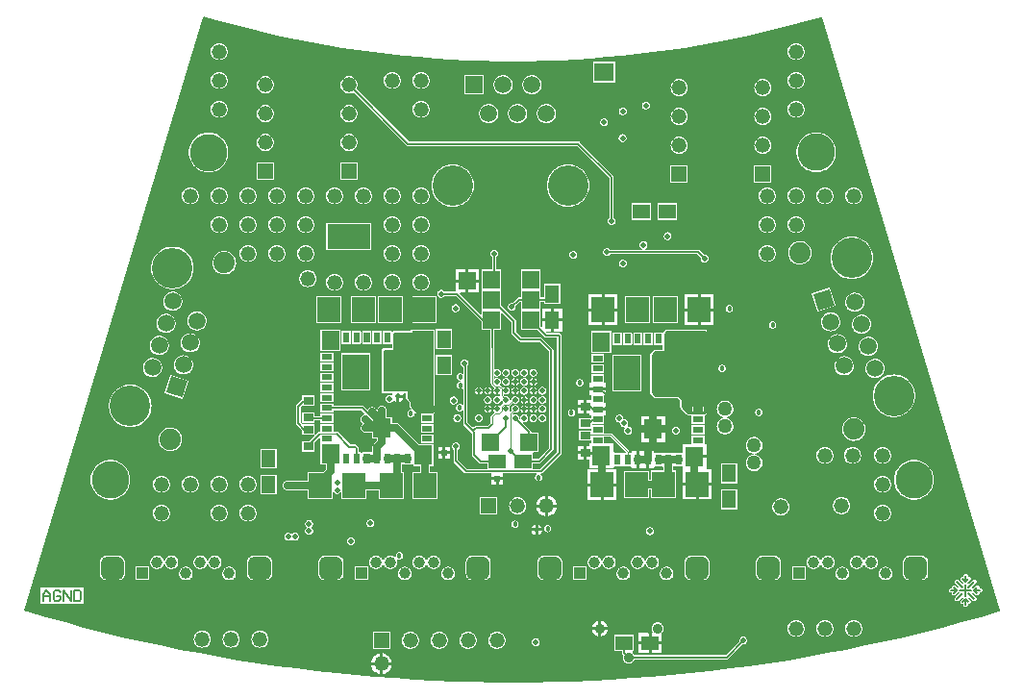
<source format=gbl>
%FSLAX25Y25*%
%MOIN*%
G70*
G01*
G75*
G04 Layer_Physical_Order=6*
G04 Layer_Color=16711680*
%ADD10C,0.01155*%
%ADD11C,0.01150*%
%ADD12R,0.07087X0.06299*%
%ADD13C,0.02000*%
%ADD14R,0.01378X0.05512*%
%ADD15R,0.15000X0.08500*%
%ADD16R,0.02756X0.01575*%
%ADD17R,0.03543X0.02756*%
%ADD18R,0.06496X0.00984*%
%ADD19R,0.06496X0.00984*%
%ADD20R,0.06000X0.06000*%
%ADD21R,0.02756X0.03543*%
%ADD22R,0.05000X0.06000*%
%ADD23R,0.06000X0.05000*%
%ADD24C,0.02500*%
%ADD25C,0.00448*%
%ADD26C,0.00403*%
%ADD27C,0.00500*%
%ADD28C,0.00807*%
%ADD29C,0.00500*%
%ADD30C,0.00669*%
%ADD31C,0.00800*%
%ADD32C,0.00400*%
%ADD33C,0.02000*%
%ADD34C,0.00600*%
%ADD35R,0.05906X0.05906*%
%ADD36C,0.05906*%
%ADD37C,0.14000*%
%ADD38C,0.07400*%
%ADD39P,0.08352X4X152.0*%
%ADD40P,0.08352X4X298.0*%
%ADD41C,0.05000*%
%ADD42R,0.02362X0.03740*%
%ADD43C,0.03000*%
%ADD44C,0.04000*%
%ADD45P,0.02165X8X22.5*%
%ADD46R,0.03740X0.02362*%
%ADD47C,0.05200*%
%ADD48R,0.05200X0.05200*%
%ADD49R,0.03937X0.03937*%
%ADD50C,0.03937*%
G04:AMPARAMS|DCode=51|XSize=78.74mil|YSize=78.74mil|CornerRadius=19.69mil|HoleSize=0mil|Usage=FLASHONLY|Rotation=0.000|XOffset=0mil|YOffset=0mil|HoleType=Round|Shape=RoundedRectangle|*
%AMROUNDEDRECTD51*
21,1,0.07874,0.03937,0,0,0.0*
21,1,0.03937,0.07874,0,0,0.0*
1,1,0.03937,0.01969,-0.01969*
1,1,0.03937,-0.01969,-0.01969*
1,1,0.03937,-0.01969,0.01969*
1,1,0.03937,0.01969,0.01969*
%
%ADD51ROUNDEDRECTD51*%
%ADD52C,0.03500*%
%ADD53R,0.05200X0.05200*%
%ADD54R,0.02000X0.02000*%
%ADD55C,0.13000*%
%ADD56C,0.01800*%
%ADD57C,0.04000*%
%ADD58C,0.05543*%
%ADD59C,0.14800*%
%ADD60C,0.08200*%
%ADD61C,0.05500*%
G04:AMPARAMS|DCode=62|XSize=68mil|YSize=68mil|CornerRadius=0mil|HoleSize=0mil|Usage=FLASHONLY|Rotation=0.000|XOffset=0mil|YOffset=0mil|HoleType=Round|Shape=Relief|Width=10mil|Gap=10mil|Entries=4|*
%AMTHD62*
7,0,0,0.06800,0.04800,0.01000,45*
%
%ADD62THD62*%
%ADD63C,0.04500*%
%ADD64C,0.02800*%
G04:AMPARAMS|DCode=65|XSize=40mil|YSize=40mil|CornerRadius=0mil|HoleSize=0mil|Usage=FLASHONLY|Rotation=0.000|XOffset=0mil|YOffset=0mil|HoleType=Round|Shape=Relief|Width=6mil|Gap=8mil|Entries=4|*
%AMTHD65*
7,0,0,0.04000,0.02400,0.00600,45*
%
%ADD65THD65*%
G04:AMPARAMS|DCode=66|XSize=52mil|YSize=52mil|CornerRadius=0mil|HoleSize=0mil|Usage=FLASHONLY|Rotation=0.000|XOffset=0mil|YOffset=0mil|HoleType=Round|Shape=Relief|Width=6mil|Gap=8mil|Entries=4|*
%AMTHD66*
7,0,0,0.05200,0.03600,0.00600,45*
%
%ADD66THD66*%
%ADD67C,0.05800*%
G04:AMPARAMS|DCode=68|XSize=20mil|YSize=20mil|CornerRadius=0mil|HoleSize=0mil|Usage=FLASHONLY|Rotation=0.000|XOffset=0mil|YOffset=0mil|HoleType=Round|Shape=Relief|Width=4mil|Gap=3mil|Entries=4|*
%AMTHD68*
7,0,0,0.02000,0.01400,0.00400,45*
%
%ADD68THD68*%
%ADD69C,0.04913*%
%ADD70C,0.07315*%
%ADD71C,0.04200*%
%ADD72C,0.11600*%
%ADD73C,0.01297*%
%ADD74C,0.00918*%
%ADD75C,0.00390*%
%ADD76R,0.07874X0.08661*%
%ADD77R,0.06000X0.06000*%
%ADD78C,0.01500*%
G04:AMPARAMS|DCode=79|XSize=98mil|YSize=98mil|CornerRadius=0mil|HoleSize=0mil|Usage=FLASHONLY|Rotation=0.000|XOffset=0mil|YOffset=0mil|HoleType=Round|Shape=Relief|Width=10mil|Gap=10mil|Entries=4|*
%AMTHD79*
7,0,0,0.09800,0.07800,0.01000,45*
%
%ADD79THD79*%
%ADD80R,0.07874X0.08661*%
%ADD81R,0.09252X0.12205*%
%ADD82R,0.06299X0.06693*%
%ADD83R,0.06299X0.06693*%
%ADD84C,0.01000*%
%ADD85C,0.00375*%
%ADD86R,0.02000X0.01000*%
%ADD87R,0.07000X0.19000*%
%ADD88R,0.01000X0.14000*%
%ADD89R,0.05000X0.15000*%
%ADD90R,0.02000X0.01500*%
%ADD91R,0.06000X0.03500*%
%ADD92R,0.00500X0.01500*%
%ADD93R,0.01500X0.03000*%
%ADD94R,0.07500X0.26000*%
%ADD95R,0.02362X0.03740*%
%ADD96R,0.02362X0.03740*%
%ADD97R,0.02362X0.03740*%
%ADD98R,0.02362X0.03740*%
%ADD99R,0.03740X0.02362*%
%ADD100R,0.03740X0.02362*%
%ADD101R,0.06000X0.02760*%
%ADD102R,0.02107X0.03100*%
%ADD103R,0.05000X0.14260*%
%ADD104R,0.01000X0.13760*%
%ADD105R,0.02000X0.02000*%
G36*
X138757Y341463D02*
X143959Y339975D01*
X149181Y338563D01*
X154424Y337225D01*
X159685Y335962D01*
X164963Y334774D01*
X170258Y333662D01*
X175568Y332625D01*
X180892Y331664D01*
X186230Y330780D01*
X191580Y329972D01*
X196940Y329240D01*
X202311Y328585D01*
X207690Y328007D01*
X213077Y327505D01*
X218471Y327080D01*
X223870Y326733D01*
X229274Y326463D01*
X234681Y326270D01*
X240090Y326154D01*
X245500Y326115D01*
X250910Y326154D01*
X256319Y326270D01*
X261726Y326463D01*
X267130Y326733D01*
X272529Y327080D01*
X277923Y327505D01*
X283310Y328007D01*
X288689Y328585D01*
X294060Y329240D01*
X299420Y329972D01*
X304770Y330780D01*
X310108Y331664D01*
X315432Y332625D01*
X320742Y333662D01*
X326037Y334774D01*
X331315Y335962D01*
X336576Y337225D01*
X341819Y338563D01*
X347041Y339975D01*
X352243Y341463D01*
X352401Y341510D01*
X352718Y341339D01*
X414140Y135576D01*
X413968Y135260D01*
X407464Y133369D01*
X400879Y131536D01*
X394273Y129779D01*
X387647Y128099D01*
X381001Y126496D01*
X374338Y124969D01*
X367658Y123520D01*
X360961Y122147D01*
X354249Y120852D01*
X347523Y119635D01*
X340783Y118496D01*
X334030Y117434D01*
X327265Y116451D01*
X320490Y115545D01*
X313704Y114718D01*
X306909Y113970D01*
X300107Y113300D01*
X293296Y112708D01*
X286480Y112196D01*
X279658Y111762D01*
X272831Y111407D01*
X266001Y111130D01*
X259168Y110933D01*
X252333Y110815D01*
X245498Y110775D01*
X238662Y110815D01*
X231827Y110933D01*
X224994Y111130D01*
X218164Y111407D01*
X211338Y111762D01*
X204516Y112196D01*
X197699Y112708D01*
X190889Y113300D01*
X184086Y113970D01*
X177291Y114718D01*
X170506Y115545D01*
X163730Y116451D01*
X156966Y117434D01*
X150213Y118496D01*
X143473Y119635D01*
X136746Y120852D01*
X130034Y122147D01*
X123337Y123520D01*
X116657Y124969D01*
X109994Y126496D01*
X103349Y128099D01*
X96723Y129779D01*
X90117Y131536D01*
X83531Y133369D01*
X76967Y135277D01*
X76034Y135560D01*
X137776Y341492D01*
X138093Y341663D01*
X138757Y341463D01*
D02*
G37*
%LPC*%
G36*
X374516Y150882D02*
X374149Y150853D01*
X373790Y150767D01*
X373449Y150626D01*
X373134Y150433D01*
X372854Y150194D01*
X372614Y149913D01*
X372422Y149599D01*
X372281Y149258D01*
X372194Y148899D01*
X372165Y148532D01*
X372194Y148164D01*
X372281Y147805D01*
X372422Y147464D01*
X372614Y147150D01*
X372854Y146869D01*
X373134Y146630D01*
X373449Y146437D01*
X373790Y146296D01*
X374149Y146210D01*
X374516Y146181D01*
X374884Y146210D01*
X375243Y146296D01*
X375583Y146437D01*
X375898Y146630D01*
X376178Y146869D01*
X376418Y147150D01*
X376611Y147464D01*
X376752Y147805D01*
X376838Y148164D01*
X376867Y148532D01*
X376838Y148899D01*
X376752Y149258D01*
X376611Y149599D01*
X376418Y149913D01*
X376178Y150194D01*
X375898Y150433D01*
X375583Y150626D01*
X375243Y150767D01*
X374884Y150853D01*
X374516Y150882D01*
D02*
G37*
G36*
X236429Y206840D02*
X236221Y206777D01*
X235992Y206654D01*
X235791Y206489D01*
X235626Y206288D01*
X235503Y206059D01*
X235440Y205851D01*
X236429D01*
Y206840D01*
D02*
G37*
G36*
X237029D02*
Y205851D01*
X238017D01*
X237954Y206059D01*
X237832Y206288D01*
X237667Y206489D01*
X237466Y206654D01*
X237236Y206777D01*
X237029Y206840D01*
D02*
G37*
G36*
X108496Y154820D02*
X104560D01*
X104192Y154790D01*
X103833Y154704D01*
X103492Y154563D01*
X103178Y154370D01*
X102897Y154131D01*
X102658Y153850D01*
X102465Y153536D01*
X102324Y153195D01*
X102238Y152836D01*
X102209Y152469D01*
Y148532D01*
X102238Y148164D01*
X102324Y147805D01*
X102465Y147465D01*
X102658Y147150D01*
X102897Y146870D01*
X103178Y146630D01*
X103492Y146437D01*
X103833Y146296D01*
X104192Y146210D01*
X104560Y146181D01*
X108496D01*
X108864Y146210D01*
X109223Y146296D01*
X109564Y146437D01*
X109878Y146630D01*
X110159Y146870D01*
X110398Y147150D01*
X110591Y147465D01*
X110732Y147805D01*
X110818Y148164D01*
X110847Y148532D01*
Y152469D01*
X110818Y152836D01*
X110732Y153195D01*
X110591Y153536D01*
X110398Y153850D01*
X110159Y154131D01*
X109878Y154370D01*
X109564Y154563D01*
X109223Y154704D01*
X108864Y154790D01*
X108496Y154820D01*
D02*
G37*
G36*
X238017Y205251D02*
X237029D01*
Y204263D01*
X237236Y204326D01*
X237466Y204448D01*
X237667Y204613D01*
X237832Y204814D01*
X237954Y205044D01*
X238017Y205251D01*
D02*
G37*
G36*
X236429D02*
X235440D01*
X235503Y205044D01*
X235626Y204814D01*
X235791Y204613D01*
X235992Y204448D01*
X236221Y204326D01*
X236429Y204263D01*
Y205251D01*
D02*
G37*
G36*
X159520Y154820D02*
X155583D01*
X155215Y154790D01*
X154857Y154704D01*
X154516Y154563D01*
X154201Y154370D01*
X153921Y154131D01*
X153681Y153850D01*
X153489Y153536D01*
X153347Y153195D01*
X153261Y152836D01*
X153232Y152469D01*
Y148532D01*
X153261Y148164D01*
X153347Y147805D01*
X153489Y147465D01*
X153681Y147150D01*
X153921Y146870D01*
X154201Y146630D01*
X154516Y146437D01*
X154857Y146296D01*
X155215Y146210D01*
X155583Y146181D01*
X159520D01*
X159888Y146210D01*
X160247Y146296D01*
X160587Y146437D01*
X160902Y146630D01*
X161182Y146870D01*
X161422Y147150D01*
X161615Y147465D01*
X161756Y147805D01*
X161842Y148164D01*
X161871Y148532D01*
Y152469D01*
X161842Y152836D01*
X161756Y153195D01*
X161615Y153536D01*
X161422Y153850D01*
X161182Y154131D01*
X160902Y154370D01*
X160587Y154563D01*
X160247Y154704D01*
X159888Y154790D01*
X159520Y154820D01*
D02*
G37*
G36*
X184322D02*
X180385D01*
X180017Y154790D01*
X179658Y154704D01*
X179318Y154563D01*
X179003Y154370D01*
X178723Y154131D01*
X178483Y153850D01*
X178290Y153536D01*
X178149Y153195D01*
X178063Y152836D01*
X178034Y152469D01*
Y148532D01*
X178063Y148164D01*
X178149Y147805D01*
X178290Y147465D01*
X178483Y147150D01*
X178723Y146870D01*
X179003Y146630D01*
X179318Y146437D01*
X179658Y146296D01*
X180017Y146210D01*
X180385Y146181D01*
X184322D01*
X184690Y146210D01*
X185048Y146296D01*
X185389Y146437D01*
X185704Y146630D01*
X185984Y146870D01*
X186224Y147150D01*
X186416Y147465D01*
X186558Y147805D01*
X186644Y148164D01*
X186673Y148532D01*
Y152469D01*
X186644Y152836D01*
X186558Y153195D01*
X186416Y153536D01*
X186224Y153850D01*
X185984Y154131D01*
X185704Y154370D01*
X185389Y154563D01*
X185048Y154704D01*
X184690Y154790D01*
X184322Y154820D01*
D02*
G37*
G36*
X239578Y206840D02*
X239371Y206777D01*
X239142Y206654D01*
X238941Y206489D01*
X238776Y206288D01*
X238653Y206059D01*
X238590Y205851D01*
X239578D01*
Y206840D01*
D02*
G37*
G36*
X236729Y210057D02*
X236464Y210031D01*
X236210Y209954D01*
X235975Y209829D01*
X235770Y209660D01*
X235601Y209454D01*
X235475Y209220D01*
X235398Y208965D01*
X235372Y208701D01*
X235398Y208436D01*
X235475Y208182D01*
X235601Y207947D01*
X235770Y207742D01*
X235975Y207573D01*
X236210Y207448D01*
X236464Y207370D01*
X236729Y207344D01*
X236993Y207370D01*
X237248Y207448D01*
X237483Y207573D01*
X237688Y207742D01*
X237857Y207947D01*
X237982Y208182D01*
X238059Y208436D01*
X238085Y208701D01*
X238059Y208965D01*
X237982Y209220D01*
X237857Y209454D01*
X237688Y209660D01*
X237483Y209829D01*
X237248Y209954D01*
X236993Y210031D01*
X236729Y210057D01*
D02*
G37*
G36*
X224828Y209882D02*
X224558Y209855D01*
X224299Y209776D01*
X224060Y209649D01*
X223851Y209477D01*
X223679Y209268D01*
X223552Y209029D01*
X223473Y208769D01*
X223446Y208500D01*
X223473Y208230D01*
X223552Y207971D01*
X223679Y207732D01*
X223851Y207523D01*
X224060Y207351D01*
X224299Y207224D01*
X224558Y207145D01*
X224828Y207118D01*
X225098Y207145D01*
X225357Y207224D01*
X225596Y207351D01*
X225805Y207523D01*
X225977Y207732D01*
X226104Y207971D01*
X226183Y208230D01*
X226210Y208500D01*
X226183Y208769D01*
X226104Y209029D01*
X225977Y209268D01*
X225805Y209477D01*
X225596Y209649D01*
X225357Y209776D01*
X225098Y209855D01*
X224828Y209882D01*
D02*
G37*
G36*
X147040Y150882D02*
X146672Y150853D01*
X146313Y150767D01*
X145973Y150626D01*
X145658Y150433D01*
X145378Y150194D01*
X145138Y149913D01*
X144945Y149599D01*
X144804Y149258D01*
X144718Y148899D01*
X144689Y148532D01*
X144718Y148164D01*
X144804Y147805D01*
X144945Y147464D01*
X145138Y147150D01*
X145378Y146869D01*
X145658Y146630D01*
X145973Y146437D01*
X146313Y146296D01*
X146672Y146210D01*
X147040Y146181D01*
X147407Y146210D01*
X147766Y146296D01*
X148107Y146437D01*
X148422Y146630D01*
X148702Y146869D01*
X148942Y147150D01*
X149134Y147464D01*
X149276Y147805D01*
X149362Y148164D01*
X149391Y148532D01*
X149362Y148899D01*
X149276Y149258D01*
X149134Y149599D01*
X148942Y149913D01*
X148702Y150194D01*
X148422Y150433D01*
X148107Y150626D01*
X147766Y150767D01*
X147407Y150853D01*
X147040Y150882D01*
D02*
G37*
G36*
X207865D02*
X207498Y150853D01*
X207139Y150767D01*
X206798Y150626D01*
X206484Y150433D01*
X206203Y150194D01*
X205963Y149913D01*
X205771Y149599D01*
X205629Y149258D01*
X205543Y148899D01*
X205514Y148532D01*
X205543Y148164D01*
X205629Y147805D01*
X205771Y147464D01*
X205963Y147150D01*
X206203Y146869D01*
X206484Y146630D01*
X206798Y146437D01*
X207139Y146296D01*
X207498Y146210D01*
X207865Y146181D01*
X208233Y146210D01*
X208592Y146296D01*
X208932Y146437D01*
X209247Y146630D01*
X209527Y146869D01*
X209767Y147150D01*
X209960Y147464D01*
X210101Y147805D01*
X210187Y148164D01*
X210216Y148532D01*
X210187Y148899D01*
X210101Y149258D01*
X209960Y149599D01*
X209767Y149913D01*
X209527Y150194D01*
X209247Y150433D01*
X208932Y150626D01*
X208592Y150767D01*
X208233Y150853D01*
X207865Y150882D01*
D02*
G37*
G36*
X270028Y208831D02*
X267756D01*
Y206953D01*
X270028D01*
Y208831D01*
D02*
G37*
G36*
X298691Y150882D02*
X298323Y150853D01*
X297964Y150767D01*
X297624Y150626D01*
X297309Y150433D01*
X297029Y150194D01*
X296789Y149913D01*
X296596Y149599D01*
X296455Y149258D01*
X296369Y148899D01*
X296340Y148532D01*
X296369Y148164D01*
X296455Y147805D01*
X296596Y147464D01*
X296789Y147150D01*
X297029Y146869D01*
X297309Y146630D01*
X297624Y146437D01*
X297964Y146296D01*
X298323Y146210D01*
X298691Y146181D01*
X299059Y146210D01*
X299417Y146296D01*
X299758Y146437D01*
X300073Y146630D01*
X300353Y146869D01*
X300593Y147150D01*
X300785Y147464D01*
X300926Y147805D01*
X301013Y148164D01*
X301042Y148532D01*
X301013Y148899D01*
X300926Y149258D01*
X300785Y149599D01*
X300593Y149913D01*
X300353Y150194D01*
X300073Y150433D01*
X299758Y150626D01*
X299417Y150767D01*
X299059Y150853D01*
X298691Y150882D01*
D02*
G37*
G36*
X359516D02*
X359149Y150853D01*
X358790Y150767D01*
X358449Y150626D01*
X358135Y150433D01*
X357854Y150194D01*
X357614Y149913D01*
X357422Y149599D01*
X357280Y149258D01*
X357194Y148899D01*
X357166Y148532D01*
X357194Y148164D01*
X357280Y147805D01*
X357422Y147464D01*
X357614Y147150D01*
X357854Y146869D01*
X358135Y146630D01*
X358449Y146437D01*
X358790Y146296D01*
X359149Y146210D01*
X359516Y146181D01*
X359884Y146210D01*
X360243Y146296D01*
X360583Y146437D01*
X360898Y146630D01*
X361178Y146869D01*
X361418Y147150D01*
X361611Y147464D01*
X361752Y147805D01*
X361838Y148164D01*
X361867Y148532D01*
X361838Y148899D01*
X361752Y149258D01*
X361611Y149599D01*
X361418Y149913D01*
X361178Y150194D01*
X360898Y150433D01*
X360583Y150626D01*
X360243Y150767D01*
X359884Y150853D01*
X359516Y150882D01*
D02*
G37*
G36*
X222865D02*
X222498Y150853D01*
X222139Y150767D01*
X221798Y150626D01*
X221483Y150433D01*
X221203Y150194D01*
X220963Y149913D01*
X220771Y149599D01*
X220630Y149258D01*
X220543Y148899D01*
X220514Y148532D01*
X220543Y148164D01*
X220630Y147805D01*
X220771Y147464D01*
X220963Y147150D01*
X221203Y146869D01*
X221483Y146630D01*
X221798Y146437D01*
X222139Y146296D01*
X222498Y146210D01*
X222865Y146181D01*
X223233Y146210D01*
X223592Y146296D01*
X223932Y146437D01*
X224247Y146630D01*
X224527Y146869D01*
X224767Y147150D01*
X224960Y147464D01*
X225101Y147805D01*
X225187Y148164D01*
X225216Y148532D01*
X225187Y148899D01*
X225101Y149258D01*
X224960Y149599D01*
X224767Y149913D01*
X224527Y150194D01*
X224247Y150433D01*
X223932Y150626D01*
X223592Y150767D01*
X223233Y150853D01*
X222865Y150882D01*
D02*
G37*
G36*
X283691D02*
X283323Y150853D01*
X282964Y150767D01*
X282624Y150626D01*
X282309Y150433D01*
X282029Y150194D01*
X281789Y149913D01*
X281596Y149599D01*
X281455Y149258D01*
X281369Y148899D01*
X281340Y148532D01*
X281369Y148164D01*
X281455Y147805D01*
X281596Y147464D01*
X281789Y147150D01*
X282029Y146869D01*
X282309Y146630D01*
X282624Y146437D01*
X282964Y146296D01*
X283323Y146210D01*
X283691Y146181D01*
X284058Y146210D01*
X284417Y146296D01*
X284758Y146437D01*
X285072Y146630D01*
X285353Y146869D01*
X285593Y147150D01*
X285785Y147464D01*
X285927Y147805D01*
X286013Y148164D01*
X286042Y148532D01*
X286013Y148899D01*
X285927Y149258D01*
X285785Y149599D01*
X285593Y149913D01*
X285353Y150194D01*
X285072Y150433D01*
X284758Y150626D01*
X284417Y150767D01*
X284058Y150853D01*
X283691Y150882D01*
D02*
G37*
G36*
X298134Y202858D02*
X294485D01*
Y199012D01*
X298134D01*
Y202858D01*
D02*
G37*
G36*
X293485D02*
X289835D01*
Y199012D01*
X293485D01*
Y202858D01*
D02*
G37*
G36*
X176675Y204300D02*
X172381D01*
Y200794D01*
X176675D01*
Y201565D01*
X178590D01*
Y200791D01*
X183080D01*
Y203903D01*
X178590D01*
Y203128D01*
X176675D01*
Y204300D01*
D02*
G37*
G36*
X112718Y214012D02*
X111994Y213978D01*
X111277Y213873D01*
X110574Y213698D01*
X109891Y213456D01*
X109235Y213147D01*
X108613Y212776D01*
X108030Y212346D01*
X107492Y211860D01*
X107004Y211324D01*
X106571Y210743D01*
X106197Y210123D01*
X105886Y209468D01*
X105641Y208787D01*
X105463Y208084D01*
X105355Y207367D01*
X105318Y206644D01*
X105352Y205920D01*
X105457Y205203D01*
X105631Y204500D01*
X105874Y203817D01*
X106182Y203161D01*
X106553Y202539D01*
X106984Y201956D01*
X107469Y201418D01*
X108005Y200930D01*
X108586Y200497D01*
X109207Y200123D01*
X109861Y199812D01*
X110543Y199566D01*
X111246Y199389D01*
X111962Y199281D01*
X112686Y199244D01*
X113409Y199278D01*
X114127Y199382D01*
X114830Y199557D01*
X115513Y199800D01*
X116168Y200108D01*
X116791Y200479D01*
X117374Y200910D01*
X117912Y201395D01*
X118399Y201931D01*
X118832Y202512D01*
X119206Y203133D01*
X119518Y203787D01*
X119763Y204469D01*
X119941Y205171D01*
X120049Y205888D01*
X120086Y206612D01*
X120052Y207335D01*
X119947Y208052D01*
X119772Y208756D01*
X119530Y209438D01*
X119221Y210094D01*
X118850Y210717D01*
X118420Y211299D01*
X117934Y211838D01*
X117399Y212325D01*
X116817Y212758D01*
X116197Y213132D01*
X115542Y213443D01*
X114861Y213689D01*
X114158Y213866D01*
X113442Y213974D01*
X112718Y214012D01*
D02*
G37*
G36*
X217610Y200367D02*
X213870D01*
X213834Y200359D01*
X213433D01*
Y197247D01*
X213832D01*
X213870Y197239D01*
X217610D01*
X217649Y197247D01*
X217923D01*
Y197415D01*
X217964Y197476D01*
X217992Y197622D01*
Y199984D01*
X217964Y200131D01*
X217923Y200191D01*
Y200359D01*
X217647D01*
X217610Y200367D01*
D02*
G37*
G36*
X318928Y208484D02*
X318477Y208448D01*
X318037Y208343D01*
X317619Y208170D01*
X317233Y207933D01*
X316889Y207639D01*
X316595Y207295D01*
X316358Y206909D01*
X316185Y206491D01*
X316080Y206051D01*
X316044Y205600D01*
X316080Y205149D01*
X316185Y204709D01*
X316358Y204291D01*
X316595Y203905D01*
X316889Y203561D01*
X317233Y203267D01*
X317619Y203030D01*
X318037Y202857D01*
X318359Y202780D01*
Y202420D01*
X318037Y202343D01*
X317619Y202170D01*
X317233Y201933D01*
X316889Y201639D01*
X316595Y201295D01*
X316358Y200909D01*
X316185Y200491D01*
X316080Y200051D01*
X316044Y199600D01*
X316080Y199149D01*
X316185Y198709D01*
X316358Y198291D01*
X316595Y197905D01*
X316889Y197561D01*
X317233Y197267D01*
X317619Y197030D01*
X318037Y196857D01*
X318477Y196752D01*
X318928Y196716D01*
X319379Y196752D01*
X319819Y196857D01*
X320237Y197030D01*
X320623Y197267D01*
X320967Y197561D01*
X321261Y197905D01*
X321498Y198291D01*
X321671Y198709D01*
X321776Y199149D01*
X321812Y199600D01*
X321776Y200051D01*
X321671Y200491D01*
X321498Y200909D01*
X321261Y201295D01*
X320967Y201639D01*
X320623Y201933D01*
X320237Y202170D01*
X319819Y202343D01*
X319497Y202420D01*
Y202780D01*
X319819Y202857D01*
X320237Y203030D01*
X320623Y203267D01*
X320967Y203561D01*
X321261Y203905D01*
X321498Y204291D01*
X321671Y204709D01*
X321776Y205149D01*
X321812Y205600D01*
X321776Y206051D01*
X321671Y206491D01*
X321498Y206909D01*
X321261Y207295D01*
X320967Y207639D01*
X320623Y207933D01*
X320237Y208170D01*
X319819Y208343D01*
X319379Y208448D01*
X318928Y208484D01*
D02*
G37*
G36*
X301928Y199382D02*
X301659Y199355D01*
X301399Y199276D01*
X301160Y199149D01*
X300951Y198977D01*
X300779Y198768D01*
X300652Y198529D01*
X300573Y198270D01*
X300546Y198000D01*
X300573Y197730D01*
X300652Y197471D01*
X300779Y197232D01*
X300951Y197023D01*
X301160Y196851D01*
X301399Y196723D01*
X301659Y196645D01*
X301928Y196618D01*
X302198Y196645D01*
X302457Y196723D01*
X302696Y196851D01*
X302905Y197023D01*
X303077Y197232D01*
X303204Y197471D01*
X303283Y197730D01*
X303310Y198000D01*
X303283Y198270D01*
X303204Y198529D01*
X303077Y198768D01*
X302905Y198977D01*
X302696Y199149D01*
X302457Y199276D01*
X302198Y199355D01*
X301928Y199382D01*
D02*
G37*
G36*
X311568Y199878D02*
X307828D01*
X307791Y199871D01*
X307389D01*
Y196759D01*
X307789D01*
X307828Y196751D01*
X311568D01*
X311606Y196759D01*
X311879D01*
Y196925D01*
X311921Y196987D01*
X311950Y197134D01*
Y199496D01*
X311921Y199642D01*
X311879Y199705D01*
Y199871D01*
X311604D01*
X311568Y199878D01*
D02*
G37*
G36*
X282329Y203680D02*
X282060Y203654D01*
X281801Y203575D01*
X281562Y203447D01*
X281352Y203276D01*
X281181Y203066D01*
X281053Y202827D01*
X280974Y202568D01*
X280948Y202299D01*
X280974Y202029D01*
X281053Y201770D01*
X281181Y201531D01*
X281352Y201322D01*
X281562Y201150D01*
X281801Y201022D01*
X282060Y200943D01*
X282329Y200917D01*
X282397Y200924D01*
X282651Y200669D01*
X282645Y200602D01*
X282671Y200332D01*
X282750Y200073D01*
X282878Y199834D01*
X283050Y199625D01*
X283259Y199453D01*
X283498Y199325D01*
X283757Y199247D01*
X284027Y199220D01*
X284039Y199221D01*
X284209Y198904D01*
X284179Y198868D01*
X284051Y198629D01*
X283973Y198370D01*
X283946Y198100D01*
X283973Y197830D01*
X284051Y197571D01*
X284179Y197332D01*
X284351Y197123D01*
X284560Y196951D01*
X284799Y196824D01*
X285058Y196745D01*
X285328Y196718D01*
X285598Y196745D01*
X285857Y196824D01*
X286096Y196951D01*
X286305Y197123D01*
X286477Y197332D01*
X286604Y197571D01*
X286683Y197830D01*
X286710Y198100D01*
X286683Y198370D01*
X286604Y198629D01*
X286477Y198868D01*
X286305Y199077D01*
X286096Y199249D01*
X285857Y199376D01*
X285598Y199455D01*
X285328Y199482D01*
X285315Y199480D01*
X285146Y199798D01*
X285175Y199834D01*
X285303Y200073D01*
X285382Y200332D01*
X285408Y200602D01*
X285382Y200871D01*
X285303Y201130D01*
X285175Y201369D01*
X285003Y201578D01*
X284794Y201750D01*
X284555Y201878D01*
X284296Y201957D01*
X284027Y201983D01*
X283959Y201977D01*
X283704Y202231D01*
X283711Y202299D01*
X283684Y202568D01*
X283606Y202827D01*
X283478Y203066D01*
X283306Y203276D01*
X283097Y203447D01*
X282858Y203575D01*
X282599Y203654D01*
X282329Y203680D01*
D02*
G37*
G36*
X330628Y205681D02*
X330378Y205657D01*
X330138Y205584D01*
X329916Y205465D01*
X329722Y205306D01*
X329563Y205112D01*
X329444Y204890D01*
X329372Y204650D01*
X329347Y204400D01*
X329372Y204150D01*
X329444Y203910D01*
X329563Y203688D01*
X329722Y203494D01*
X329916Y203335D01*
X330138Y203216D01*
X330378Y203144D01*
X330628Y203119D01*
X330878Y203144D01*
X331118Y203216D01*
X331340Y203335D01*
X331534Y203494D01*
X331693Y203688D01*
X331812Y203910D01*
X331885Y204150D01*
X331909Y204400D01*
X331885Y204650D01*
X331812Y204890D01*
X331693Y205112D01*
X331534Y205306D01*
X331340Y205465D01*
X331118Y205584D01*
X330878Y205657D01*
X330628Y205681D01*
D02*
G37*
G36*
X265728Y205481D02*
X265478Y205457D01*
X265238Y205384D01*
X265016Y205265D01*
X264822Y205106D01*
X264663Y204912D01*
X264544Y204690D01*
X264472Y204450D01*
X264447Y204200D01*
X264472Y203950D01*
X264544Y203710D01*
X264663Y203488D01*
X264822Y203294D01*
X265016Y203135D01*
X265238Y203016D01*
X265478Y202943D01*
X265728Y202919D01*
X265978Y202943D01*
X266218Y203016D01*
X266440Y203135D01*
X266634Y203294D01*
X266793Y203488D01*
X266912Y203710D01*
X266985Y203950D01*
X267009Y204200D01*
X266985Y204450D01*
X266912Y204690D01*
X266793Y204912D01*
X266634Y205106D01*
X266440Y205265D01*
X266218Y205384D01*
X265978Y205457D01*
X265728Y205481D01*
D02*
G37*
G36*
X235346Y154820D02*
X231409D01*
X231041Y154790D01*
X230682Y154704D01*
X230341Y154563D01*
X230027Y154370D01*
X229746Y154131D01*
X229507Y153850D01*
X229314Y153536D01*
X229173Y153195D01*
X229087Y152836D01*
X229058Y152469D01*
Y148532D01*
X229087Y148164D01*
X229173Y147805D01*
X229314Y147465D01*
X229507Y147150D01*
X229746Y146870D01*
X230027Y146630D01*
X230341Y146437D01*
X230682Y146296D01*
X231041Y146210D01*
X231409Y146181D01*
X235346D01*
X235713Y146210D01*
X236072Y146296D01*
X236413Y146437D01*
X236727Y146630D01*
X237008Y146870D01*
X237247Y147150D01*
X237440Y147465D01*
X237581Y147805D01*
X237667Y148164D01*
X237696Y148532D01*
Y152469D01*
X237667Y152836D01*
X237581Y153195D01*
X237440Y153536D01*
X237247Y153850D01*
X237008Y154131D01*
X236727Y154370D01*
X236413Y154563D01*
X236072Y154704D01*
X235713Y154790D01*
X235346Y154820D01*
D02*
G37*
G36*
X270028Y205953D02*
X267756D01*
Y204075D01*
X270028D01*
Y205953D01*
D02*
G37*
G36*
X377481Y217508D02*
X376757Y217471D01*
X376041Y217363D01*
X375338Y217186D01*
X374657Y216940D01*
X374002Y216629D01*
X373381Y216255D01*
X372800Y215822D01*
X372265Y215334D01*
X371779Y214796D01*
X371349Y214213D01*
X370977Y213591D01*
X370669Y212935D01*
X370427Y212252D01*
X370252Y211549D01*
X370147Y210832D01*
X370113Y210108D01*
X370150Y209385D01*
X370258Y208668D01*
X370436Y207965D01*
X370681Y207284D01*
X370993Y206629D01*
X371367Y206009D01*
X371799Y205428D01*
X372287Y204892D01*
X372825Y204406D01*
X373408Y203976D01*
X374030Y203605D01*
X374686Y203296D01*
X375369Y203054D01*
X376072Y202879D01*
X376789Y202775D01*
X377513Y202741D01*
X378237Y202778D01*
X378953Y202886D01*
X379656Y203063D01*
X380338Y203309D01*
X380992Y203620D01*
X381613Y203994D01*
X382194Y204427D01*
X382730Y204915D01*
X383215Y205453D01*
X383646Y206035D01*
X384017Y206658D01*
X384325Y207314D01*
X384568Y207996D01*
X384742Y208700D01*
X384847Y209417D01*
X384881Y210140D01*
X384844Y210864D01*
X384736Y211581D01*
X384558Y212283D01*
X384313Y212965D01*
X384001Y213619D01*
X383628Y214240D01*
X383195Y214821D01*
X382707Y215357D01*
X382169Y215842D01*
X381586Y216273D01*
X380964Y216644D01*
X380308Y216952D01*
X379625Y217195D01*
X378922Y217370D01*
X378205Y217474D01*
X377481Y217508D01*
D02*
G37*
G36*
X233579Y203758D02*
X233315Y203732D01*
X233060Y203655D01*
X232826Y203530D01*
X232620Y203361D01*
X232451Y203155D01*
X232326Y202921D01*
X232249Y202666D01*
X232223Y202402D01*
X232249Y202137D01*
X232326Y201883D01*
X232451Y201648D01*
X232620Y201442D01*
X232826Y201274D01*
X233060Y201148D01*
X233315Y201071D01*
X233579Y201045D01*
X233844Y201071D01*
X234098Y201148D01*
X234333Y201274D01*
X234538Y201442D01*
X234707Y201648D01*
X234833Y201883D01*
X234910Y202137D01*
X234936Y202402D01*
X234910Y202666D01*
X234833Y202921D01*
X234707Y203155D01*
X234538Y203361D01*
X234333Y203530D01*
X234098Y203655D01*
X233844Y203732D01*
X233579Y203758D01*
D02*
G37*
G36*
X226126Y203783D02*
X225857Y203757D01*
X225598Y203678D01*
X225359Y203550D01*
X225149Y203379D01*
X224978Y203169D01*
X224850Y202930D01*
X224771Y202671D01*
X224745Y202402D01*
X224771Y202132D01*
X224850Y201873D01*
X224978Y201634D01*
X225149Y201425D01*
X225359Y201253D01*
X225598Y201125D01*
X225857Y201046D01*
X226126Y201020D01*
X226396Y201046D01*
X226655Y201125D01*
X226894Y201253D01*
X227103Y201425D01*
X227275Y201634D01*
X227403Y201873D01*
X227482Y202132D01*
X227508Y202402D01*
X227482Y202671D01*
X227403Y202930D01*
X227275Y203169D01*
X227103Y203379D01*
X226894Y203550D01*
X226655Y203678D01*
X226396Y203757D01*
X226126Y203783D01*
D02*
G37*
G36*
X260148Y154820D02*
X256210D01*
X255843Y154790D01*
X255484Y154704D01*
X255143Y154563D01*
X254829Y154370D01*
X254548Y154131D01*
X254309Y153850D01*
X254116Y153536D01*
X253975Y153195D01*
X253889Y152836D01*
X253860Y152469D01*
Y148532D01*
X253889Y148164D01*
X253975Y147805D01*
X254116Y147465D01*
X254309Y147150D01*
X254548Y146870D01*
X254829Y146630D01*
X255143Y146437D01*
X255484Y146296D01*
X255843Y146210D01*
X256210Y146181D01*
X260148D01*
X260515Y146210D01*
X260874Y146296D01*
X261215Y146437D01*
X261529Y146630D01*
X261810Y146870D01*
X262049Y147150D01*
X262242Y147465D01*
X262383Y147805D01*
X262469Y148164D01*
X262498Y148532D01*
Y152469D01*
X262469Y152836D01*
X262383Y153195D01*
X262242Y153536D01*
X262049Y153850D01*
X261810Y154131D01*
X261529Y154370D01*
X261215Y154563D01*
X260874Y154704D01*
X260515Y154790D01*
X260148Y154820D01*
D02*
G37*
G36*
X311171D02*
X307234D01*
X306866Y154790D01*
X306508Y154704D01*
X306167Y154563D01*
X305852Y154370D01*
X305572Y154131D01*
X305332Y153850D01*
X305140Y153536D01*
X304998Y153195D01*
X304912Y152836D01*
X304883Y152469D01*
Y148532D01*
X304912Y148164D01*
X304998Y147805D01*
X305140Y147465D01*
X305332Y147150D01*
X305572Y146870D01*
X305852Y146630D01*
X306167Y146437D01*
X306508Y146296D01*
X306866Y146210D01*
X307234Y146181D01*
X311171D01*
X311539Y146210D01*
X311897Y146296D01*
X312238Y146437D01*
X312553Y146630D01*
X312833Y146870D01*
X313073Y147150D01*
X313266Y147465D01*
X313407Y147805D01*
X313493Y148164D01*
X313522Y148532D01*
Y152469D01*
X313493Y152836D01*
X313407Y153195D01*
X313266Y153536D01*
X313073Y153850D01*
X312833Y154131D01*
X312553Y154370D01*
X312238Y154563D01*
X311897Y154704D01*
X311539Y154790D01*
X311171Y154820D01*
D02*
G37*
G36*
X132040Y150882D02*
X131672Y150853D01*
X131313Y150767D01*
X130973Y150626D01*
X130658Y150433D01*
X130378Y150194D01*
X130138Y149913D01*
X129945Y149599D01*
X129804Y149258D01*
X129718Y148899D01*
X129689Y148532D01*
X129718Y148164D01*
X129804Y147805D01*
X129945Y147464D01*
X130138Y147150D01*
X130378Y146869D01*
X130658Y146630D01*
X130973Y146437D01*
X131313Y146296D01*
X131672Y146210D01*
X132040Y146181D01*
X132407Y146210D01*
X132766Y146296D01*
X133107Y146437D01*
X133422Y146630D01*
X133702Y146869D01*
X133942Y147150D01*
X134134Y147464D01*
X134275Y147805D01*
X134362Y148164D01*
X134391Y148532D01*
X134362Y148899D01*
X134275Y149258D01*
X134134Y149599D01*
X133942Y149913D01*
X133702Y150194D01*
X133422Y150433D01*
X133107Y150626D01*
X132766Y150767D01*
X132407Y150853D01*
X132040Y150882D01*
D02*
G37*
G36*
X292528Y128000D02*
X289028D01*
Y125000D01*
X292528D01*
Y128000D01*
D02*
G37*
G36*
X237029Y213139D02*
Y212150D01*
X238017D01*
X237954Y212358D01*
X237832Y212587D01*
X237667Y212788D01*
X237466Y212953D01*
X237236Y213076D01*
X237029Y213139D01*
D02*
G37*
G36*
X253328Y126082D02*
X253058Y126055D01*
X252799Y125977D01*
X252560Y125849D01*
X252351Y125677D01*
X252179Y125468D01*
X252051Y125229D01*
X251973Y124970D01*
X251946Y124700D01*
X251973Y124430D01*
X252051Y124171D01*
X252179Y123932D01*
X252351Y123723D01*
X252560Y123551D01*
X252799Y123424D01*
X253058Y123345D01*
X253328Y123318D01*
X253598Y123345D01*
X253857Y123424D01*
X254096Y123551D01*
X254305Y123723D01*
X254477Y123932D01*
X254605Y124171D01*
X254683Y124430D01*
X254710Y124700D01*
X254683Y124970D01*
X254605Y125229D01*
X254477Y125468D01*
X254305Y125677D01*
X254096Y125849D01*
X253857Y125977D01*
X253598Y126055D01*
X253328Y126082D01*
D02*
G37*
G36*
X287403Y127375D02*
X280653D01*
Y121625D01*
X283246D01*
Y121000D01*
X283273Y120798D01*
X283351Y120609D01*
X283475Y120447D01*
X283578Y120345D01*
X283501Y120159D01*
X283423Y119833D01*
X283396Y119500D01*
X283423Y119167D01*
X283501Y118841D01*
X283629Y118532D01*
X283804Y118247D01*
X284021Y117993D01*
X284275Y117775D01*
X284560Y117601D01*
X284869Y117473D01*
X285194Y117395D01*
X285528Y117368D01*
X285861Y117395D01*
X286187Y117473D01*
X286496Y117601D01*
X286781Y117775D01*
X287035Y117993D01*
X287252Y118247D01*
X287427Y118532D01*
X287504Y118718D01*
X319428D01*
X319630Y118745D01*
X319819Y118823D01*
X319981Y118947D01*
X324977Y123943D01*
X325228Y123918D01*
X325498Y123945D01*
X325757Y124023D01*
X325996Y124151D01*
X326205Y124323D01*
X326377Y124532D01*
X326504Y124771D01*
X326583Y125030D01*
X326610Y125300D01*
X326583Y125570D01*
X326504Y125829D01*
X326377Y126068D01*
X326205Y126277D01*
X325996Y126449D01*
X325757Y126576D01*
X325498Y126655D01*
X325228Y126682D01*
X324958Y126655D01*
X324699Y126576D01*
X324460Y126449D01*
X324251Y126277D01*
X324079Y126068D01*
X323952Y125829D01*
X323873Y125570D01*
X323846Y125300D01*
X323871Y125049D01*
X319104Y120282D01*
X287504D01*
X287427Y120468D01*
X287252Y120753D01*
X287035Y121007D01*
X286781Y121224D01*
X286693Y121279D01*
X286790Y121625D01*
X287403D01*
Y127375D01*
D02*
G37*
G36*
X236429Y213139D02*
X236221Y213076D01*
X235992Y212953D01*
X235791Y212788D01*
X235626Y212587D01*
X235503Y212358D01*
X235440Y212150D01*
X236429D01*
Y213139D01*
D02*
G37*
G36*
X196072Y224966D02*
X186070D01*
Y212011D01*
X196072D01*
Y224966D01*
D02*
G37*
G36*
X290029Y224477D02*
X280027D01*
Y211523D01*
X290029D01*
Y224477D01*
D02*
G37*
G36*
X233879Y213139D02*
Y212150D01*
X234868D01*
X234805Y212358D01*
X234682Y212587D01*
X234517Y212788D01*
X234316Y212953D01*
X234087Y213076D01*
X233879Y213139D01*
D02*
G37*
G36*
X233279D02*
X233072Y213076D01*
X232842Y212953D01*
X232641Y212788D01*
X232476Y212587D01*
X232354Y212358D01*
X232291Y212150D01*
X233279D01*
Y213139D01*
D02*
G37*
G36*
X239828Y128384D02*
X239361Y128348D01*
X238906Y128238D01*
X238473Y128059D01*
X238074Y127814D01*
X237718Y127510D01*
X237414Y127154D01*
X237169Y126755D01*
X236990Y126322D01*
X236880Y125867D01*
X236844Y125400D01*
X236880Y124933D01*
X236990Y124478D01*
X237169Y124045D01*
X237414Y123646D01*
X237718Y123290D01*
X238074Y122986D01*
X238473Y122741D01*
X238906Y122562D01*
X239361Y122452D01*
X239828Y122416D01*
X240295Y122452D01*
X240750Y122562D01*
X241183Y122741D01*
X241582Y122986D01*
X241938Y123290D01*
X242242Y123646D01*
X242487Y124045D01*
X242666Y124478D01*
X242776Y124933D01*
X242812Y125400D01*
X242776Y125867D01*
X242666Y126322D01*
X242487Y126755D01*
X242242Y127154D01*
X241938Y127510D01*
X241582Y127814D01*
X241183Y128059D01*
X240750Y128238D01*
X240295Y128348D01*
X239828Y128384D01*
D02*
G37*
G36*
X202803Y128375D02*
X196853D01*
Y122425D01*
X202803D01*
Y128375D01*
D02*
G37*
G36*
X219828Y128384D02*
X219361Y128348D01*
X218906Y128238D01*
X218473Y128059D01*
X218074Y127814D01*
X217718Y127510D01*
X217414Y127154D01*
X217169Y126755D01*
X216990Y126322D01*
X216880Y125867D01*
X216844Y125400D01*
X216880Y124933D01*
X216990Y124478D01*
X217169Y124045D01*
X217414Y123646D01*
X217718Y123290D01*
X218074Y122986D01*
X218473Y122741D01*
X218906Y122562D01*
X219361Y122452D01*
X219828Y122416D01*
X220295Y122452D01*
X220750Y122562D01*
X221183Y122741D01*
X221582Y122986D01*
X221938Y123290D01*
X222242Y123646D01*
X222487Y124045D01*
X222666Y124478D01*
X222776Y124933D01*
X222812Y125400D01*
X222776Y125867D01*
X222666Y126322D01*
X222487Y126755D01*
X222242Y127154D01*
X221938Y127510D01*
X221582Y127814D01*
X221183Y128059D01*
X220750Y128238D01*
X220295Y128348D01*
X219828Y128384D01*
D02*
G37*
G36*
X229828D02*
X229361Y128348D01*
X228906Y128238D01*
X228473Y128059D01*
X228074Y127814D01*
X227718Y127510D01*
X227414Y127154D01*
X227169Y126755D01*
X226990Y126322D01*
X226881Y125867D01*
X226844Y125400D01*
X226881Y124933D01*
X226990Y124478D01*
X227169Y124045D01*
X227414Y123646D01*
X227718Y123290D01*
X228074Y122986D01*
X228473Y122741D01*
X228906Y122562D01*
X229361Y122452D01*
X229828Y122416D01*
X230295Y122452D01*
X230750Y122562D01*
X231183Y122741D01*
X231582Y122986D01*
X231938Y123290D01*
X232242Y123646D01*
X232487Y124045D01*
X232666Y124478D01*
X232775Y124933D01*
X232812Y125400D01*
X232775Y125867D01*
X232666Y126322D01*
X232487Y126755D01*
X232242Y127154D01*
X231938Y127510D01*
X231582Y127814D01*
X231183Y128059D01*
X230750Y128238D01*
X230295Y128348D01*
X229828Y128384D01*
D02*
G37*
G36*
X137728Y128784D02*
X137261Y128747D01*
X136806Y128638D01*
X136373Y128459D01*
X135974Y128214D01*
X135618Y127910D01*
X135314Y127554D01*
X135069Y127155D01*
X134890Y126722D01*
X134781Y126267D01*
X134744Y125800D01*
X134781Y125333D01*
X134890Y124878D01*
X135069Y124445D01*
X135314Y124046D01*
X135618Y123690D01*
X135974Y123386D01*
X136373Y123141D01*
X136806Y122962D01*
X137261Y122853D01*
X137728Y122816D01*
X138195Y122853D01*
X138650Y122962D01*
X139083Y123141D01*
X139482Y123386D01*
X139838Y123690D01*
X140142Y124046D01*
X140387Y124445D01*
X140566Y124878D01*
X140675Y125333D01*
X140712Y125800D01*
X140675Y126267D01*
X140566Y126722D01*
X140387Y127155D01*
X140142Y127554D01*
X139838Y127910D01*
X139482Y128214D01*
X139083Y128459D01*
X138650Y128638D01*
X138195Y128747D01*
X137728Y128784D01*
D02*
G37*
G36*
X277037Y217588D02*
X272547D01*
Y214669D01*
X272547D01*
Y214669D01*
X271922D01*
Y212988D01*
X277662D01*
Y214669D01*
X277037D01*
Y214669D01*
X277037D01*
Y217588D01*
D02*
G37*
G36*
X157728Y128784D02*
X157261Y128747D01*
X156806Y128638D01*
X156373Y128459D01*
X155974Y128214D01*
X155618Y127910D01*
X155314Y127554D01*
X155069Y127155D01*
X154890Y126722D01*
X154780Y126267D01*
X154744Y125800D01*
X154780Y125333D01*
X154890Y124878D01*
X155069Y124445D01*
X155314Y124046D01*
X155618Y123690D01*
X155974Y123386D01*
X156373Y123141D01*
X156806Y122962D01*
X157261Y122853D01*
X157728Y122816D01*
X158195Y122853D01*
X158650Y122962D01*
X159083Y123141D01*
X159482Y123386D01*
X159838Y123690D01*
X160142Y124046D01*
X160387Y124445D01*
X160566Y124878D01*
X160676Y125333D01*
X160712Y125800D01*
X160676Y126267D01*
X160566Y126722D01*
X160387Y127155D01*
X160142Y127554D01*
X159838Y127910D01*
X159482Y128214D01*
X159083Y128459D01*
X158650Y128638D01*
X158195Y128747D01*
X157728Y128784D01*
D02*
G37*
G36*
X147728D02*
X147261Y128747D01*
X146806Y128638D01*
X146373Y128459D01*
X145974Y128214D01*
X145618Y127910D01*
X145314Y127554D01*
X145069Y127155D01*
X144890Y126722D01*
X144781Y126267D01*
X144744Y125800D01*
X144781Y125333D01*
X144890Y124878D01*
X145069Y124445D01*
X145314Y124046D01*
X145618Y123690D01*
X145974Y123386D01*
X146373Y123141D01*
X146806Y122962D01*
X147261Y122853D01*
X147728Y122816D01*
X148195Y122853D01*
X148650Y122962D01*
X149083Y123141D01*
X149482Y123386D01*
X149838Y123690D01*
X150142Y124046D01*
X150387Y124445D01*
X150566Y124878D01*
X150675Y125333D01*
X150712Y125800D01*
X150675Y126267D01*
X150566Y126722D01*
X150387Y127155D01*
X150142Y127554D01*
X149838Y127910D01*
X149482Y128214D01*
X149083Y128459D01*
X148650Y128638D01*
X148195Y128747D01*
X147728Y128784D01*
D02*
G37*
G36*
X268628Y215881D02*
X268378Y215857D01*
X268138Y215784D01*
X267916Y215665D01*
X267722Y215506D01*
X267563Y215312D01*
X267444Y215090D01*
X267372Y214850D01*
X267347Y214600D01*
X267372Y214350D01*
X267444Y214110D01*
X267563Y213888D01*
X267722Y213694D01*
X267916Y213535D01*
X268138Y213416D01*
X268378Y213343D01*
X268628Y213319D01*
X268878Y213343D01*
X269118Y213416D01*
X269340Y213535D01*
X269534Y213694D01*
X269693Y213888D01*
X269812Y214110D01*
X269885Y214350D01*
X269909Y214600D01*
X269885Y214850D01*
X269812Y215090D01*
X269693Y215312D01*
X269534Y215506D01*
X269340Y215665D01*
X269118Y215784D01*
X268878Y215857D01*
X268628Y215881D01*
D02*
G37*
G36*
X278236Y129000D02*
X276028D01*
Y126792D01*
X276380Y126876D01*
X276780Y127042D01*
X277149Y127268D01*
X277479Y127550D01*
X277760Y127879D01*
X277986Y128248D01*
X278151Y128648D01*
X278236Y129000D01*
D02*
G37*
G36*
X126619Y217355D02*
X124673Y210991D01*
X131037Y209045D01*
X132983Y215409D01*
X126619Y217355D01*
D02*
G37*
G36*
X233279Y211550D02*
X232291D01*
X232354Y211343D01*
X232476Y211114D01*
X232641Y210912D01*
X232842Y210748D01*
X233072Y210625D01*
X233279Y210562D01*
Y211550D01*
D02*
G37*
G36*
X275028Y129000D02*
X272820D01*
X272904Y128648D01*
X273070Y128248D01*
X273296Y127879D01*
X273577Y127550D01*
X273907Y127268D01*
X274276Y127042D01*
X274676Y126876D01*
X275028Y126792D01*
Y129000D01*
D02*
G37*
G36*
Y132208D02*
X274676Y132123D01*
X274276Y131958D01*
X273907Y131732D01*
X273577Y131450D01*
X273296Y131121D01*
X273070Y130752D01*
X272904Y130352D01*
X272820Y130000D01*
X275028D01*
Y132208D01*
D02*
G37*
G36*
X183080Y210989D02*
X178590D01*
Y207877D01*
X183080D01*
Y210989D01*
D02*
G37*
G36*
X96699Y143574D02*
X81553D01*
Y138025D01*
X96699D01*
Y143574D01*
D02*
G37*
G36*
X276028Y132208D02*
Y130000D01*
X278236D01*
X278151Y130352D01*
X277986Y130752D01*
X277760Y131121D01*
X277479Y131450D01*
X277149Y131732D01*
X276780Y131958D01*
X276380Y132123D01*
X276028Y132208D01*
D02*
G37*
G36*
X207466Y209500D02*
X206028D01*
Y208062D01*
X206297Y208143D01*
X206645Y208329D01*
X206949Y208579D01*
X207199Y208884D01*
X207385Y209231D01*
X207466Y209500D01*
D02*
G37*
G36*
X343528Y132484D02*
X343061Y132448D01*
X342606Y132338D01*
X342173Y132159D01*
X341774Y131914D01*
X341418Y131610D01*
X341114Y131254D01*
X340869Y130855D01*
X340690Y130422D01*
X340581Y129967D01*
X340544Y129500D01*
X340581Y129033D01*
X340690Y128578D01*
X340869Y128145D01*
X341114Y127746D01*
X341418Y127390D01*
X341774Y127086D01*
X342173Y126841D01*
X342606Y126662D01*
X343061Y126552D01*
X343528Y126516D01*
X343995Y126552D01*
X344450Y126662D01*
X344883Y126841D01*
X345282Y127086D01*
X345638Y127390D01*
X345942Y127746D01*
X346187Y128145D01*
X346366Y128578D01*
X346476Y129033D01*
X346512Y129500D01*
X346476Y129967D01*
X346366Y130422D01*
X346187Y130855D01*
X345942Y131254D01*
X345638Y131610D01*
X345282Y131914D01*
X344883Y132159D01*
X344450Y132338D01*
X343995Y132448D01*
X343528Y132484D01*
D02*
G37*
G36*
X353528D02*
X353061Y132448D01*
X352606Y132338D01*
X352173Y132159D01*
X351774Y131914D01*
X351418Y131610D01*
X351114Y131254D01*
X350869Y130855D01*
X350690Y130422D01*
X350581Y129967D01*
X350544Y129500D01*
X350581Y129033D01*
X350690Y128578D01*
X350869Y128145D01*
X351114Y127746D01*
X351418Y127390D01*
X351774Y127086D01*
X352173Y126841D01*
X352606Y126662D01*
X353061Y126552D01*
X353528Y126516D01*
X353995Y126552D01*
X354450Y126662D01*
X354883Y126841D01*
X355282Y127086D01*
X355638Y127390D01*
X355942Y127746D01*
X356187Y128145D01*
X356366Y128578D01*
X356475Y129033D01*
X356512Y129500D01*
X356475Y129967D01*
X356366Y130422D01*
X356187Y130855D01*
X355942Y131254D01*
X355638Y131610D01*
X355282Y131914D01*
X354883Y132159D01*
X354450Y132338D01*
X353995Y132448D01*
X353528Y132484D01*
D02*
G37*
G36*
X183080Y214532D02*
X178590D01*
Y211420D01*
X183080D01*
Y214532D01*
D02*
G37*
G36*
X295528Y131632D02*
X295195Y131605D01*
X294869Y131527D01*
X294560Y131399D01*
X294275Y131225D01*
X294021Y131007D01*
X293804Y130753D01*
X293629Y130468D01*
X293501Y130159D01*
X293423Y129833D01*
X293396Y129500D01*
X293423Y129167D01*
X293501Y128841D01*
X293629Y128532D01*
X293762Y128314D01*
X293586Y128000D01*
X293528D01*
Y125000D01*
X297028D01*
Y127987D01*
X297035Y127993D01*
X297252Y128247D01*
X297427Y128532D01*
X297555Y128841D01*
X297633Y129167D01*
X297660Y129500D01*
X297633Y129833D01*
X297555Y130159D01*
X297427Y130468D01*
X297252Y130753D01*
X297035Y131007D01*
X296781Y131225D01*
X296496Y131399D01*
X296187Y131527D01*
X295862Y131605D01*
X295528Y131632D01*
D02*
G37*
G36*
X363528Y132484D02*
X363061Y132448D01*
X362606Y132338D01*
X362173Y132159D01*
X361774Y131914D01*
X361418Y131610D01*
X361114Y131254D01*
X360869Y130855D01*
X360690Y130422D01*
X360580Y129967D01*
X360544Y129500D01*
X360580Y129033D01*
X360690Y128578D01*
X360869Y128145D01*
X361114Y127746D01*
X361418Y127390D01*
X361774Y127086D01*
X362173Y126841D01*
X362606Y126662D01*
X363061Y126552D01*
X363528Y126516D01*
X363995Y126552D01*
X364450Y126662D01*
X364883Y126841D01*
X365282Y127086D01*
X365638Y127390D01*
X365942Y127746D01*
X366187Y128145D01*
X366366Y128578D01*
X366476Y129033D01*
X366512Y129500D01*
X366476Y129967D01*
X366366Y130422D01*
X366187Y130855D01*
X365942Y131254D01*
X365638Y131610D01*
X365282Y131914D01*
X364883Y132159D01*
X364450Y132338D01*
X363995Y132448D01*
X363528Y132484D01*
D02*
G37*
G36*
X236429Y211550D02*
X235440D01*
X235503Y211343D01*
X235626Y211114D01*
X235791Y210912D01*
X235992Y210748D01*
X236221Y210625D01*
X236429Y210562D01*
Y211550D01*
D02*
G37*
G36*
X234868D02*
X233879D01*
Y210562D01*
X234087Y210625D01*
X234316Y210748D01*
X234517Y210912D01*
X234682Y211114D01*
X234805Y211343D01*
X234868Y211550D01*
D02*
G37*
G36*
X239578D02*
X238590D01*
X238653Y211343D01*
X238776Y211114D01*
X238941Y210912D01*
X239142Y210748D01*
X239371Y210625D01*
X239578Y210562D01*
Y211550D01*
D02*
G37*
G36*
X238017D02*
X237029D01*
Y210562D01*
X237236Y210625D01*
X237466Y210748D01*
X237667Y210912D01*
X237832Y211114D01*
X237954Y211343D01*
X238017Y211550D01*
D02*
G37*
G36*
X363431Y202629D02*
X362899Y202575D01*
X362379Y202453D01*
X361880Y202264D01*
X361409Y202011D01*
X360976Y201699D01*
X360587Y201333D01*
X360249Y200919D01*
X359968Y200465D01*
X359748Y199978D01*
X359594Y199466D01*
X359508Y198939D01*
X359492Y198405D01*
X359546Y197874D01*
X359668Y197354D01*
X359857Y196854D01*
X360110Y196384D01*
X360422Y195950D01*
X360788Y195561D01*
X361202Y195223D01*
X361656Y194942D01*
X362143Y194722D01*
X362655Y194569D01*
X363182Y194483D01*
X363716Y194466D01*
X364247Y194520D01*
X364767Y194642D01*
X365267Y194832D01*
X365737Y195084D01*
X366171Y195396D01*
X366560Y195763D01*
X366898Y196176D01*
X367179Y196630D01*
X367399Y197117D01*
X367552Y197629D01*
X367638Y198156D01*
X367655Y198690D01*
X367601Y199222D01*
X367479Y199742D01*
X367289Y200241D01*
X367037Y200712D01*
X366724Y201145D01*
X366358Y201534D01*
X365945Y201872D01*
X365491Y202153D01*
X365003Y202373D01*
X364492Y202527D01*
X363965Y202613D01*
X363431Y202629D01*
D02*
G37*
G36*
X196028Y167282D02*
X195758Y167255D01*
X195499Y167176D01*
X195260Y167049D01*
X195051Y166877D01*
X194879Y166668D01*
X194752Y166429D01*
X194673Y166170D01*
X194646Y165900D01*
X194673Y165630D01*
X194752Y165371D01*
X194879Y165132D01*
X195051Y164923D01*
X195260Y164751D01*
X195499Y164623D01*
X195758Y164545D01*
X196028Y164518D01*
X196298Y164545D01*
X196557Y164623D01*
X196796Y164751D01*
X197005Y164923D01*
X197177Y165132D01*
X197304Y165371D01*
X197383Y165630D01*
X197410Y165900D01*
X197383Y166170D01*
X197304Y166429D01*
X197177Y166668D01*
X197005Y166877D01*
X196796Y167049D01*
X196557Y167176D01*
X196298Y167255D01*
X196028Y167282D01*
D02*
G37*
G36*
X246128Y166881D02*
X245878Y166857D01*
X245638Y166784D01*
X245416Y166665D01*
X245222Y166506D01*
X245063Y166312D01*
X244944Y166090D01*
X244871Y165850D01*
X244847Y165600D01*
X244871Y165350D01*
X244944Y165110D01*
X245063Y164888D01*
X245222Y164694D01*
X245416Y164535D01*
X245638Y164416D01*
X245878Y164344D01*
X246128Y164319D01*
X246378Y164344D01*
X246618Y164416D01*
X246840Y164535D01*
X247034Y164694D01*
X247193Y164888D01*
X247312Y165110D01*
X247385Y165350D01*
X247409Y165600D01*
X247385Y165850D01*
X247312Y166090D01*
X247193Y166312D01*
X247034Y166506D01*
X246840Y166665D01*
X246618Y166784D01*
X246378Y166857D01*
X246128Y166881D01*
D02*
G37*
G36*
X143528Y172484D02*
X143061Y172448D01*
X142606Y172338D01*
X142173Y172159D01*
X141774Y171914D01*
X141418Y171610D01*
X141114Y171254D01*
X140869Y170855D01*
X140690Y170422D01*
X140580Y169967D01*
X140544Y169500D01*
X140580Y169033D01*
X140690Y168578D01*
X140869Y168145D01*
X141114Y167746D01*
X141418Y167390D01*
X141774Y167086D01*
X142173Y166841D01*
X142606Y166662D01*
X143061Y166552D01*
X143528Y166516D01*
X143995Y166552D01*
X144450Y166662D01*
X144883Y166841D01*
X145282Y167086D01*
X145638Y167390D01*
X145942Y167746D01*
X146187Y168145D01*
X146366Y168578D01*
X146476Y169033D01*
X146512Y169500D01*
X146476Y169967D01*
X146366Y170422D01*
X146187Y170855D01*
X145942Y171254D01*
X145638Y171610D01*
X145282Y171914D01*
X144883Y172159D01*
X144450Y172338D01*
X143995Y172448D01*
X143528Y172484D01*
D02*
G37*
G36*
X123528D02*
X123061Y172448D01*
X122606Y172338D01*
X122173Y172159D01*
X121774Y171914D01*
X121418Y171610D01*
X121114Y171254D01*
X120869Y170855D01*
X120690Y170422D01*
X120580Y169967D01*
X120544Y169500D01*
X120580Y169033D01*
X120690Y168578D01*
X120869Y168145D01*
X121114Y167746D01*
X121418Y167390D01*
X121774Y167086D01*
X122173Y166841D01*
X122606Y166662D01*
X123061Y166552D01*
X123528Y166516D01*
X123995Y166552D01*
X124450Y166662D01*
X124883Y166841D01*
X125282Y167086D01*
X125638Y167390D01*
X125942Y167746D01*
X126187Y168145D01*
X126366Y168578D01*
X126476Y169033D01*
X126512Y169500D01*
X126476Y169967D01*
X126366Y170422D01*
X126187Y170855D01*
X125942Y171254D01*
X125638Y171610D01*
X125282Y171914D01*
X124883Y172159D01*
X124450Y172338D01*
X123995Y172448D01*
X123528Y172484D01*
D02*
G37*
G36*
X254128Y165534D02*
Y164200D01*
X255462D01*
X255392Y164431D01*
X255215Y164761D01*
X254978Y165050D01*
X254689Y165287D01*
X254359Y165464D01*
X254128Y165534D01*
D02*
G37*
G36*
X169928Y162682D02*
X169659Y162655D01*
X169399Y162576D01*
X169160Y162449D01*
X168951Y162277D01*
X168908Y162224D01*
X168548D01*
X168505Y162277D01*
X168296Y162449D01*
X168057Y162576D01*
X167798Y162655D01*
X167528Y162682D01*
X167259Y162655D01*
X166999Y162576D01*
X166760Y162449D01*
X166551Y162277D01*
X166379Y162068D01*
X166252Y161829D01*
X166173Y161570D01*
X166146Y161300D01*
X166173Y161030D01*
X166252Y160771D01*
X166379Y160532D01*
X166551Y160323D01*
X166760Y160151D01*
X166999Y160023D01*
X167259Y159945D01*
X167528Y159918D01*
X167798Y159945D01*
X168057Y160023D01*
X168296Y160151D01*
X168505Y160323D01*
X168548Y160375D01*
X168908D01*
X168951Y160323D01*
X169160Y160151D01*
X169399Y160023D01*
X169659Y159945D01*
X169928Y159918D01*
X170198Y159945D01*
X170457Y160023D01*
X170696Y160151D01*
X170905Y160323D01*
X171077Y160532D01*
X171204Y160771D01*
X171283Y161030D01*
X171310Y161300D01*
X171283Y161570D01*
X171204Y161829D01*
X171077Y162068D01*
X170905Y162277D01*
X170696Y162449D01*
X170457Y162576D01*
X170198Y162655D01*
X169928Y162682D01*
D02*
G37*
G36*
X174728Y167082D02*
X174459Y167055D01*
X174199Y166976D01*
X173960Y166849D01*
X173751Y166677D01*
X173579Y166468D01*
X173451Y166229D01*
X173373Y165970D01*
X173346Y165700D01*
X173373Y165430D01*
X173451Y165171D01*
X173579Y164932D01*
X173751Y164723D01*
X173803Y164680D01*
Y164320D01*
X173751Y164277D01*
X173579Y164068D01*
X173451Y163829D01*
X173373Y163570D01*
X173346Y163300D01*
X173373Y163030D01*
X173451Y162771D01*
X173579Y162532D01*
X173751Y162323D01*
X173960Y162151D01*
X174199Y162023D01*
X174459Y161945D01*
X174728Y161918D01*
X174998Y161945D01*
X175257Y162023D01*
X175496Y162151D01*
X175705Y162323D01*
X175877Y162532D01*
X176005Y162771D01*
X176083Y163030D01*
X176110Y163300D01*
X176083Y163570D01*
X176005Y163829D01*
X175877Y164068D01*
X175705Y164277D01*
X175653Y164320D01*
Y164680D01*
X175705Y164723D01*
X175877Y164932D01*
X176005Y165171D01*
X176083Y165430D01*
X176110Y165700D01*
X176083Y165970D01*
X176005Y166229D01*
X175877Y166468D01*
X175705Y166677D01*
X175496Y166849D01*
X175257Y166976D01*
X174998Y167055D01*
X174728Y167082D01*
D02*
G37*
G36*
X253128Y165534D02*
X252897Y165464D01*
X252567Y165287D01*
X252278Y165050D01*
X252041Y164761D01*
X251864Y164431D01*
X251794Y164200D01*
X253128D01*
Y165534D01*
D02*
G37*
G36*
X257428Y165381D02*
X257178Y165357D01*
X256938Y165284D01*
X256716Y165165D01*
X256522Y165006D01*
X256363Y164812D01*
X256244Y164590D01*
X256171Y164350D01*
X256147Y164100D01*
X256171Y163850D01*
X256244Y163610D01*
X256363Y163388D01*
X256522Y163194D01*
X256716Y163035D01*
X256938Y162916D01*
X257178Y162844D01*
X257428Y162819D01*
X257678Y162844D01*
X257918Y162916D01*
X258140Y163035D01*
X258334Y163194D01*
X258493Y163388D01*
X258612Y163610D01*
X258685Y163850D01*
X258709Y164100D01*
X258685Y164350D01*
X258612Y164590D01*
X258493Y164812D01*
X258334Y165006D01*
X258140Y165165D01*
X257918Y165284D01*
X257678Y165357D01*
X257428Y165381D01*
D02*
G37*
G36*
X240003Y174975D02*
X234053D01*
Y169025D01*
X240003D01*
Y174975D01*
D02*
G37*
G36*
X247028Y174984D02*
X246561Y174948D01*
X246106Y174838D01*
X245673Y174659D01*
X245274Y174414D01*
X244918Y174110D01*
X244614Y173754D01*
X244369Y173355D01*
X244190Y172922D01*
X244080Y172467D01*
X244044Y172000D01*
X244080Y171533D01*
X244190Y171078D01*
X244369Y170645D01*
X244614Y170246D01*
X244918Y169890D01*
X245274Y169586D01*
X245673Y169341D01*
X246106Y169162D01*
X246561Y169053D01*
X247028Y169016D01*
X247495Y169053D01*
X247950Y169162D01*
X248383Y169341D01*
X248782Y169586D01*
X249138Y169890D01*
X249442Y170246D01*
X249687Y170645D01*
X249866Y171078D01*
X249975Y171533D01*
X250012Y172000D01*
X249975Y172467D01*
X249866Y172922D01*
X249687Y173355D01*
X249442Y173754D01*
X249138Y174110D01*
X248782Y174414D01*
X248383Y174659D01*
X247950Y174838D01*
X247495Y174948D01*
X247028Y174984D01*
D02*
G37*
G36*
X323203Y177575D02*
X317453D01*
Y170825D01*
X323203D01*
Y177575D01*
D02*
G37*
G36*
X359328Y175084D02*
X358861Y175048D01*
X358406Y174938D01*
X357973Y174759D01*
X357574Y174514D01*
X357218Y174210D01*
X356914Y173854D01*
X356669Y173455D01*
X356490Y173022D01*
X356381Y172567D01*
X356344Y172100D01*
X356381Y171633D01*
X356490Y171178D01*
X356669Y170745D01*
X356914Y170346D01*
X357218Y169990D01*
X357574Y169686D01*
X357973Y169441D01*
X358406Y169262D01*
X358861Y169152D01*
X359328Y169116D01*
X359795Y169152D01*
X360250Y169262D01*
X360683Y169441D01*
X361082Y169686D01*
X361438Y169990D01*
X361742Y170346D01*
X361987Y170745D01*
X362166Y171178D01*
X362276Y171633D01*
X362312Y172100D01*
X362276Y172567D01*
X362166Y173022D01*
X361987Y173455D01*
X361742Y173854D01*
X361438Y174210D01*
X361082Y174514D01*
X360683Y174759D01*
X360250Y174938D01*
X359795Y175048D01*
X359328Y175084D01*
D02*
G37*
G36*
X338328Y174584D02*
X337861Y174548D01*
X337406Y174438D01*
X336973Y174259D01*
X336574Y174014D01*
X336218Y173710D01*
X335914Y173354D01*
X335669Y172955D01*
X335490Y172522D01*
X335381Y172067D01*
X335344Y171600D01*
X335381Y171133D01*
X335490Y170678D01*
X335669Y170245D01*
X335914Y169846D01*
X336218Y169490D01*
X336574Y169186D01*
X336973Y168941D01*
X337406Y168762D01*
X337861Y168652D01*
X338328Y168616D01*
X338795Y168652D01*
X339250Y168762D01*
X339683Y168941D01*
X340082Y169186D01*
X340438Y169490D01*
X340742Y169846D01*
X340987Y170245D01*
X341166Y170678D01*
X341276Y171133D01*
X341312Y171600D01*
X341276Y172067D01*
X341166Y172522D01*
X340987Y172955D01*
X340742Y173354D01*
X340438Y173710D01*
X340082Y174014D01*
X339683Y174259D01*
X339250Y174438D01*
X338795Y174548D01*
X338328Y174584D01*
D02*
G37*
G36*
X373528Y172484D02*
X373061Y172448D01*
X372606Y172338D01*
X372173Y172159D01*
X371774Y171914D01*
X371418Y171610D01*
X371114Y171254D01*
X370869Y170855D01*
X370690Y170422D01*
X370581Y169967D01*
X370544Y169500D01*
X370581Y169033D01*
X370690Y168578D01*
X370869Y168145D01*
X371114Y167746D01*
X371418Y167390D01*
X371774Y167086D01*
X372173Y166841D01*
X372606Y166662D01*
X373061Y166552D01*
X373528Y166516D01*
X373995Y166552D01*
X374450Y166662D01*
X374883Y166841D01*
X375282Y167086D01*
X375638Y167390D01*
X375942Y167746D01*
X376187Y168145D01*
X376366Y168578D01*
X376476Y169033D01*
X376512Y169500D01*
X376476Y169967D01*
X376366Y170422D01*
X376187Y170855D01*
X375942Y171254D01*
X375638Y171610D01*
X375282Y171914D01*
X374883Y172159D01*
X374450Y172338D01*
X373995Y172448D01*
X373528Y172484D01*
D02*
G37*
G36*
X153528D02*
X153061Y172448D01*
X152606Y172338D01*
X152173Y172159D01*
X151774Y171914D01*
X151418Y171610D01*
X151114Y171254D01*
X150869Y170855D01*
X150690Y170422D01*
X150581Y169967D01*
X150544Y169500D01*
X150581Y169033D01*
X150690Y168578D01*
X150869Y168145D01*
X151114Y167746D01*
X151418Y167390D01*
X151774Y167086D01*
X152173Y166841D01*
X152606Y166662D01*
X153061Y166552D01*
X153528Y166516D01*
X153995Y166552D01*
X154450Y166662D01*
X154883Y166841D01*
X155282Y167086D01*
X155638Y167390D01*
X155942Y167746D01*
X156187Y168145D01*
X156366Y168578D01*
X156475Y169033D01*
X156512Y169500D01*
X156475Y169967D01*
X156366Y170422D01*
X156187Y170855D01*
X155942Y171254D01*
X155638Y171610D01*
X155282Y171914D01*
X154883Y172159D01*
X154450Y172338D01*
X153995Y172448D01*
X153528Y172484D01*
D02*
G37*
G36*
X260599Y171500D02*
X257528D01*
Y168429D01*
X257962Y168515D01*
X258409Y168667D01*
X258832Y168876D01*
X259224Y169138D01*
X259579Y169449D01*
X259890Y169804D01*
X260152Y170196D01*
X260361Y170619D01*
X260513Y171066D01*
X260599Y171500D01*
D02*
G37*
G36*
X256528D02*
X253457D01*
X253543Y171066D01*
X253695Y170619D01*
X253904Y170196D01*
X254166Y169804D01*
X254477Y169449D01*
X254832Y169138D01*
X255224Y168876D01*
X255647Y168667D01*
X256094Y168515D01*
X256528Y168429D01*
Y171500D01*
D02*
G37*
G36*
X255462Y163200D02*
X254128D01*
Y161866D01*
X254359Y161936D01*
X254689Y162113D01*
X254978Y162350D01*
X255215Y162639D01*
X255392Y162969D01*
X255462Y163200D01*
D02*
G37*
G36*
X402328Y148482D02*
X402126Y148455D01*
X401937Y148377D01*
X401775Y148253D01*
X401651Y148091D01*
X401573Y147902D01*
X401546Y147700D01*
Y147466D01*
X401328Y147482D01*
D01*
D01*
X401328Y147482D01*
Y147482D01*
D01*
D01*
D01*
X401126Y147455D01*
X400937Y147377D01*
X400775Y147253D01*
X400651Y147091D01*
X400573Y146902D01*
X400546Y146700D01*
X400573Y146498D01*
X400651Y146309D01*
X400775Y146147D01*
X401632Y145291D01*
X401527Y144946D01*
X401413Y144923D01*
X401179Y144954D01*
X399881Y146253D01*
X399719Y146377D01*
X399530Y146455D01*
X399328Y146482D01*
X399126Y146455D01*
X398937Y146377D01*
X398775Y146253D01*
X398651Y146091D01*
X398573Y145902D01*
X398546Y145700D01*
X398573Y145498D01*
X398651Y145309D01*
X398775Y145147D01*
X400074Y143849D01*
X400105Y143615D01*
X400082Y143501D01*
X399737Y143396D01*
X398881Y144253D01*
X398719Y144377D01*
X398530Y144455D01*
X398328Y144482D01*
X398126Y144455D01*
X397937Y144377D01*
X397775Y144253D01*
X397651Y144091D01*
X397573Y143902D01*
X397546Y143700D01*
D01*
D01*
D01*
X397546Y143700D01*
X397546Y143700D01*
D01*
D01*
X397562Y143482D01*
X397328D01*
X397126Y143455D01*
X396937Y143377D01*
X396775Y143253D01*
X396651Y143091D01*
X396573Y142902D01*
X396546Y142700D01*
X396573Y142498D01*
X396651Y142309D01*
X396775Y142147D01*
X396937Y142023D01*
X397126Y141945D01*
X397328Y141918D01*
X397562D01*
D01*
X397546Y141700D01*
D01*
D01*
X397546Y141700D01*
X397546D01*
D01*
D01*
D01*
X397573Y141498D01*
X397651Y141309D01*
X397775Y141147D01*
X397937Y141023D01*
X398126Y140945D01*
X398328Y140918D01*
X398530Y140945D01*
X398719Y141023D01*
X398881Y141147D01*
X399737Y142004D01*
X400082Y141899D01*
X400105Y141785D01*
X400074Y141551D01*
X398775Y140253D01*
X398651Y140091D01*
X398573Y139902D01*
X398546Y139700D01*
X398573Y139498D01*
X398651Y139309D01*
X398775Y139147D01*
X398937Y139023D01*
X399126Y138945D01*
X399328Y138918D01*
X399530Y138945D01*
X399719Y139023D01*
X399881Y139147D01*
X401179Y140446D01*
X401413Y140477D01*
X401527Y140454D01*
X401632Y140109D01*
X400775Y139253D01*
X400651Y139091D01*
X400573Y138902D01*
X400546Y138700D01*
X400573Y138498D01*
X400651Y138309D01*
X400775Y138147D01*
X400937Y138023D01*
X401126Y137945D01*
X401328Y137918D01*
D01*
D01*
D01*
X401328Y137918D01*
X401328Y137918D01*
D01*
D01*
X401546Y137934D01*
Y137700D01*
X401573Y137498D01*
X401651Y137309D01*
X401775Y137147D01*
X401937Y137023D01*
X402126Y136945D01*
X402328Y136918D01*
X402530Y136945D01*
X402719Y137023D01*
X402881Y137147D01*
X403005Y137309D01*
X403083Y137498D01*
X403110Y137700D01*
Y137906D01*
X403328Y137918D01*
X403328Y137918D01*
Y137918D01*
D01*
D01*
D01*
X403530Y137945D01*
X403719Y138023D01*
X403881Y138147D01*
X404005Y138309D01*
X404083Y138498D01*
X404110Y138700D01*
X404083Y138902D01*
X404005Y139091D01*
X403881Y139253D01*
X403024Y140109D01*
X403129Y140454D01*
X403243Y140477D01*
X403477Y140446D01*
X404775Y139147D01*
X404937Y139023D01*
X405126Y138945D01*
X405328Y138918D01*
X405530Y138945D01*
X405719Y139023D01*
X405881Y139147D01*
X406005Y139309D01*
X406083Y139498D01*
X406110Y139700D01*
X406083Y139902D01*
X406005Y140091D01*
X405881Y140253D01*
X404582Y141551D01*
X404551Y141785D01*
X404574Y141899D01*
X404919Y142004D01*
X405775Y141147D01*
X405937Y141023D01*
X406126Y140945D01*
X406328Y140918D01*
X406530Y140945D01*
X406719Y141023D01*
X406881Y141147D01*
X407005Y141309D01*
X407083Y141498D01*
X407110Y141700D01*
D01*
D01*
D01*
X407110Y141700D01*
X407110Y141700D01*
D01*
D01*
X407094Y141918D01*
D01*
X407328D01*
X407530Y141945D01*
X407719Y142023D01*
X407881Y142147D01*
X408005Y142309D01*
X408083Y142498D01*
X408110Y142700D01*
X408083Y142902D01*
X408005Y143091D01*
X407881Y143253D01*
X407719Y143377D01*
X407530Y143455D01*
X407328Y143482D01*
X407094D01*
X407110Y143700D01*
D01*
D01*
X407110Y143700D01*
X407110D01*
D01*
D01*
D01*
X407083Y143902D01*
X407005Y144091D01*
X406881Y144253D01*
X406719Y144377D01*
X406530Y144455D01*
X406328Y144482D01*
X406126Y144455D01*
X405937Y144377D01*
X405775Y144253D01*
X404919Y143396D01*
X404574Y143501D01*
X404551Y143615D01*
X404582Y143849D01*
X405881Y145147D01*
X406005Y145309D01*
X406083Y145498D01*
X406110Y145700D01*
X406083Y145902D01*
X406005Y146091D01*
X405881Y146253D01*
X405719Y146377D01*
X405530Y146455D01*
X405328Y146482D01*
X405126Y146455D01*
X404937Y146377D01*
X404775Y146253D01*
X403477Y144954D01*
X403243Y144923D01*
X403129Y144946D01*
X403024Y145291D01*
X403881Y146147D01*
X404005Y146309D01*
X404083Y146498D01*
X404110Y146700D01*
X404083Y146902D01*
X404005Y147091D01*
X403881Y147253D01*
X403719Y147377D01*
X403530Y147455D01*
X403328Y147482D01*
D01*
D01*
D01*
X403328Y147482D01*
X403328Y147482D01*
D01*
D01*
X403110Y147466D01*
Y147700D01*
X403083Y147902D01*
X403005Y148091D01*
X402881Y148253D01*
X402719Y148377D01*
X402530Y148455D01*
X402328Y148482D01*
D02*
G37*
G36*
X346860Y150875D02*
X342173D01*
Y146188D01*
X346860D01*
Y150875D01*
D02*
G37*
G36*
X142040Y154819D02*
X141672Y154790D01*
X141313Y154704D01*
X140973Y154563D01*
X140658Y154370D01*
X140378Y154131D01*
X140138Y153850D01*
X139945Y153536D01*
X139804Y153195D01*
X139720Y152844D01*
X139360D01*
X139276Y153195D01*
X139134Y153536D01*
X138942Y153850D01*
X138702Y154131D01*
X138421Y154370D01*
X138107Y154563D01*
X137766Y154704D01*
X137408Y154790D01*
X137040Y154819D01*
X136672Y154790D01*
X136313Y154704D01*
X135973Y154563D01*
X135658Y154370D01*
X135378Y154131D01*
X135138Y153850D01*
X134945Y153536D01*
X134804Y153195D01*
X134718Y152836D01*
X134689Y152469D01*
X134718Y152101D01*
X134804Y151742D01*
X134945Y151401D01*
X135138Y151087D01*
X135378Y150806D01*
X135658Y150567D01*
X135973Y150374D01*
X136313Y150233D01*
X136672Y150147D01*
X137040Y150118D01*
X137408Y150147D01*
X137766Y150233D01*
X138107Y150374D01*
X138421Y150567D01*
X138702Y150806D01*
X138942Y151087D01*
X139134Y151401D01*
X139276Y151742D01*
X139360Y152093D01*
X139720D01*
X139804Y151742D01*
X139945Y151401D01*
X140138Y151087D01*
X140378Y150806D01*
X140658Y150567D01*
X140973Y150374D01*
X141313Y150233D01*
X141672Y150147D01*
X142040Y150118D01*
X142408Y150147D01*
X142766Y150233D01*
X143107Y150374D01*
X143421Y150567D01*
X143702Y150806D01*
X143942Y151087D01*
X144134Y151401D01*
X144275Y151742D01*
X144362Y152101D01*
X144391Y152469D01*
X144362Y152836D01*
X144275Y153195D01*
X144134Y153536D01*
X143942Y153850D01*
X143702Y154131D01*
X143421Y154370D01*
X143107Y154563D01*
X142766Y154704D01*
X142408Y154790D01*
X142040Y154819D01*
D02*
G37*
G36*
X127040D02*
X126672Y154790D01*
X126313Y154704D01*
X125973Y154563D01*
X125658Y154370D01*
X125378Y154131D01*
X125138Y153850D01*
X124945Y153536D01*
X124804Y153195D01*
X124720Y152844D01*
X124360D01*
X124276Y153195D01*
X124134Y153536D01*
X123942Y153850D01*
X123702Y154131D01*
X123422Y154370D01*
X123107Y154563D01*
X122766Y154704D01*
X122407Y154790D01*
X122040Y154819D01*
X121672Y154790D01*
X121313Y154704D01*
X120973Y154563D01*
X120658Y154370D01*
X120378Y154131D01*
X120138Y153850D01*
X119945Y153536D01*
X119804Y153195D01*
X119718Y152836D01*
X119689Y152469D01*
X119718Y152101D01*
X119804Y151742D01*
X119945Y151401D01*
X120138Y151087D01*
X120378Y150806D01*
X120658Y150567D01*
X120973Y150374D01*
X121313Y150233D01*
X121672Y150147D01*
X122040Y150118D01*
X122407Y150147D01*
X122766Y150233D01*
X123107Y150374D01*
X123422Y150567D01*
X123702Y150806D01*
X123942Y151087D01*
X124134Y151401D01*
X124276Y151742D01*
X124360Y152093D01*
X124720D01*
X124804Y151742D01*
X124945Y151401D01*
X125138Y151087D01*
X125378Y150806D01*
X125658Y150567D01*
X125973Y150374D01*
X126313Y150233D01*
X126672Y150147D01*
X127040Y150118D01*
X127408Y150147D01*
X127766Y150233D01*
X128107Y150374D01*
X128421Y150567D01*
X128702Y150806D01*
X128942Y151087D01*
X129134Y151401D01*
X129276Y151742D01*
X129362Y152101D01*
X129391Y152469D01*
X129362Y152836D01*
X129276Y153195D01*
X129134Y153536D01*
X128942Y153850D01*
X128702Y154131D01*
X128421Y154370D01*
X128107Y154563D01*
X127766Y154704D01*
X127408Y154790D01*
X127040Y154819D01*
D02*
G37*
G36*
X271034Y150875D02*
X266347D01*
Y146188D01*
X271034D01*
Y150875D01*
D02*
G37*
G36*
X386997Y154820D02*
X383060D01*
X382692Y154790D01*
X382333Y154704D01*
X381992Y154563D01*
X381678Y154370D01*
X381397Y154131D01*
X381158Y153850D01*
X380965Y153536D01*
X380824Y153195D01*
X380738Y152836D01*
X380709Y152469D01*
Y148532D01*
X380738Y148164D01*
X380824Y147805D01*
X380965Y147465D01*
X381158Y147150D01*
X381397Y146870D01*
X381678Y146630D01*
X381992Y146437D01*
X382333Y146296D01*
X382692Y146210D01*
X383060Y146181D01*
X386997D01*
X387364Y146210D01*
X387723Y146296D01*
X388064Y146437D01*
X388378Y146630D01*
X388659Y146870D01*
X388898Y147150D01*
X389091Y147465D01*
X389232Y147805D01*
X389318Y148164D01*
X389347Y148532D01*
Y152469D01*
X389318Y152836D01*
X389232Y153195D01*
X389091Y153536D01*
X388898Y153850D01*
X388659Y154131D01*
X388378Y154370D01*
X388064Y154563D01*
X387723Y154704D01*
X387364Y154790D01*
X386997Y154820D01*
D02*
G37*
G36*
X335973D02*
X332036D01*
X331668Y154790D01*
X331310Y154704D01*
X330969Y154563D01*
X330654Y154370D01*
X330374Y154131D01*
X330134Y153850D01*
X329941Y153536D01*
X329800Y153195D01*
X329714Y152836D01*
X329685Y152469D01*
Y148532D01*
X329714Y148164D01*
X329800Y147805D01*
X329941Y147465D01*
X330134Y147150D01*
X330374Y146870D01*
X330654Y146630D01*
X330969Y146437D01*
X331310Y146296D01*
X331668Y146210D01*
X332036Y146181D01*
X335973D01*
X336341Y146210D01*
X336699Y146296D01*
X337040Y146437D01*
X337355Y146630D01*
X337635Y146870D01*
X337875Y147150D01*
X338067Y147465D01*
X338209Y147805D01*
X338295Y148164D01*
X338324Y148532D01*
Y152469D01*
X338295Y152836D01*
X338209Y153195D01*
X338067Y153536D01*
X337875Y153850D01*
X337635Y154131D01*
X337355Y154370D01*
X337040Y154563D01*
X336699Y154704D01*
X336341Y154790D01*
X335973Y154820D01*
D02*
G37*
G36*
X195209Y150875D02*
X190522D01*
Y146188D01*
X195209D01*
Y150875D01*
D02*
G37*
G36*
X119383D02*
X114696D01*
Y146188D01*
X119383D01*
Y150875D01*
D02*
G37*
G36*
X189228Y161082D02*
X188959Y161055D01*
X188699Y160977D01*
X188460Y160849D01*
X188251Y160677D01*
X188079Y160468D01*
X187952Y160229D01*
X187873Y159970D01*
X187846Y159700D01*
X187873Y159430D01*
X187952Y159171D01*
X188079Y158932D01*
X188251Y158723D01*
X188460Y158551D01*
X188699Y158423D01*
X188959Y158345D01*
X189228Y158318D01*
X189498Y158345D01*
X189757Y158423D01*
X189996Y158551D01*
X190205Y158723D01*
X190377Y158932D01*
X190505Y159171D01*
X190583Y159430D01*
X190610Y159700D01*
X190583Y159970D01*
X190505Y160229D01*
X190377Y160468D01*
X190205Y160677D01*
X189996Y160849D01*
X189757Y160977D01*
X189498Y161055D01*
X189228Y161082D01*
D02*
G37*
G36*
X206028Y155981D02*
X205778Y155956D01*
X205538Y155884D01*
X205316Y155765D01*
X205122Y155606D01*
X204963Y155412D01*
X204844Y155190D01*
X204771Y154950D01*
X204747Y154700D01*
X204771Y154450D01*
X204798Y154362D01*
X204733Y154306D01*
X204500Y154154D01*
X204247Y154370D01*
X203932Y154563D01*
X203592Y154704D01*
X203233Y154790D01*
X202865Y154819D01*
X202498Y154790D01*
X202139Y154704D01*
X201798Y154563D01*
X201483Y154370D01*
X201203Y154131D01*
X200963Y153850D01*
X200771Y153536D01*
X200629Y153195D01*
X200545Y152844D01*
X200185D01*
X200101Y153195D01*
X199960Y153536D01*
X199767Y153850D01*
X199527Y154131D01*
X199247Y154370D01*
X198932Y154563D01*
X198592Y154704D01*
X198233Y154790D01*
X197865Y154819D01*
X197497Y154790D01*
X197139Y154704D01*
X196798Y154563D01*
X196484Y154370D01*
X196203Y154131D01*
X195963Y153850D01*
X195771Y153536D01*
X195630Y153195D01*
X195543Y152836D01*
X195515Y152469D01*
X195543Y152101D01*
X195630Y151742D01*
X195771Y151401D01*
X195963Y151087D01*
X196203Y150806D01*
X196484Y150567D01*
X196798Y150374D01*
X197139Y150233D01*
X197497Y150147D01*
X197865Y150118D01*
X198233Y150147D01*
X198592Y150233D01*
X198932Y150374D01*
X199247Y150567D01*
X199527Y150806D01*
X199767Y151087D01*
X199960Y151401D01*
X200101Y151742D01*
X200185Y152093D01*
X200545D01*
X200629Y151742D01*
X200771Y151401D01*
X200963Y151087D01*
X201203Y150806D01*
X201483Y150567D01*
X201798Y150374D01*
X202139Y150233D01*
X202498Y150147D01*
X202865Y150118D01*
X203233Y150147D01*
X203592Y150233D01*
X203932Y150374D01*
X204247Y150567D01*
X204527Y150806D01*
X204767Y151087D01*
X204960Y151401D01*
X205101Y151742D01*
X205187Y152101D01*
X205216Y152469D01*
X205187Y152836D01*
X205101Y153195D01*
X204998Y153445D01*
X205287Y153659D01*
X205316Y153635D01*
X205538Y153516D01*
X205778Y153444D01*
X206028Y153419D01*
X206278Y153444D01*
X206518Y153516D01*
X206740Y153635D01*
X206934Y153794D01*
X207093Y153988D01*
X207212Y154210D01*
X207285Y154450D01*
X207309Y154700D01*
X207285Y154950D01*
X207212Y155190D01*
X207093Y155412D01*
X206934Y155606D01*
X206740Y155765D01*
X206518Y155884D01*
X206278Y155956D01*
X206028Y155981D01*
D02*
G37*
G36*
X253128Y163200D02*
X251794D01*
X251864Y162969D01*
X252041Y162639D01*
X252278Y162350D01*
X252567Y162113D01*
X252897Y161936D01*
X253128Y161866D01*
Y163200D01*
D02*
G37*
G36*
X292828Y164582D02*
X292559Y164555D01*
X292299Y164477D01*
X292060Y164349D01*
X291851Y164177D01*
X291679Y163968D01*
X291551Y163729D01*
X291473Y163470D01*
X291446Y163200D01*
X291473Y162930D01*
X291551Y162671D01*
X291679Y162432D01*
X291851Y162223D01*
X292060Y162051D01*
X292299Y161924D01*
X292559Y161845D01*
X292828Y161818D01*
X293098Y161845D01*
X293357Y161924D01*
X293596Y162051D01*
X293805Y162223D01*
X293977Y162432D01*
X294105Y162671D01*
X294183Y162930D01*
X294210Y163200D01*
X294183Y163470D01*
X294105Y163729D01*
X293977Y163968D01*
X293805Y164177D01*
X293596Y164349D01*
X293357Y164477D01*
X293098Y164555D01*
X292828Y164582D01*
D02*
G37*
G36*
X369516Y154819D02*
X369148Y154790D01*
X368790Y154704D01*
X368449Y154563D01*
X368134Y154370D01*
X367854Y154131D01*
X367614Y153850D01*
X367422Y153536D01*
X367281Y153195D01*
X367196Y152844D01*
X366836D01*
X366752Y153195D01*
X366611Y153536D01*
X366418Y153850D01*
X366178Y154131D01*
X365898Y154370D01*
X365583Y154563D01*
X365243Y154704D01*
X364884Y154790D01*
X364516Y154819D01*
X364148Y154790D01*
X363790Y154704D01*
X363449Y154563D01*
X363135Y154370D01*
X362854Y154131D01*
X362614Y153850D01*
X362422Y153536D01*
X362281Y153195D01*
X362194Y152836D01*
X362165Y152469D01*
X362194Y152101D01*
X362281Y151742D01*
X362422Y151401D01*
X362614Y151087D01*
X362854Y150806D01*
X363135Y150567D01*
X363449Y150374D01*
X363790Y150233D01*
X364148Y150147D01*
X364516Y150118D01*
X364884Y150147D01*
X365243Y150233D01*
X365583Y150374D01*
X365898Y150567D01*
X366178Y150806D01*
X366418Y151087D01*
X366611Y151401D01*
X366752Y151742D01*
X366836Y152093D01*
X367196D01*
X367281Y151742D01*
X367422Y151401D01*
X367614Y151087D01*
X367854Y150806D01*
X368134Y150567D01*
X368449Y150374D01*
X368790Y150233D01*
X369148Y150147D01*
X369516Y150118D01*
X369884Y150147D01*
X370243Y150233D01*
X370583Y150374D01*
X370898Y150567D01*
X371178Y150806D01*
X371418Y151087D01*
X371611Y151401D01*
X371752Y151742D01*
X371838Y152101D01*
X371867Y152469D01*
X371838Y152836D01*
X371752Y153195D01*
X371611Y153536D01*
X371418Y153850D01*
X371178Y154131D01*
X370898Y154370D01*
X370583Y154563D01*
X370243Y154704D01*
X369884Y154790D01*
X369516Y154819D01*
D02*
G37*
G36*
X278691D02*
X278323Y154790D01*
X277964Y154704D01*
X277624Y154563D01*
X277309Y154370D01*
X277029Y154131D01*
X276789Y153850D01*
X276596Y153536D01*
X276455Y153195D01*
X276371Y152844D01*
X276011D01*
X275926Y153195D01*
X275785Y153536D01*
X275593Y153850D01*
X275353Y154131D01*
X275073Y154370D01*
X274758Y154563D01*
X274417Y154704D01*
X274059Y154790D01*
X273691Y154819D01*
X273323Y154790D01*
X272964Y154704D01*
X272624Y154563D01*
X272309Y154370D01*
X272029Y154131D01*
X271789Y153850D01*
X271596Y153536D01*
X271455Y153195D01*
X271369Y152836D01*
X271340Y152469D01*
X271369Y152101D01*
X271455Y151742D01*
X271596Y151401D01*
X271789Y151087D01*
X272029Y150806D01*
X272309Y150567D01*
X272624Y150374D01*
X272964Y150233D01*
X273323Y150147D01*
X273691Y150118D01*
X274059Y150147D01*
X274417Y150233D01*
X274758Y150374D01*
X275073Y150567D01*
X275353Y150806D01*
X275593Y151087D01*
X275785Y151401D01*
X275926Y151742D01*
X276011Y152093D01*
X276371D01*
X276455Y151742D01*
X276596Y151401D01*
X276789Y151087D01*
X277029Y150806D01*
X277309Y150567D01*
X277624Y150374D01*
X277964Y150233D01*
X278323Y150147D01*
X278691Y150118D01*
X279059Y150147D01*
X279417Y150233D01*
X279758Y150374D01*
X280072Y150567D01*
X280353Y150806D01*
X280593Y151087D01*
X280785Y151401D01*
X280926Y151742D01*
X281013Y152101D01*
X281042Y152469D01*
X281013Y152836D01*
X280926Y153195D01*
X280785Y153536D01*
X280593Y153850D01*
X280353Y154131D01*
X280072Y154370D01*
X279758Y154563D01*
X279417Y154704D01*
X279059Y154790D01*
X278691Y154819D01*
D02*
G37*
G36*
X217865D02*
X217497Y154790D01*
X217139Y154704D01*
X216798Y154563D01*
X216483Y154370D01*
X216203Y154131D01*
X215963Y153850D01*
X215771Y153536D01*
X215630Y153195D01*
X215545Y152844D01*
X215185D01*
X215101Y153195D01*
X214960Y153536D01*
X214767Y153850D01*
X214527Y154131D01*
X214247Y154370D01*
X213932Y154563D01*
X213592Y154704D01*
X213233Y154790D01*
X212865Y154819D01*
X212497Y154790D01*
X212139Y154704D01*
X211798Y154563D01*
X211484Y154370D01*
X211203Y154131D01*
X210963Y153850D01*
X210771Y153536D01*
X210630Y153195D01*
X210543Y152836D01*
X210514Y152469D01*
X210543Y152101D01*
X210630Y151742D01*
X210771Y151401D01*
X210963Y151087D01*
X211203Y150806D01*
X211484Y150567D01*
X211798Y150374D01*
X212139Y150233D01*
X212497Y150147D01*
X212865Y150118D01*
X213233Y150147D01*
X213592Y150233D01*
X213932Y150374D01*
X214247Y150567D01*
X214527Y150806D01*
X214767Y151087D01*
X214960Y151401D01*
X215101Y151742D01*
X215185Y152093D01*
X215545D01*
X215630Y151742D01*
X215771Y151401D01*
X215963Y151087D01*
X216203Y150806D01*
X216483Y150567D01*
X216798Y150374D01*
X217139Y150233D01*
X217497Y150147D01*
X217865Y150118D01*
X218233Y150147D01*
X218592Y150233D01*
X218932Y150374D01*
X219247Y150567D01*
X219527Y150806D01*
X219767Y151087D01*
X219960Y151401D01*
X220101Y151742D01*
X220187Y152101D01*
X220216Y152469D01*
X220187Y152836D01*
X220101Y153195D01*
X219960Y153536D01*
X219767Y153850D01*
X219527Y154131D01*
X219247Y154370D01*
X218932Y154563D01*
X218592Y154704D01*
X218233Y154790D01*
X217865Y154819D01*
D02*
G37*
G36*
X354516D02*
X354149Y154790D01*
X353790Y154704D01*
X353449Y154563D01*
X353134Y154370D01*
X352854Y154131D01*
X352614Y153850D01*
X352422Y153536D01*
X352280Y153195D01*
X352196Y152844D01*
X351836D01*
X351752Y153195D01*
X351611Y153536D01*
X351418Y153850D01*
X351178Y154131D01*
X350898Y154370D01*
X350583Y154563D01*
X350243Y154704D01*
X349884Y154790D01*
X349516Y154819D01*
X349149Y154790D01*
X348790Y154704D01*
X348449Y154563D01*
X348134Y154370D01*
X347854Y154131D01*
X347614Y153850D01*
X347422Y153536D01*
X347281Y153195D01*
X347194Y152836D01*
X347165Y152469D01*
X347194Y152101D01*
X347281Y151742D01*
X347422Y151401D01*
X347614Y151087D01*
X347854Y150806D01*
X348134Y150567D01*
X348449Y150374D01*
X348790Y150233D01*
X349149Y150147D01*
X349516Y150118D01*
X349884Y150147D01*
X350243Y150233D01*
X350583Y150374D01*
X350898Y150567D01*
X351178Y150806D01*
X351418Y151087D01*
X351611Y151401D01*
X351752Y151742D01*
X351836Y152093D01*
X352196D01*
X352280Y151742D01*
X352422Y151401D01*
X352614Y151087D01*
X352854Y150806D01*
X353134Y150567D01*
X353449Y150374D01*
X353790Y150233D01*
X354149Y150147D01*
X354516Y150118D01*
X354884Y150147D01*
X355243Y150233D01*
X355583Y150374D01*
X355898Y150567D01*
X356178Y150806D01*
X356418Y151087D01*
X356611Y151401D01*
X356752Y151742D01*
X356838Y152101D01*
X356867Y152469D01*
X356838Y152836D01*
X356752Y153195D01*
X356611Y153536D01*
X356418Y153850D01*
X356178Y154131D01*
X355898Y154370D01*
X355583Y154563D01*
X355243Y154704D01*
X354884Y154790D01*
X354516Y154819D01*
D02*
G37*
G36*
X293691D02*
X293323Y154790D01*
X292964Y154704D01*
X292624Y154563D01*
X292309Y154370D01*
X292029Y154131D01*
X291789Y153850D01*
X291596Y153536D01*
X291455Y153195D01*
X291371Y152844D01*
X291011D01*
X290927Y153195D01*
X290785Y153536D01*
X290593Y153850D01*
X290353Y154131D01*
X290072Y154370D01*
X289758Y154563D01*
X289417Y154704D01*
X289058Y154790D01*
X288691Y154819D01*
X288323Y154790D01*
X287964Y154704D01*
X287624Y154563D01*
X287309Y154370D01*
X287029Y154131D01*
X286789Y153850D01*
X286596Y153536D01*
X286455Y153195D01*
X286369Y152836D01*
X286340Y152469D01*
X286369Y152101D01*
X286455Y151742D01*
X286596Y151401D01*
X286789Y151087D01*
X287029Y150806D01*
X287309Y150567D01*
X287624Y150374D01*
X287964Y150233D01*
X288323Y150147D01*
X288691Y150118D01*
X289058Y150147D01*
X289417Y150233D01*
X289758Y150374D01*
X290072Y150567D01*
X290353Y150806D01*
X290593Y151087D01*
X290785Y151401D01*
X290927Y151742D01*
X291011Y152093D01*
X291371D01*
X291455Y151742D01*
X291596Y151401D01*
X291789Y151087D01*
X292029Y150806D01*
X292309Y150567D01*
X292624Y150374D01*
X292964Y150233D01*
X293323Y150147D01*
X293691Y150118D01*
X294058Y150147D01*
X294417Y150233D01*
X294758Y150374D01*
X295073Y150567D01*
X295353Y150806D01*
X295593Y151087D01*
X295785Y151401D01*
X295926Y151742D01*
X296013Y152101D01*
X296042Y152469D01*
X296013Y152836D01*
X295926Y153195D01*
X295785Y153536D01*
X295593Y153850D01*
X295353Y154131D01*
X295073Y154370D01*
X294758Y154563D01*
X294417Y154704D01*
X294058Y154790D01*
X293691Y154819D01*
D02*
G37*
G36*
X373528Y192484D02*
X373061Y192447D01*
X372606Y192338D01*
X372173Y192159D01*
X371774Y191914D01*
X371418Y191610D01*
X371114Y191254D01*
X370869Y190855D01*
X370690Y190422D01*
X370581Y189967D01*
X370544Y189500D01*
X370581Y189033D01*
X370690Y188578D01*
X370869Y188145D01*
X371114Y187746D01*
X371418Y187390D01*
X371774Y187086D01*
X372173Y186841D01*
X372606Y186662D01*
X373061Y186553D01*
X373528Y186516D01*
X373995Y186553D01*
X374450Y186662D01*
X374883Y186841D01*
X375282Y187086D01*
X375638Y187390D01*
X375942Y187746D01*
X376187Y188145D01*
X376366Y188578D01*
X376476Y189033D01*
X376512Y189500D01*
X376476Y189967D01*
X376366Y190422D01*
X376187Y190855D01*
X375942Y191254D01*
X375638Y191610D01*
X375282Y191914D01*
X374883Y192159D01*
X374450Y192338D01*
X373995Y192447D01*
X373528Y192484D01*
D02*
G37*
G36*
X363128D02*
X362661Y192447D01*
X362206Y192338D01*
X361773Y192159D01*
X361374Y191914D01*
X361018Y191610D01*
X360714Y191254D01*
X360469Y190855D01*
X360290Y190422D01*
X360180Y189967D01*
X360144Y189500D01*
X360180Y189033D01*
X360290Y188578D01*
X360469Y188145D01*
X360714Y187746D01*
X361018Y187390D01*
X361374Y187086D01*
X361773Y186841D01*
X362206Y186662D01*
X362661Y186553D01*
X363128Y186516D01*
X363595Y186553D01*
X364050Y186662D01*
X364483Y186841D01*
X364882Y187086D01*
X365238Y187390D01*
X365542Y187746D01*
X365787Y188145D01*
X365966Y188578D01*
X366075Y189033D01*
X366112Y189500D01*
X366075Y189967D01*
X365966Y190422D01*
X365787Y190855D01*
X365542Y191254D01*
X365238Y191610D01*
X364882Y191914D01*
X364483Y192159D01*
X364050Y192338D01*
X363595Y192447D01*
X363128Y192484D01*
D02*
G37*
G36*
X221028Y190000D02*
X219528D01*
Y188500D01*
X221028D01*
Y190000D01*
D02*
G37*
G36*
X270028Y189900D02*
X267756D01*
Y188022D01*
X270028D01*
Y189900D01*
D02*
G37*
G36*
X353528Y192484D02*
X353061Y192447D01*
X352606Y192338D01*
X352173Y192159D01*
X351774Y191914D01*
X351418Y191610D01*
X351114Y191254D01*
X350869Y190855D01*
X350690Y190422D01*
X350581Y189967D01*
X350544Y189500D01*
X350581Y189033D01*
X350690Y188578D01*
X350869Y188145D01*
X351114Y187746D01*
X351418Y187390D01*
X351774Y187086D01*
X352173Y186841D01*
X352606Y186662D01*
X353061Y186553D01*
X353528Y186516D01*
X353995Y186553D01*
X354450Y186662D01*
X354883Y186841D01*
X355282Y187086D01*
X355638Y187390D01*
X355942Y187746D01*
X356187Y188145D01*
X356366Y188578D01*
X356475Y189033D01*
X356512Y189500D01*
X356475Y189967D01*
X356366Y190422D01*
X356187Y190855D01*
X355942Y191254D01*
X355638Y191610D01*
X355282Y191914D01*
X354883Y192159D01*
X354450Y192338D01*
X353995Y192447D01*
X353528Y192484D01*
D02*
G37*
G36*
X163603Y191675D02*
X157853D01*
Y184925D01*
X163603D01*
Y191675D01*
D02*
G37*
G36*
X329028Y195884D02*
X328577Y195848D01*
X328137Y195743D01*
X327719Y195570D01*
X327333Y195333D01*
X326989Y195039D01*
X326695Y194695D01*
X326458Y194309D01*
X326285Y193891D01*
X326180Y193451D01*
X326144Y193000D01*
X326180Y192549D01*
X326285Y192109D01*
X326458Y191691D01*
X326695Y191305D01*
X326989Y190961D01*
X327333Y190667D01*
X327719Y190430D01*
X328137Y190257D01*
X328577Y190152D01*
X328852Y190130D01*
Y189770D01*
X328577Y189748D01*
X328137Y189643D01*
X327719Y189470D01*
X327333Y189233D01*
X326989Y188939D01*
X326695Y188595D01*
X326458Y188209D01*
X326285Y187791D01*
X326180Y187351D01*
X326144Y186900D01*
X326180Y186449D01*
X326285Y186009D01*
X326458Y185591D01*
X326695Y185205D01*
X326989Y184861D01*
X327333Y184567D01*
X327719Y184330D01*
X328137Y184157D01*
X328577Y184052D01*
X329028Y184016D01*
X329479Y184052D01*
X329919Y184157D01*
X330337Y184330D01*
X330723Y184567D01*
X331067Y184861D01*
X331361Y185205D01*
X331598Y185591D01*
X331771Y186009D01*
X331876Y186449D01*
X331912Y186900D01*
X331876Y187351D01*
X331771Y187791D01*
X331598Y188209D01*
X331361Y188595D01*
X331067Y188939D01*
X330723Y189233D01*
X330337Y189470D01*
X329919Y189643D01*
X329479Y189748D01*
X329205Y189770D01*
Y190130D01*
X329479Y190152D01*
X329919Y190257D01*
X330337Y190430D01*
X330723Y190667D01*
X331067Y190961D01*
X331361Y191305D01*
X331598Y191691D01*
X331771Y192109D01*
X331876Y192549D01*
X331912Y193000D01*
X331876Y193451D01*
X331771Y193891D01*
X331598Y194309D01*
X331361Y194695D01*
X331067Y195039D01*
X330723Y195333D01*
X330337Y195570D01*
X329919Y195743D01*
X329479Y195848D01*
X329028Y195884D01*
D02*
G37*
G36*
X291713Y190850D02*
X289170D01*
Y187980D01*
Y185110D01*
X291713D01*
Y187980D01*
Y190850D01*
D02*
G37*
G36*
X277662Y211988D02*
X271922D01*
Y210307D01*
X272547D01*
Y210307D01*
X272547D01*
Y208831D01*
X271028D01*
Y206453D01*
Y204075D01*
X271922D01*
Y203221D01*
X272547D01*
Y202300D01*
X268381D01*
Y198794D01*
X272547D01*
Y198058D01*
X268381D01*
Y194553D01*
X272547D01*
Y193803D01*
X271922D01*
Y192778D01*
X271028D01*
Y190400D01*
Y188022D01*
X271922D01*
Y185110D01*
X280221D01*
Y185491D01*
X280465Y185728D01*
X280465D01*
Y185728D01*
D01*
X282828D01*
X282866Y185735D01*
X283139D01*
Y185901D01*
X283181Y185964D01*
X283210Y186110D01*
Y189850D01*
X283181Y189997D01*
X283139Y190059D01*
Y190226D01*
X282864D01*
X282828Y190233D01*
X280465D01*
X280221Y191462D01*
Y193803D01*
X277037D01*
Y195960D01*
X279148D01*
X284543Y190565D01*
X284405Y190233D01*
X284009D01*
X283973Y190226D01*
X283570D01*
Y185735D01*
X283971D01*
X284009Y185728D01*
X286371D01*
X286489Y185137D01*
Y185110D01*
X288170D01*
Y187980D01*
Y190850D01*
X286489D01*
Y190823D01*
X286371Y190233D01*
X285706D01*
Y190802D01*
X285689Y190934D01*
X285687Y190952D01*
X285629Y191092D01*
X285537Y191212D01*
X279798Y196950D01*
X279678Y197043D01*
X279538Y197100D01*
X279388Y197120D01*
X277037D01*
Y199871D01*
X272900D01*
X272845Y200003D01*
X273045Y200302D01*
X277037D01*
Y203221D01*
X277662D01*
Y204902D01*
X274792D01*
Y205902D01*
X277662D01*
Y207583D01*
X277037D01*
Y210307D01*
X277037D01*
Y210307D01*
X277662D01*
Y211988D01*
D02*
G37*
G36*
X217613Y196823D02*
X213873D01*
X213836Y196816D01*
X213433D01*
Y193704D01*
X213835D01*
X213873Y193696D01*
X217613D01*
X217650Y193704D01*
X217923D01*
Y193867D01*
X217966Y193932D01*
X217995Y194079D01*
Y196441D01*
X217966Y196587D01*
X217923Y196652D01*
Y196816D01*
X217649D01*
X217613Y196823D01*
D02*
G37*
G36*
X223528Y192500D02*
X222028D01*
Y191000D01*
X223528D01*
Y192500D01*
D02*
G37*
G36*
X298134Y198012D02*
X294485D01*
Y194165D01*
X298134D01*
Y198012D01*
D02*
G37*
G36*
X293485D02*
X289835D01*
Y194165D01*
X293485D01*
Y198012D01*
D02*
G37*
G36*
X221028Y192500D02*
X219528D01*
Y191000D01*
X221028D01*
Y192500D01*
D02*
G37*
G36*
X311568Y196335D02*
X307828D01*
X307791Y196328D01*
X307389D01*
Y193410D01*
X307389D01*
Y193409D01*
D01*
D01*
D01*
X304205D01*
Y190824D01*
X304087Y190233D01*
X301725D01*
X301689Y190226D01*
X301287D01*
Y189613D01*
X300926D01*
Y189850D01*
X300897Y189997D01*
X300856Y190059D01*
Y190226D01*
X300580D01*
X300544Y190233D01*
X298182D01*
X298146Y190226D01*
X297744D01*
Y189613D01*
X297383D01*
Y189850D01*
X297354Y189997D01*
X297312Y190059D01*
Y190226D01*
X297037D01*
X297001Y190233D01*
X294638D01*
D01*
X294638Y190233D01*
D01*
X294394Y190470D01*
Y190850D01*
X292713D01*
Y187980D01*
Y185110D01*
X294394D01*
Y185491D01*
X294638Y185728D01*
X294638D01*
Y185728D01*
D01*
X297001D01*
X297039Y185735D01*
X297312D01*
Y185735D01*
X297412D01*
X297667Y185481D01*
Y184206D01*
X293210D01*
Y180933D01*
X292446D01*
Y184006D01*
X283822D01*
Y174594D01*
X292446D01*
Y177667D01*
X293210D01*
Y174794D01*
X301834D01*
Y184206D01*
X300933D01*
Y185735D01*
X301287D01*
Y185735D01*
X301687D01*
X301725Y185728D01*
X304087D01*
X304205Y185136D01*
Y184717D01*
X304397D01*
Y180000D01*
X314271D01*
Y184831D01*
X312504D01*
Y188563D01*
X308355D01*
Y189563D01*
X312504D01*
Y193409D01*
X311940D01*
X311950Y193590D01*
X311950Y193590D01*
X311950D01*
D01*
D01*
D01*
Y195953D01*
X311921Y196099D01*
X311879Y196161D01*
Y196328D01*
X311604D01*
X311568Y196335D01*
D02*
G37*
G36*
X223528Y190000D02*
X222028D01*
Y188500D01*
X223528D01*
Y190000D01*
D02*
G37*
G36*
X126768Y199132D02*
X126234Y199116D01*
X125707Y199030D01*
X125195Y198876D01*
X124708Y198657D01*
X124254Y198376D01*
X123840Y198038D01*
X123474Y197649D01*
X123162Y197215D01*
X122909Y196744D01*
X122720Y196245D01*
X122598Y195725D01*
X122544Y195194D01*
X122561Y194659D01*
X122646Y194132D01*
X122800Y193621D01*
X123020Y193134D01*
X123301Y192680D01*
X123639Y192266D01*
X124028Y191900D01*
X124461Y191588D01*
X124932Y191335D01*
X125432Y191146D01*
X125952Y191023D01*
X126483Y190970D01*
X127017Y190986D01*
X127544Y191072D01*
X128056Y191226D01*
X128543Y191445D01*
X128997Y191726D01*
X129411Y192064D01*
X129777Y192453D01*
X130089Y192887D01*
X130341Y193357D01*
X130531Y193857D01*
X130653Y194377D01*
X130707Y194908D01*
X130690Y195442D01*
X130605Y195970D01*
X130451Y196481D01*
X130231Y196968D01*
X129950Y197422D01*
X129612Y197836D01*
X129223Y198202D01*
X128790Y198514D01*
X128319Y198767D01*
X127820Y198956D01*
X127299Y199079D01*
X126768Y199132D01*
D02*
G37*
G36*
X270028Y192778D02*
X267756D01*
Y190900D01*
X270028D01*
Y192778D01*
D02*
G37*
G36*
X323203Y186575D02*
X317453D01*
Y179825D01*
X323203D01*
Y186575D01*
D02*
G37*
G36*
X308834Y179000D02*
X304397D01*
Y174169D01*
X308834D01*
Y179000D01*
D02*
G37*
G36*
X384418Y187883D02*
X383743Y187850D01*
X383075Y187751D01*
X382420Y187587D01*
X381784Y187359D01*
X381173Y187071D01*
X380594Y186723D01*
X380051Y186321D01*
X379551Y185867D01*
X379097Y185367D01*
X378695Y184824D01*
X378347Y184245D01*
X378059Y183634D01*
X377831Y182998D01*
X377667Y182343D01*
X377568Y181675D01*
X377535Y181000D01*
X377568Y180325D01*
X377667Y179657D01*
X377831Y179002D01*
X378059Y178366D01*
X378347Y177755D01*
X378695Y177176D01*
X379097Y176633D01*
X379551Y176133D01*
X380051Y175679D01*
X380594Y175277D01*
X381173Y174929D01*
X381784Y174641D01*
X382420Y174413D01*
X383075Y174249D01*
X383743Y174150D01*
X384418Y174117D01*
X385092Y174150D01*
X385761Y174249D01*
X386416Y174413D01*
X387052Y174641D01*
X387663Y174929D01*
X388242Y175277D01*
X388785Y175679D01*
X389285Y176133D01*
X389739Y176633D01*
X390141Y177176D01*
X390488Y177755D01*
X390777Y178366D01*
X391005Y179002D01*
X391169Y179657D01*
X391268Y180325D01*
X391301Y181000D01*
X391268Y181675D01*
X391169Y182343D01*
X391005Y182998D01*
X390777Y183634D01*
X390488Y184245D01*
X390141Y184824D01*
X389739Y185367D01*
X389285Y185867D01*
X388785Y186321D01*
X388242Y186723D01*
X387663Y187071D01*
X387052Y187359D01*
X386416Y187587D01*
X385761Y187751D01*
X385092Y187850D01*
X384418Y187883D01*
D02*
G37*
G36*
X176675Y210206D02*
X172381D01*
Y208959D01*
X170428Y207006D01*
X170304Y206844D01*
X170226Y206655D01*
X170199Y206453D01*
Y200547D01*
X170199Y200547D01*
X170199D01*
X170226Y200345D01*
X170304Y200156D01*
X170428Y199995D01*
X172381Y198041D01*
Y196700D01*
X176552D01*
X176646Y196474D01*
X176646D01*
X176690Y196367D01*
X174623Y194300D01*
X172381D01*
Y190794D01*
X176675D01*
Y194141D01*
X178258Y195724D01*
X178590Y195586D01*
Y193921D01*
X178590Y193921D01*
X178590Y193921D01*
X178590Y193704D01*
X178590Y193685D01*
X178590Y193667D01*
X178590Y193449D01*
X178590Y193449D01*
X178590D01*
Y186224D01*
X180482D01*
Y184769D01*
X179419Y183706D01*
X174210D01*
Y180733D01*
X167228D01*
X166909Y180701D01*
X166603Y180609D01*
X166321Y180458D01*
X166073Y180255D01*
X165870Y180007D01*
X165719Y179725D01*
X165627Y179419D01*
X165595Y179100D01*
X165627Y178781D01*
X165719Y178475D01*
X165870Y178193D01*
X166073Y177945D01*
X166321Y177742D01*
X166603Y177591D01*
X166909Y177498D01*
X167228Y177467D01*
X174210D01*
Y174294D01*
X182834D01*
Y176824D01*
X183184Y176911D01*
X183279Y176732D01*
X183451Y176523D01*
X183660Y176351D01*
X183899Y176224D01*
X184159Y176145D01*
X184428Y176118D01*
X184698Y176145D01*
X184957Y176224D01*
X185196Y176351D01*
X185405Y176523D01*
X185577Y176732D01*
X185672Y176911D01*
X186022Y176824D01*
Y174294D01*
X194646D01*
Y177367D01*
X198810D01*
Y174294D01*
X207434D01*
Y183706D01*
X206976D01*
Y186223D01*
X207330D01*
Y186223D01*
X207730D01*
X207768Y186216D01*
X210130D01*
X210168Y186223D01*
X210442D01*
Y186391D01*
X210483Y186452D01*
X210512Y186598D01*
Y188154D01*
X210758Y188388D01*
X210873Y188278D01*
Y185830D01*
X213301D01*
Y183706D01*
X210622D01*
Y174294D01*
X219246D01*
Y183706D01*
X216566D01*
Y185830D01*
X217923D01*
Y193273D01*
X212986D01*
X206104Y200155D01*
X205856Y200358D01*
X205574Y200509D01*
X205268Y200602D01*
X205101Y200618D01*
X204949Y200633D01*
X204949Y200633D01*
X203553D01*
Y202722D01*
X201661D01*
Y205100D01*
X201661Y205100D01*
X201629Y205419D01*
X201537Y205725D01*
X201386Y206007D01*
X201183Y206255D01*
X200935Y206458D01*
X200653Y206609D01*
X200347Y206701D01*
X200028Y206733D01*
X199767Y206707D01*
X199709Y206701D01*
X199567Y206658D01*
X199403Y206609D01*
X199121Y206458D01*
X198975Y206338D01*
X198873Y206255D01*
X198670Y206007D01*
X198519Y205725D01*
X198433Y205441D01*
X198368Y205424D01*
X197974Y205463D01*
X197683Y205755D01*
X197435Y205958D01*
X197153Y206109D01*
X196847Y206202D01*
X196528Y206233D01*
X196210Y206202D01*
X195903Y206109D01*
X195621Y205958D01*
X195373Y205755D01*
X195170Y205507D01*
X195123Y205419D01*
X194767Y205366D01*
X193691Y206442D01*
X193529Y206567D01*
X193341Y206645D01*
X193138Y206672D01*
X183080D01*
Y207446D01*
X178590D01*
Y204334D01*
X183080D01*
Y205108D01*
X192814D01*
X193865Y204058D01*
X193904Y203653D01*
X193890Y203596D01*
X193603Y203509D01*
X193321Y203358D01*
X193073Y203155D01*
X192870Y202907D01*
X192719Y202625D01*
X192627Y202319D01*
X192595Y202000D01*
X192627Y201681D01*
X192719Y201375D01*
X192870Y201093D01*
X193073Y200845D01*
X193308Y200610D01*
X193291Y200251D01*
X193173Y200155D01*
X192970Y199907D01*
X192819Y199625D01*
X192727Y199319D01*
X192695Y199000D01*
X192727Y198681D01*
X192819Y198375D01*
X192970Y198093D01*
X193173Y197845D01*
X193421Y197642D01*
X193703Y197491D01*
X194009Y197398D01*
X194328Y197367D01*
X196503D01*
Y195279D01*
X198395D01*
Y194676D01*
X197102Y193383D01*
X196899Y193136D01*
X196748Y192853D01*
X196655Y192547D01*
X196639Y192380D01*
X196624Y192228D01*
X196624Y192228D01*
Y190714D01*
X196269D01*
Y190714D01*
X195993D01*
X195957Y190721D01*
X193595D01*
X193558Y190714D01*
X193157D01*
Y189196D01*
X192884Y188961D01*
X192796Y188974D01*
Y190338D01*
X192767Y190485D01*
X192726Y190546D01*
Y190714D01*
X192449D01*
X192414Y190721D01*
X191952D01*
Y191958D01*
X191925Y192160D01*
X191847Y192349D01*
X191723Y192511D01*
X191181Y193053D01*
X191019Y193177D01*
X190941Y193209D01*
X190830Y193255D01*
X190628Y193282D01*
X189052D01*
X184749Y197584D01*
X184587Y197708D01*
X184399Y197787D01*
X184196Y197813D01*
X183994Y197787D01*
X183806Y197708D01*
X183679Y197611D01*
X183080D01*
Y200359D01*
X178590D01*
Y197928D01*
X178460Y197813D01*
X178257Y197787D01*
X178069Y197708D01*
X177907Y197584D01*
X177007Y196685D01*
X176900Y196729D01*
Y196729D01*
X176675Y196822D01*
Y200206D01*
X172428D01*
X171763Y200871D01*
Y206129D01*
X172347Y206714D01*
X172381Y206700D01*
Y206700D01*
X172381Y206700D01*
X176675D01*
Y210206D01*
D02*
G37*
G36*
X314271Y179000D02*
X309834D01*
Y174169D01*
X314271D01*
Y179000D01*
D02*
G37*
G36*
X105820Y187883D02*
X105145Y187850D01*
X104477Y187751D01*
X103822Y187587D01*
X103185Y187359D01*
X102575Y187071D01*
X101996Y186723D01*
X101453Y186321D01*
X100952Y185867D01*
X100499Y185367D01*
X100096Y184824D01*
X99749Y184245D01*
X99460Y183634D01*
X99233Y182998D01*
X99069Y182343D01*
X98969Y181675D01*
X98936Y181000D01*
X98969Y180325D01*
X99069Y179657D01*
X99233Y179002D01*
X99460Y178366D01*
X99749Y177755D01*
X100096Y177176D01*
X100499Y176633D01*
X100952Y176133D01*
X101453Y175679D01*
X101996Y175277D01*
X102575Y174929D01*
X103185Y174641D01*
X103822Y174413D01*
X104477Y174249D01*
X105145Y174150D01*
X105820Y174117D01*
X106494Y174150D01*
X107162Y174249D01*
X107818Y174413D01*
X108454Y174641D01*
X109064Y174929D01*
X109644Y175277D01*
X110186Y175679D01*
X110687Y176133D01*
X111141Y176633D01*
X111543Y177176D01*
X111890Y177755D01*
X112179Y178366D01*
X112407Y179002D01*
X112571Y179657D01*
X112670Y180325D01*
X112703Y181000D01*
X112670Y181675D01*
X112571Y182343D01*
X112407Y182998D01*
X112179Y183634D01*
X111890Y184245D01*
X111543Y184824D01*
X111141Y185367D01*
X110687Y185867D01*
X110186Y186321D01*
X109644Y186723D01*
X109064Y187071D01*
X108454Y187359D01*
X107818Y187587D01*
X107162Y187751D01*
X106494Y187850D01*
X105820Y187883D01*
D02*
G37*
G36*
X257528Y175571D02*
Y172500D01*
X260599D01*
X260513Y172934D01*
X260361Y173381D01*
X260152Y173804D01*
X259890Y174196D01*
X259579Y174551D01*
X259224Y174862D01*
X258832Y175124D01*
X258409Y175333D01*
X257962Y175485D01*
X257528Y175571D01*
D02*
G37*
G36*
X256528D02*
X256094Y175485D01*
X255647Y175333D01*
X255224Y175124D01*
X254832Y174862D01*
X254477Y174551D01*
X254166Y174196D01*
X253904Y173804D01*
X253695Y173381D01*
X253543Y172934D01*
X253457Y172500D01*
X256528D01*
Y175571D01*
D02*
G37*
G36*
X281259Y178800D02*
X276822D01*
Y173969D01*
X281259D01*
Y178800D01*
D02*
G37*
G36*
X275822D02*
X271385D01*
Y173969D01*
X275822D01*
Y178800D01*
D02*
G37*
G36*
X239528Y181000D02*
X238028D01*
Y179500D01*
X239528D01*
Y181000D01*
D02*
G37*
G36*
X373528Y182484D02*
X373061Y182448D01*
X372606Y182338D01*
X372173Y182159D01*
X371774Y181914D01*
X371418Y181610D01*
X371114Y181254D01*
X370869Y180855D01*
X370690Y180422D01*
X370581Y179967D01*
X370544Y179500D01*
X370581Y179033D01*
X370690Y178578D01*
X370869Y178145D01*
X371114Y177746D01*
X371418Y177390D01*
X371774Y177086D01*
X372173Y176841D01*
X372606Y176662D01*
X373061Y176552D01*
X373528Y176516D01*
X373995Y176552D01*
X374450Y176662D01*
X374883Y176841D01*
X375282Y177086D01*
X375638Y177390D01*
X375942Y177746D01*
X376187Y178145D01*
X376366Y178578D01*
X376476Y179033D01*
X376512Y179500D01*
X376476Y179967D01*
X376366Y180422D01*
X376187Y180855D01*
X375942Y181254D01*
X375638Y181610D01*
X375282Y181914D01*
X374883Y182159D01*
X374450Y182338D01*
X373995Y182448D01*
X373528Y182484D01*
D02*
G37*
G36*
X281259Y184631D02*
X271385D01*
Y179800D01*
X281259D01*
Y184631D01*
D02*
G37*
G36*
X242028Y181000D02*
X240528D01*
Y179500D01*
X242028D01*
Y181000D01*
D02*
G37*
G36*
X153528Y182484D02*
X153061Y182448D01*
X152606Y182338D01*
X152173Y182159D01*
X151774Y181914D01*
X151418Y181610D01*
X151114Y181254D01*
X150869Y180855D01*
X150690Y180422D01*
X150581Y179967D01*
X150544Y179500D01*
X150581Y179033D01*
X150690Y178578D01*
X150869Y178145D01*
X151114Y177746D01*
X151418Y177390D01*
X151774Y177086D01*
X152173Y176841D01*
X152606Y176662D01*
X153061Y176552D01*
X153528Y176516D01*
X153995Y176552D01*
X154450Y176662D01*
X154883Y176841D01*
X155282Y177086D01*
X155638Y177390D01*
X155942Y177746D01*
X156187Y178145D01*
X156366Y178578D01*
X156475Y179033D01*
X156512Y179500D01*
X156475Y179967D01*
X156366Y180422D01*
X156187Y180855D01*
X155942Y181254D01*
X155638Y181610D01*
X155282Y181914D01*
X154883Y182159D01*
X154450Y182338D01*
X153995Y182448D01*
X153528Y182484D01*
D02*
G37*
G36*
X123528D02*
X123061Y182448D01*
X122606Y182338D01*
X122173Y182159D01*
X121774Y181914D01*
X121418Y181610D01*
X121114Y181254D01*
X120869Y180855D01*
X120690Y180422D01*
X120580Y179967D01*
X120544Y179500D01*
X120580Y179033D01*
X120690Y178578D01*
X120869Y178145D01*
X121114Y177746D01*
X121418Y177390D01*
X121774Y177086D01*
X122173Y176841D01*
X122606Y176662D01*
X123061Y176552D01*
X123528Y176516D01*
X123995Y176552D01*
X124450Y176662D01*
X124883Y176841D01*
X125282Y177086D01*
X125638Y177390D01*
X125942Y177746D01*
X126187Y178145D01*
X126366Y178578D01*
X126476Y179033D01*
X126512Y179500D01*
X126476Y179967D01*
X126366Y180422D01*
X126187Y180855D01*
X125942Y181254D01*
X125638Y181610D01*
X125282Y181914D01*
X124883Y182159D01*
X124450Y182338D01*
X123995Y182448D01*
X123528Y182484D01*
D02*
G37*
G36*
X163603Y182675D02*
X157853D01*
Y175925D01*
X163603D01*
Y182675D01*
D02*
G37*
G36*
X143528Y182484D02*
X143061Y182448D01*
X142606Y182338D01*
X142173Y182159D01*
X141774Y181914D01*
X141418Y181610D01*
X141114Y181254D01*
X140869Y180855D01*
X140690Y180422D01*
X140580Y179967D01*
X140544Y179500D01*
X140580Y179033D01*
X140690Y178578D01*
X140869Y178145D01*
X141114Y177746D01*
X141418Y177390D01*
X141774Y177086D01*
X142173Y176841D01*
X142606Y176662D01*
X143061Y176552D01*
X143528Y176516D01*
X143995Y176552D01*
X144450Y176662D01*
X144883Y176841D01*
X145282Y177086D01*
X145638Y177390D01*
X145942Y177746D01*
X146187Y178145D01*
X146366Y178578D01*
X146476Y179033D01*
X146512Y179500D01*
X146476Y179967D01*
X146366Y180422D01*
X146187Y180855D01*
X145942Y181254D01*
X145638Y181610D01*
X145282Y181914D01*
X144883Y182159D01*
X144450Y182338D01*
X143995Y182448D01*
X143528Y182484D01*
D02*
G37*
G36*
X133528D02*
X133061Y182448D01*
X132606Y182338D01*
X132173Y182159D01*
X131774Y181914D01*
X131418Y181610D01*
X131114Y181254D01*
X130869Y180855D01*
X130690Y180422D01*
X130580Y179967D01*
X130544Y179500D01*
X130580Y179033D01*
X130690Y178578D01*
X130869Y178145D01*
X131114Y177746D01*
X131418Y177390D01*
X131774Y177086D01*
X132173Y176841D01*
X132606Y176662D01*
X133061Y176552D01*
X133528Y176516D01*
X133995Y176552D01*
X134450Y176662D01*
X134883Y176841D01*
X135282Y177086D01*
X135638Y177390D01*
X135942Y177746D01*
X136187Y178145D01*
X136366Y178578D01*
X136476Y179033D01*
X136512Y179500D01*
X136476Y179967D01*
X136366Y180422D01*
X136187Y180855D01*
X135942Y181254D01*
X135638Y181610D01*
X135282Y181914D01*
X134883Y182159D01*
X134450Y182338D01*
X133995Y182448D01*
X133528Y182484D01*
D02*
G37*
G36*
X183080Y218076D02*
X178590D01*
Y214964D01*
X183080D01*
Y218076D01*
D02*
G37*
G36*
X143528Y282484D02*
X143061Y282448D01*
X142606Y282338D01*
X142173Y282159D01*
X141774Y281914D01*
X141418Y281610D01*
X141114Y281254D01*
X140869Y280855D01*
X140690Y280422D01*
X140580Y279967D01*
X140544Y279500D01*
X140580Y279033D01*
X140690Y278578D01*
X140869Y278145D01*
X141114Y277746D01*
X141418Y277390D01*
X141774Y277086D01*
X142173Y276841D01*
X142606Y276662D01*
X143061Y276553D01*
X143528Y276516D01*
X143995Y276553D01*
X144450Y276662D01*
X144883Y276841D01*
X145282Y277086D01*
X145638Y277390D01*
X145942Y277746D01*
X146187Y278145D01*
X146366Y278578D01*
X146476Y279033D01*
X146512Y279500D01*
X146476Y279967D01*
X146366Y280422D01*
X146187Y280855D01*
X145942Y281254D01*
X145638Y281610D01*
X145282Y281914D01*
X144883Y282159D01*
X144450Y282338D01*
X143995Y282448D01*
X143528Y282484D01*
D02*
G37*
G36*
X133528D02*
X133061Y282448D01*
X132606Y282338D01*
X132173Y282159D01*
X131774Y281914D01*
X131418Y281610D01*
X131114Y281254D01*
X130869Y280855D01*
X130690Y280422D01*
X130580Y279967D01*
X130544Y279500D01*
X130580Y279033D01*
X130690Y278578D01*
X130869Y278145D01*
X131114Y277746D01*
X131418Y277390D01*
X131774Y277086D01*
X132173Y276841D01*
X132606Y276662D01*
X133061Y276553D01*
X133528Y276516D01*
X133995Y276553D01*
X134450Y276662D01*
X134883Y276841D01*
X135282Y277086D01*
X135638Y277390D01*
X135942Y277746D01*
X136187Y278145D01*
X136366Y278578D01*
X136476Y279033D01*
X136512Y279500D01*
X136476Y279967D01*
X136366Y280422D01*
X136187Y280855D01*
X135942Y281254D01*
X135638Y281610D01*
X135282Y281914D01*
X134883Y282159D01*
X134450Y282338D01*
X133995Y282448D01*
X133528Y282484D01*
D02*
G37*
G36*
X163528D02*
X163061Y282448D01*
X162606Y282338D01*
X162173Y282159D01*
X161774Y281914D01*
X161418Y281610D01*
X161114Y281254D01*
X160869Y280855D01*
X160690Y280422D01*
X160581Y279967D01*
X160544Y279500D01*
X160581Y279033D01*
X160690Y278578D01*
X160869Y278145D01*
X161114Y277746D01*
X161418Y277390D01*
X161774Y277086D01*
X162173Y276841D01*
X162606Y276662D01*
X163061Y276553D01*
X163528Y276516D01*
X163995Y276553D01*
X164450Y276662D01*
X164883Y276841D01*
X165282Y277086D01*
X165638Y277390D01*
X165942Y277746D01*
X166187Y278145D01*
X166366Y278578D01*
X166475Y279033D01*
X166512Y279500D01*
X166475Y279967D01*
X166366Y280422D01*
X166187Y280855D01*
X165942Y281254D01*
X165638Y281610D01*
X165282Y281914D01*
X164883Y282159D01*
X164450Y282338D01*
X163995Y282448D01*
X163528Y282484D01*
D02*
G37*
G36*
X153528D02*
X153061Y282448D01*
X152606Y282338D01*
X152173Y282159D01*
X151774Y281914D01*
X151418Y281610D01*
X151114Y281254D01*
X150869Y280855D01*
X150690Y280422D01*
X150581Y279967D01*
X150544Y279500D01*
X150581Y279033D01*
X150690Y278578D01*
X150869Y278145D01*
X151114Y277746D01*
X151418Y277390D01*
X151774Y277086D01*
X152173Y276841D01*
X152606Y276662D01*
X153061Y276553D01*
X153528Y276516D01*
X153995Y276553D01*
X154450Y276662D01*
X154883Y276841D01*
X155282Y277086D01*
X155638Y277390D01*
X155942Y277746D01*
X156187Y278145D01*
X156366Y278578D01*
X156475Y279033D01*
X156512Y279500D01*
X156475Y279967D01*
X156366Y280422D01*
X156187Y280855D01*
X155942Y281254D01*
X155638Y281610D01*
X155282Y281914D01*
X154883Y282159D01*
X154450Y282338D01*
X153995Y282448D01*
X153528Y282484D01*
D02*
G37*
G36*
X264528Y290384D02*
X263804Y290348D01*
X263087Y290242D01*
X262385Y290066D01*
X261702Y289822D01*
X261047Y289512D01*
X260426Y289140D01*
X259844Y288708D01*
X259307Y288221D01*
X258820Y287684D01*
X258388Y287102D01*
X258016Y286481D01*
X257706Y285826D01*
X257462Y285143D01*
X257286Y284440D01*
X257180Y283724D01*
X257144Y283000D01*
X257180Y282276D01*
X257286Y281559D01*
X257462Y280857D01*
X257706Y280174D01*
X258016Y279519D01*
X258388Y278898D01*
X258820Y278316D01*
X259307Y277779D01*
X259844Y277292D01*
X260426Y276860D01*
X261047Y276488D01*
X261702Y276178D01*
X262385Y275934D01*
X263087Y275758D01*
X263804Y275652D01*
X264528Y275616D01*
X265252Y275652D01*
X265968Y275758D01*
X266671Y275934D01*
X267354Y276178D01*
X268009Y276488D01*
X268630Y276860D01*
X269212Y277292D01*
X269749Y277779D01*
X270236Y278316D01*
X270668Y278898D01*
X271040Y279519D01*
X271350Y280174D01*
X271594Y280857D01*
X271770Y281559D01*
X271876Y282276D01*
X271912Y283000D01*
X271876Y283724D01*
X271770Y284440D01*
X271594Y285143D01*
X271350Y285826D01*
X271040Y286481D01*
X270668Y287102D01*
X270236Y287684D01*
X269749Y288221D01*
X269212Y288708D01*
X268630Y289140D01*
X268009Y289512D01*
X267354Y289822D01*
X266671Y290066D01*
X265968Y290242D01*
X265252Y290348D01*
X264528Y290384D01*
D02*
G37*
G36*
X293403Y276875D02*
X286653D01*
Y271125D01*
X293403D01*
Y276875D01*
D02*
G37*
G36*
X188528Y320984D02*
X188061Y320948D01*
X187606Y320838D01*
X187173Y320659D01*
X186774Y320414D01*
X186418Y320110D01*
X186114Y319754D01*
X185869Y319355D01*
X185690Y318922D01*
X185581Y318467D01*
X185544Y318000D01*
X185581Y317533D01*
X185690Y317078D01*
X185869Y316645D01*
X186114Y316246D01*
X186418Y315890D01*
X186774Y315586D01*
X187173Y315341D01*
X187606Y315162D01*
X188061Y315053D01*
X188528Y315016D01*
X188995Y315053D01*
X189450Y315162D01*
X189883Y315341D01*
X190006Y315417D01*
X208475Y296947D01*
X208475D01*
X208475Y296947D01*
X208475Y296947D01*
Y296947D01*
X208637Y296823D01*
X208826Y296745D01*
X209028Y296718D01*
X267704D01*
X278818Y285604D01*
Y271837D01*
X278623Y271677D01*
X278451Y271468D01*
X278324Y271229D01*
X278245Y270970D01*
X278218Y270700D01*
X278245Y270430D01*
X278324Y270171D01*
X278451Y269932D01*
X278623Y269723D01*
X278832Y269551D01*
X279071Y269424D01*
X279330Y269345D01*
X279600Y269318D01*
X279870Y269345D01*
X280129Y269424D01*
X280368Y269551D01*
X280577Y269723D01*
X280749Y269932D01*
X280876Y270171D01*
X280955Y270430D01*
X280982Y270700D01*
X280955Y270970D01*
X280876Y271229D01*
X280749Y271468D01*
X280577Y271677D01*
X280382Y271837D01*
Y285928D01*
X280355Y286130D01*
X280277Y286319D01*
X280153Y286481D01*
X268581Y298053D01*
X268419Y298177D01*
X268230Y298255D01*
X268028Y298282D01*
X209352D01*
X191112Y316522D01*
X191187Y316645D01*
X191366Y317078D01*
X191475Y317533D01*
X191512Y318000D01*
X191475Y318467D01*
X191366Y318922D01*
X191187Y319355D01*
X190942Y319754D01*
X190638Y320110D01*
X190282Y320414D01*
X189883Y320659D01*
X189450Y320838D01*
X188995Y320948D01*
X188528Y320984D01*
D02*
G37*
G36*
X224528Y290384D02*
X223804Y290348D01*
X223087Y290242D01*
X222385Y290066D01*
X221702Y289822D01*
X221047Y289512D01*
X220426Y289140D01*
X219844Y288708D01*
X219307Y288221D01*
X218820Y287684D01*
X218389Y287102D01*
X218016Y286481D01*
X217706Y285826D01*
X217462Y285143D01*
X217286Y284440D01*
X217180Y283724D01*
X217144Y283000D01*
X217180Y282276D01*
X217286Y281559D01*
X217462Y280857D01*
X217706Y280174D01*
X218016Y279519D01*
X218389Y278898D01*
X218820Y278316D01*
X219307Y277779D01*
X219844Y277292D01*
X220426Y276860D01*
X221047Y276488D01*
X221702Y276178D01*
X222385Y275934D01*
X223087Y275758D01*
X223804Y275652D01*
X224528Y275616D01*
X225252Y275652D01*
X225969Y275758D01*
X226671Y275934D01*
X227354Y276178D01*
X228009Y276488D01*
X228630Y276860D01*
X229212Y277292D01*
X229749Y277779D01*
X230236Y278316D01*
X230667Y278898D01*
X231040Y279519D01*
X231350Y280174D01*
X231594Y280857D01*
X231770Y281559D01*
X231876Y282276D01*
X231912Y283000D01*
X231876Y283724D01*
X231770Y284440D01*
X231594Y285143D01*
X231350Y285826D01*
X231040Y286481D01*
X230667Y287102D01*
X230236Y287684D01*
X229749Y288221D01*
X229212Y288708D01*
X228630Y289140D01*
X228009Y289512D01*
X227354Y289822D01*
X226671Y290066D01*
X225969Y290242D01*
X225252Y290348D01*
X224528Y290384D01*
D02*
G37*
G36*
X302403Y276875D02*
X295653D01*
Y271125D01*
X302403D01*
Y276875D01*
D02*
G37*
G36*
X343528Y282484D02*
X343061Y282448D01*
X342606Y282338D01*
X342173Y282159D01*
X341774Y281914D01*
X341418Y281610D01*
X341114Y281254D01*
X340869Y280855D01*
X340690Y280422D01*
X340581Y279967D01*
X340544Y279500D01*
X340581Y279033D01*
X340690Y278578D01*
X340869Y278145D01*
X341114Y277746D01*
X341418Y277390D01*
X341774Y277086D01*
X342173Y276841D01*
X342606Y276662D01*
X343061Y276553D01*
X343528Y276516D01*
X343995Y276553D01*
X344450Y276662D01*
X344883Y276841D01*
X345282Y277086D01*
X345638Y277390D01*
X345942Y277746D01*
X346187Y278145D01*
X346366Y278578D01*
X346476Y279033D01*
X346512Y279500D01*
X346476Y279967D01*
X346366Y280422D01*
X346187Y280855D01*
X345942Y281254D01*
X345638Y281610D01*
X345282Y281914D01*
X344883Y282159D01*
X344450Y282338D01*
X343995Y282448D01*
X343528Y282484D01*
D02*
G37*
G36*
X333528D02*
X333061Y282448D01*
X332606Y282338D01*
X332173Y282159D01*
X331774Y281914D01*
X331418Y281610D01*
X331114Y281254D01*
X330869Y280855D01*
X330690Y280422D01*
X330580Y279967D01*
X330544Y279500D01*
X330580Y279033D01*
X330690Y278578D01*
X330869Y278145D01*
X331114Y277746D01*
X331418Y277390D01*
X331774Y277086D01*
X332173Y276841D01*
X332606Y276662D01*
X333061Y276553D01*
X333528Y276516D01*
X333995Y276553D01*
X334450Y276662D01*
X334883Y276841D01*
X335282Y277086D01*
X335638Y277390D01*
X335942Y277746D01*
X336187Y278145D01*
X336366Y278578D01*
X336475Y279033D01*
X336512Y279500D01*
X336475Y279967D01*
X336366Y280422D01*
X336187Y280855D01*
X335942Y281254D01*
X335638Y281610D01*
X335282Y281914D01*
X334883Y282159D01*
X334450Y282338D01*
X333995Y282448D01*
X333528Y282484D01*
D02*
G37*
G36*
X363528D02*
X363061Y282448D01*
X362606Y282338D01*
X362173Y282159D01*
X361774Y281914D01*
X361418Y281610D01*
X361114Y281254D01*
X360869Y280855D01*
X360690Y280422D01*
X360580Y279967D01*
X360544Y279500D01*
X360580Y279033D01*
X360690Y278578D01*
X360869Y278145D01*
X361114Y277746D01*
X361418Y277390D01*
X361774Y277086D01*
X362173Y276841D01*
X362606Y276662D01*
X363061Y276553D01*
X363528Y276516D01*
X363995Y276553D01*
X364450Y276662D01*
X364883Y276841D01*
X365282Y277086D01*
X365638Y277390D01*
X365942Y277746D01*
X366187Y278145D01*
X366366Y278578D01*
X366476Y279033D01*
X366512Y279500D01*
X366476Y279967D01*
X366366Y280422D01*
X366187Y280855D01*
X365942Y281254D01*
X365638Y281610D01*
X365282Y281914D01*
X364883Y282159D01*
X364450Y282338D01*
X363995Y282448D01*
X363528Y282484D01*
D02*
G37*
G36*
X353528D02*
X353061Y282448D01*
X352606Y282338D01*
X352173Y282159D01*
X351774Y281914D01*
X351418Y281610D01*
X351114Y281254D01*
X350869Y280855D01*
X350690Y280422D01*
X350581Y279967D01*
X350544Y279500D01*
X350581Y279033D01*
X350690Y278578D01*
X350869Y278145D01*
X351114Y277746D01*
X351418Y277390D01*
X351774Y277086D01*
X352173Y276841D01*
X352606Y276662D01*
X353061Y276553D01*
X353528Y276516D01*
X353995Y276553D01*
X354450Y276662D01*
X354883Y276841D01*
X355282Y277086D01*
X355638Y277390D01*
X355942Y277746D01*
X356187Y278145D01*
X356366Y278578D01*
X356475Y279033D01*
X356512Y279500D01*
X356475Y279967D01*
X356366Y280422D01*
X356187Y280855D01*
X355942Y281254D01*
X355638Y281610D01*
X355282Y281914D01*
X354883Y282159D01*
X354450Y282338D01*
X353995Y282448D01*
X353528Y282484D01*
D02*
G37*
G36*
X213528D02*
X213061Y282448D01*
X212606Y282338D01*
X212173Y282159D01*
X211774Y281914D01*
X211418Y281610D01*
X211114Y281254D01*
X210869Y280855D01*
X210690Y280422D01*
X210580Y279967D01*
X210544Y279500D01*
X210580Y279033D01*
X210690Y278578D01*
X210869Y278145D01*
X211114Y277746D01*
X211418Y277390D01*
X211774Y277086D01*
X212173Y276841D01*
X212606Y276662D01*
X213061Y276553D01*
X213528Y276516D01*
X213995Y276553D01*
X214450Y276662D01*
X214883Y276841D01*
X215282Y277086D01*
X215638Y277390D01*
X215942Y277746D01*
X216187Y278145D01*
X216366Y278578D01*
X216476Y279033D01*
X216512Y279500D01*
X216476Y279967D01*
X216366Y280422D01*
X216187Y280855D01*
X215942Y281254D01*
X215638Y281610D01*
X215282Y281914D01*
X214883Y282159D01*
X214450Y282338D01*
X213995Y282448D01*
X213528Y282484D01*
D02*
G37*
G36*
X183528D02*
X183061Y282448D01*
X182606Y282338D01*
X182173Y282159D01*
X181774Y281914D01*
X181418Y281610D01*
X181114Y281254D01*
X180869Y280855D01*
X180690Y280422D01*
X180580Y279967D01*
X180544Y279500D01*
X180580Y279033D01*
X180690Y278578D01*
X180869Y278145D01*
X181114Y277746D01*
X181418Y277390D01*
X181774Y277086D01*
X182173Y276841D01*
X182606Y276662D01*
X183061Y276553D01*
X183528Y276516D01*
X183995Y276553D01*
X184450Y276662D01*
X184883Y276841D01*
X185282Y277086D01*
X185638Y277390D01*
X185942Y277746D01*
X186187Y278145D01*
X186366Y278578D01*
X186476Y279033D01*
X186512Y279500D01*
X186476Y279967D01*
X186366Y280422D01*
X186187Y280855D01*
X185942Y281254D01*
X185638Y281610D01*
X185282Y281914D01*
X184883Y282159D01*
X184450Y282338D01*
X183995Y282448D01*
X183528Y282484D01*
D02*
G37*
G36*
X173528D02*
X173061Y282448D01*
X172606Y282338D01*
X172173Y282159D01*
X171774Y281914D01*
X171418Y281610D01*
X171114Y281254D01*
X170869Y280855D01*
X170690Y280422D01*
X170580Y279967D01*
X170544Y279500D01*
X170580Y279033D01*
X170690Y278578D01*
X170869Y278145D01*
X171114Y277746D01*
X171418Y277390D01*
X171774Y277086D01*
X172173Y276841D01*
X172606Y276662D01*
X173061Y276553D01*
X173528Y276516D01*
X173995Y276553D01*
X174450Y276662D01*
X174883Y276841D01*
X175282Y277086D01*
X175638Y277390D01*
X175942Y277746D01*
X176187Y278145D01*
X176366Y278578D01*
X176476Y279033D01*
X176512Y279500D01*
X176476Y279967D01*
X176366Y280422D01*
X176187Y280855D01*
X175942Y281254D01*
X175638Y281610D01*
X175282Y281914D01*
X174883Y282159D01*
X174450Y282338D01*
X173995Y282448D01*
X173528Y282484D01*
D02*
G37*
G36*
X203528D02*
X203061Y282448D01*
X202606Y282338D01*
X202173Y282159D01*
X201774Y281914D01*
X201418Y281610D01*
X201114Y281254D01*
X200869Y280855D01*
X200690Y280422D01*
X200581Y279967D01*
X200544Y279500D01*
X200581Y279033D01*
X200690Y278578D01*
X200869Y278145D01*
X201114Y277746D01*
X201418Y277390D01*
X201774Y277086D01*
X202173Y276841D01*
X202606Y276662D01*
X203061Y276553D01*
X203528Y276516D01*
X203995Y276553D01*
X204450Y276662D01*
X204883Y276841D01*
X205282Y277086D01*
X205638Y277390D01*
X205942Y277746D01*
X206187Y278145D01*
X206366Y278578D01*
X206475Y279033D01*
X206512Y279500D01*
X206475Y279967D01*
X206366Y280422D01*
X206187Y280855D01*
X205942Y281254D01*
X205638Y281610D01*
X205282Y281914D01*
X204883Y282159D01*
X204450Y282338D01*
X203995Y282448D01*
X203528Y282484D01*
D02*
G37*
G36*
X193528D02*
X193061Y282448D01*
X192606Y282338D01*
X192173Y282159D01*
X191774Y281914D01*
X191418Y281610D01*
X191114Y281254D01*
X190869Y280855D01*
X190690Y280422D01*
X190580Y279967D01*
X190544Y279500D01*
X190580Y279033D01*
X190690Y278578D01*
X190869Y278145D01*
X191114Y277746D01*
X191418Y277390D01*
X191774Y277086D01*
X192173Y276841D01*
X192606Y276662D01*
X193061Y276553D01*
X193528Y276516D01*
X193995Y276553D01*
X194450Y276662D01*
X194883Y276841D01*
X195282Y277086D01*
X195638Y277390D01*
X195942Y277746D01*
X196187Y278145D01*
X196366Y278578D01*
X196476Y279033D01*
X196512Y279500D01*
X196476Y279967D01*
X196366Y280422D01*
X196187Y280855D01*
X195942Y281254D01*
X195638Y281610D01*
X195282Y281914D01*
X194883Y282159D01*
X194450Y282338D01*
X193995Y282448D01*
X193528Y282484D01*
D02*
G37*
G36*
X343528Y272484D02*
X343061Y272447D01*
X342606Y272338D01*
X342173Y272159D01*
X341774Y271914D01*
X341418Y271610D01*
X341114Y271254D01*
X340869Y270855D01*
X340690Y270422D01*
X340581Y269967D01*
X340544Y269500D01*
X340581Y269033D01*
X340690Y268578D01*
X340869Y268145D01*
X341114Y267746D01*
X341418Y267390D01*
X341774Y267086D01*
X342173Y266841D01*
X342606Y266662D01*
X343061Y266552D01*
X343528Y266516D01*
X343995Y266552D01*
X344450Y266662D01*
X344883Y266841D01*
X345282Y267086D01*
X345638Y267390D01*
X345942Y267746D01*
X346187Y268145D01*
X346366Y268578D01*
X346476Y269033D01*
X346512Y269500D01*
X346476Y269967D01*
X346366Y270422D01*
X346187Y270855D01*
X345942Y271254D01*
X345638Y271610D01*
X345282Y271914D01*
X344883Y272159D01*
X344450Y272338D01*
X343995Y272447D01*
X343528Y272484D01*
D02*
G37*
G36*
X333528Y262484D02*
X333061Y262448D01*
X332606Y262338D01*
X332173Y262159D01*
X331774Y261914D01*
X331418Y261610D01*
X331114Y261254D01*
X330869Y260855D01*
X330690Y260422D01*
X330580Y259967D01*
X330544Y259500D01*
X330580Y259033D01*
X330690Y258578D01*
X330869Y258145D01*
X331114Y257746D01*
X331418Y257390D01*
X331774Y257086D01*
X332173Y256841D01*
X332606Y256662D01*
X333061Y256553D01*
X333528Y256516D01*
X333995Y256553D01*
X334450Y256662D01*
X334883Y256841D01*
X335282Y257086D01*
X335638Y257390D01*
X335942Y257746D01*
X336187Y258145D01*
X336366Y258578D01*
X336475Y259033D01*
X336512Y259500D01*
X336475Y259967D01*
X336366Y260422D01*
X336187Y260855D01*
X335942Y261254D01*
X335638Y261610D01*
X335282Y261914D01*
X334883Y262159D01*
X334450Y262338D01*
X333995Y262448D01*
X333528Y262484D01*
D02*
G37*
G36*
X213528D02*
X213061Y262448D01*
X212606Y262338D01*
X212173Y262159D01*
X211774Y261914D01*
X211418Y261610D01*
X211114Y261254D01*
X210869Y260855D01*
X210690Y260422D01*
X210580Y259967D01*
X210544Y259500D01*
X210580Y259033D01*
X210690Y258578D01*
X210869Y258145D01*
X211114Y257746D01*
X211418Y257390D01*
X211774Y257086D01*
X212173Y256841D01*
X212606Y256662D01*
X213061Y256553D01*
X213528Y256516D01*
X213995Y256553D01*
X214450Y256662D01*
X214883Y256841D01*
X215282Y257086D01*
X215638Y257390D01*
X215942Y257746D01*
X216187Y258145D01*
X216366Y258578D01*
X216476Y259033D01*
X216512Y259500D01*
X216476Y259967D01*
X216366Y260422D01*
X216187Y260855D01*
X215942Y261254D01*
X215638Y261610D01*
X215282Y261914D01*
X214883Y262159D01*
X214450Y262338D01*
X213995Y262448D01*
X213528Y262484D01*
D02*
G37*
G36*
X196403Y270025D02*
X180653D01*
Y260775D01*
X196403D01*
Y270025D01*
D02*
G37*
G36*
X266328Y260382D02*
X266058Y260355D01*
X265799Y260277D01*
X265560Y260149D01*
X265351Y259977D01*
X265179Y259768D01*
X265052Y259529D01*
X264973Y259269D01*
X264946Y259000D01*
X264973Y258731D01*
X265052Y258471D01*
X265179Y258232D01*
X265351Y258023D01*
X265560Y257851D01*
X265799Y257723D01*
X266058Y257645D01*
X266328Y257618D01*
X266598Y257645D01*
X266857Y257723D01*
X267096Y257851D01*
X267305Y258023D01*
X267477Y258232D01*
X267604Y258471D01*
X267683Y258731D01*
X267710Y259000D01*
X267683Y259269D01*
X267604Y259529D01*
X267477Y259768D01*
X267305Y259977D01*
X267096Y260149D01*
X266857Y260277D01*
X266598Y260355D01*
X266328Y260382D01*
D02*
G37*
G36*
X203528Y262484D02*
X203061Y262448D01*
X202606Y262338D01*
X202173Y262159D01*
X201774Y261914D01*
X201418Y261610D01*
X201114Y261254D01*
X200869Y260855D01*
X200690Y260422D01*
X200581Y259967D01*
X200544Y259500D01*
X200581Y259033D01*
X200690Y258578D01*
X200869Y258145D01*
X201114Y257746D01*
X201418Y257390D01*
X201774Y257086D01*
X202173Y256841D01*
X202606Y256662D01*
X203061Y256553D01*
X203528Y256516D01*
X203995Y256553D01*
X204450Y256662D01*
X204883Y256841D01*
X205282Y257086D01*
X205638Y257390D01*
X205942Y257746D01*
X206187Y258145D01*
X206366Y258578D01*
X206475Y259033D01*
X206512Y259500D01*
X206475Y259967D01*
X206366Y260422D01*
X206187Y260855D01*
X205942Y261254D01*
X205638Y261610D01*
X205282Y261914D01*
X204883Y262159D01*
X204450Y262338D01*
X203995Y262448D01*
X203528Y262484D01*
D02*
G37*
G36*
X153528D02*
X153061Y262448D01*
X152606Y262338D01*
X152173Y262159D01*
X151774Y261914D01*
X151418Y261610D01*
X151114Y261254D01*
X150869Y260855D01*
X150690Y260422D01*
X150581Y259967D01*
X150544Y259500D01*
X150581Y259033D01*
X150690Y258578D01*
X150869Y258145D01*
X151114Y257746D01*
X151418Y257390D01*
X151774Y257086D01*
X152173Y256841D01*
X152606Y256662D01*
X153061Y256553D01*
X153528Y256516D01*
X153995Y256553D01*
X154450Y256662D01*
X154883Y256841D01*
X155282Y257086D01*
X155638Y257390D01*
X155942Y257746D01*
X156187Y258145D01*
X156366Y258578D01*
X156475Y259033D01*
X156512Y259500D01*
X156475Y259967D01*
X156366Y260422D01*
X156187Y260855D01*
X155942Y261254D01*
X155638Y261610D01*
X155282Y261914D01*
X154883Y262159D01*
X154450Y262338D01*
X153995Y262448D01*
X153528Y262484D01*
D02*
G37*
G36*
X344719Y263832D02*
X344188Y263779D01*
X343668Y263656D01*
X343168Y263467D01*
X342698Y263214D01*
X342264Y262902D01*
X341875Y262536D01*
X341537Y262123D01*
X341256Y261668D01*
X341037Y261181D01*
X340882Y260670D01*
X340797Y260143D01*
X340780Y259609D01*
X340834Y259077D01*
X340956Y258557D01*
X341145Y258058D01*
X341398Y257587D01*
X341710Y257154D01*
X342076Y256765D01*
X342490Y256427D01*
X342944Y256145D01*
X343431Y255926D01*
X343943Y255772D01*
X344470Y255686D01*
X345004Y255670D01*
X345536Y255723D01*
X346056Y255846D01*
X346555Y256035D01*
X347026Y256288D01*
X347459Y256600D01*
X347848Y256966D01*
X348186Y257380D01*
X348467Y257834D01*
X348687Y258321D01*
X348841Y258833D01*
X348926Y259360D01*
X348943Y259894D01*
X348889Y260425D01*
X348767Y260945D01*
X348578Y261445D01*
X348325Y261915D01*
X348013Y262349D01*
X347647Y262738D01*
X347233Y263076D01*
X346779Y263357D01*
X346292Y263576D01*
X345780Y263730D01*
X345253Y263816D01*
X344719Y263832D01*
D02*
G37*
G36*
X173528Y262484D02*
X173061Y262448D01*
X172606Y262338D01*
X172173Y262159D01*
X171774Y261914D01*
X171418Y261610D01*
X171114Y261254D01*
X170869Y260855D01*
X170690Y260422D01*
X170580Y259967D01*
X170544Y259500D01*
X170580Y259033D01*
X170690Y258578D01*
X170869Y258145D01*
X171114Y257746D01*
X171418Y257390D01*
X171774Y257086D01*
X172173Y256841D01*
X172606Y256662D01*
X173061Y256553D01*
X173528Y256516D01*
X173995Y256553D01*
X174450Y256662D01*
X174883Y256841D01*
X175282Y257086D01*
X175638Y257390D01*
X175942Y257746D01*
X176187Y258145D01*
X176366Y258578D01*
X176476Y259033D01*
X176512Y259500D01*
X176476Y259967D01*
X176366Y260422D01*
X176187Y260855D01*
X175942Y261254D01*
X175638Y261610D01*
X175282Y261914D01*
X174883Y262159D01*
X174450Y262338D01*
X173995Y262448D01*
X173528Y262484D01*
D02*
G37*
G36*
X163528D02*
X163061Y262448D01*
X162606Y262338D01*
X162173Y262159D01*
X161774Y261914D01*
X161418Y261610D01*
X161114Y261254D01*
X160869Y260855D01*
X160690Y260422D01*
X160581Y259967D01*
X160544Y259500D01*
X160581Y259033D01*
X160690Y258578D01*
X160869Y258145D01*
X161114Y257746D01*
X161418Y257390D01*
X161774Y257086D01*
X162173Y256841D01*
X162606Y256662D01*
X163061Y256553D01*
X163528Y256516D01*
X163995Y256553D01*
X164450Y256662D01*
X164883Y256841D01*
X165282Y257086D01*
X165638Y257390D01*
X165942Y257746D01*
X166187Y258145D01*
X166366Y258578D01*
X166475Y259033D01*
X166512Y259500D01*
X166475Y259967D01*
X166366Y260422D01*
X166187Y260855D01*
X165942Y261254D01*
X165638Y261610D01*
X165282Y261914D01*
X164883Y262159D01*
X164450Y262338D01*
X163995Y262448D01*
X163528Y262484D01*
D02*
G37*
G36*
X203528Y272484D02*
X203061Y272447D01*
X202606Y272338D01*
X202173Y272159D01*
X201774Y271914D01*
X201418Y271610D01*
X201114Y271254D01*
X200869Y270855D01*
X200690Y270422D01*
X200581Y269967D01*
X200544Y269500D01*
X200581Y269033D01*
X200690Y268578D01*
X200869Y268145D01*
X201114Y267746D01*
X201418Y267390D01*
X201774Y267086D01*
X202173Y266841D01*
X202606Y266662D01*
X203061Y266552D01*
X203528Y266516D01*
X203995Y266552D01*
X204450Y266662D01*
X204883Y266841D01*
X205282Y267086D01*
X205638Y267390D01*
X205942Y267746D01*
X206187Y268145D01*
X206366Y268578D01*
X206475Y269033D01*
X206512Y269500D01*
X206475Y269967D01*
X206366Y270422D01*
X206187Y270855D01*
X205942Y271254D01*
X205638Y271610D01*
X205282Y271914D01*
X204883Y272159D01*
X204450Y272338D01*
X203995Y272447D01*
X203528Y272484D01*
D02*
G37*
G36*
X173528D02*
X173061Y272447D01*
X172606Y272338D01*
X172173Y272159D01*
X171774Y271914D01*
X171418Y271610D01*
X171114Y271254D01*
X170869Y270855D01*
X170690Y270422D01*
X170580Y269967D01*
X170544Y269500D01*
X170580Y269033D01*
X170690Y268578D01*
X170869Y268145D01*
X171114Y267746D01*
X171418Y267390D01*
X171774Y267086D01*
X172173Y266841D01*
X172606Y266662D01*
X173061Y266552D01*
X173528Y266516D01*
X173995Y266552D01*
X174450Y266662D01*
X174883Y266841D01*
X175282Y267086D01*
X175638Y267390D01*
X175942Y267746D01*
X176187Y268145D01*
X176366Y268578D01*
X176476Y269033D01*
X176512Y269500D01*
X176476Y269967D01*
X176366Y270422D01*
X176187Y270855D01*
X175942Y271254D01*
X175638Y271610D01*
X175282Y271914D01*
X174883Y272159D01*
X174450Y272338D01*
X173995Y272447D01*
X173528Y272484D01*
D02*
G37*
G36*
X333528D02*
X333061Y272447D01*
X332606Y272338D01*
X332173Y272159D01*
X331774Y271914D01*
X331418Y271610D01*
X331114Y271254D01*
X330869Y270855D01*
X330690Y270422D01*
X330580Y269967D01*
X330544Y269500D01*
X330580Y269033D01*
X330690Y268578D01*
X330869Y268145D01*
X331114Y267746D01*
X331418Y267390D01*
X331774Y267086D01*
X332173Y266841D01*
X332606Y266662D01*
X333061Y266552D01*
X333528Y266516D01*
X333995Y266552D01*
X334450Y266662D01*
X334883Y266841D01*
X335282Y267086D01*
X335638Y267390D01*
X335942Y267746D01*
X336187Y268145D01*
X336366Y268578D01*
X336475Y269033D01*
X336512Y269500D01*
X336475Y269967D01*
X336366Y270422D01*
X336187Y270855D01*
X335942Y271254D01*
X335638Y271610D01*
X335282Y271914D01*
X334883Y272159D01*
X334450Y272338D01*
X333995Y272447D01*
X333528Y272484D01*
D02*
G37*
G36*
X213528D02*
X213061Y272447D01*
X212606Y272338D01*
X212173Y272159D01*
X211774Y271914D01*
X211418Y271610D01*
X211114Y271254D01*
X210869Y270855D01*
X210690Y270422D01*
X210580Y269967D01*
X210544Y269500D01*
X210580Y269033D01*
X210690Y268578D01*
X210869Y268145D01*
X211114Y267746D01*
X211418Y267390D01*
X211774Y267086D01*
X212173Y266841D01*
X212606Y266662D01*
X213061Y266552D01*
X213528Y266516D01*
X213995Y266552D01*
X214450Y266662D01*
X214883Y266841D01*
X215282Y267086D01*
X215638Y267390D01*
X215942Y267746D01*
X216187Y268145D01*
X216366Y268578D01*
X216476Y269033D01*
X216512Y269500D01*
X216476Y269967D01*
X216366Y270422D01*
X216187Y270855D01*
X215942Y271254D01*
X215638Y271610D01*
X215282Y271914D01*
X214883Y272159D01*
X214450Y272338D01*
X213995Y272447D01*
X213528Y272484D01*
D02*
G37*
G36*
X163528D02*
X163061Y272447D01*
X162606Y272338D01*
X162173Y272159D01*
X161774Y271914D01*
X161418Y271610D01*
X161114Y271254D01*
X160869Y270855D01*
X160690Y270422D01*
X160581Y269967D01*
X160544Y269500D01*
X160581Y269033D01*
X160690Y268578D01*
X160869Y268145D01*
X161114Y267746D01*
X161418Y267390D01*
X161774Y267086D01*
X162173Y266841D01*
X162606Y266662D01*
X163061Y266552D01*
X163528Y266516D01*
X163995Y266552D01*
X164450Y266662D01*
X164883Y266841D01*
X165282Y267086D01*
X165638Y267390D01*
X165942Y267746D01*
X166187Y268145D01*
X166366Y268578D01*
X166475Y269033D01*
X166512Y269500D01*
X166475Y269967D01*
X166366Y270422D01*
X166187Y270855D01*
X165942Y271254D01*
X165638Y271610D01*
X165282Y271914D01*
X164883Y272159D01*
X164450Y272338D01*
X163995Y272447D01*
X163528Y272484D01*
D02*
G37*
G36*
X299028Y266882D02*
X298758Y266855D01*
X298499Y266776D01*
X298260Y266649D01*
X298051Y266477D01*
X297879Y266268D01*
X297751Y266029D01*
X297673Y265770D01*
X297646Y265500D01*
X297673Y265230D01*
X297751Y264971D01*
X297879Y264732D01*
X298051Y264523D01*
X298260Y264351D01*
X298499Y264224D01*
X298758Y264145D01*
X299028Y264118D01*
X299298Y264145D01*
X299557Y264224D01*
X299796Y264351D01*
X300005Y264523D01*
X300177Y264732D01*
X300305Y264971D01*
X300383Y265230D01*
X300410Y265500D01*
X300383Y265770D01*
X300305Y266029D01*
X300177Y266268D01*
X300005Y266477D01*
X299796Y266649D01*
X299557Y266776D01*
X299298Y266855D01*
X299028Y266882D01*
D02*
G37*
G36*
X290675Y263807D02*
X290405Y263780D01*
X290146Y263702D01*
X289907Y263574D01*
X289698Y263402D01*
X289526Y263193D01*
X289398Y262954D01*
X289320Y262695D01*
X289293Y262425D01*
X289320Y262156D01*
X289398Y261896D01*
X289526Y261658D01*
X289698Y261448D01*
X289907Y261276D01*
X290146Y261149D01*
X290182Y261138D01*
X290129Y260782D01*
X279165D01*
X279005Y260977D01*
X278796Y261149D01*
X278557Y261277D01*
X278298Y261355D01*
X278028Y261382D01*
X277758Y261355D01*
X277499Y261277D01*
X277260Y261149D01*
X277051Y260977D01*
X276879Y260768D01*
X276751Y260529D01*
X276673Y260269D01*
X276646Y260000D01*
X276673Y259731D01*
X276751Y259471D01*
X276879Y259232D01*
X277051Y259023D01*
X277260Y258851D01*
X277499Y258723D01*
X277758Y258645D01*
X278028Y258618D01*
X278298Y258645D01*
X278557Y258723D01*
X278796Y258851D01*
X279005Y259023D01*
X279165Y259218D01*
X309255D01*
X310447Y258027D01*
X310422Y257776D01*
X310449Y257506D01*
X310527Y257247D01*
X310655Y257008D01*
X310827Y256799D01*
X311036Y256627D01*
X311275Y256499D01*
X311534Y256420D01*
X311804Y256394D01*
X312073Y256420D01*
X312332Y256499D01*
X312571Y256627D01*
X312781Y256799D01*
X312952Y257008D01*
X313080Y257247D01*
X313159Y257506D01*
X313185Y257776D01*
X313159Y258045D01*
X313080Y258304D01*
X312952Y258543D01*
X312781Y258753D01*
X312571Y258924D01*
X312332Y259052D01*
X312073Y259131D01*
X311804Y259157D01*
X311552Y259133D01*
X310132Y260553D01*
X309970Y260677D01*
X309782Y260755D01*
X309579Y260782D01*
X291220D01*
X291167Y261138D01*
X291203Y261149D01*
X291442Y261276D01*
X291652Y261448D01*
X291824Y261658D01*
X291951Y261896D01*
X292030Y262156D01*
X292056Y262425D01*
X292030Y262695D01*
X291951Y262954D01*
X291824Y263193D01*
X291652Y263402D01*
X291442Y263574D01*
X291203Y263702D01*
X290944Y263780D01*
X290675Y263807D01*
D02*
G37*
G36*
X153528Y272484D02*
X153061Y272447D01*
X152606Y272338D01*
X152173Y272159D01*
X151774Y271914D01*
X151418Y271610D01*
X151114Y271254D01*
X150869Y270855D01*
X150690Y270422D01*
X150581Y269967D01*
X150544Y269500D01*
X150581Y269033D01*
X150690Y268578D01*
X150869Y268145D01*
X151114Y267746D01*
X151418Y267390D01*
X151774Y267086D01*
X152173Y266841D01*
X152606Y266662D01*
X153061Y266552D01*
X153528Y266516D01*
X153995Y266552D01*
X154450Y266662D01*
X154883Y266841D01*
X155282Y267086D01*
X155638Y267390D01*
X155942Y267746D01*
X156187Y268145D01*
X156366Y268578D01*
X156475Y269033D01*
X156512Y269500D01*
X156475Y269967D01*
X156366Y270422D01*
X156187Y270855D01*
X155942Y271254D01*
X155638Y271610D01*
X155282Y271914D01*
X154883Y272159D01*
X154450Y272338D01*
X153995Y272447D01*
X153528Y272484D01*
D02*
G37*
G36*
X143528D02*
X143061Y272447D01*
X142606Y272338D01*
X142173Y272159D01*
X141774Y271914D01*
X141418Y271610D01*
X141114Y271254D01*
X140869Y270855D01*
X140690Y270422D01*
X140580Y269967D01*
X140544Y269500D01*
X140580Y269033D01*
X140690Y268578D01*
X140869Y268145D01*
X141114Y267746D01*
X141418Y267390D01*
X141774Y267086D01*
X142173Y266841D01*
X142606Y266662D01*
X143061Y266552D01*
X143528Y266516D01*
X143995Y266552D01*
X144450Y266662D01*
X144883Y266841D01*
X145282Y267086D01*
X145638Y267390D01*
X145942Y267746D01*
X146187Y268145D01*
X146366Y268578D01*
X146476Y269033D01*
X146512Y269500D01*
X146476Y269967D01*
X146366Y270422D01*
X146187Y270855D01*
X145942Y271254D01*
X145638Y271610D01*
X145282Y271914D01*
X144883Y272159D01*
X144450Y272338D01*
X143995Y272447D01*
X143528Y272484D01*
D02*
G37*
G36*
X332028Y319984D02*
X331561Y319948D01*
X331106Y319838D01*
X330673Y319659D01*
X330274Y319414D01*
X329918Y319110D01*
X329614Y318754D01*
X329369Y318355D01*
X329190Y317922D01*
X329081Y317467D01*
X329044Y317000D01*
X329081Y316533D01*
X329190Y316078D01*
X329369Y315645D01*
X329614Y315246D01*
X329918Y314890D01*
X330274Y314586D01*
X330673Y314341D01*
X331106Y314162D01*
X331561Y314053D01*
X332028Y314016D01*
X332495Y314053D01*
X332950Y314162D01*
X333383Y314341D01*
X333782Y314586D01*
X334138Y314890D01*
X334442Y315246D01*
X334687Y315645D01*
X334866Y316078D01*
X334976Y316533D01*
X335012Y317000D01*
X334976Y317467D01*
X334866Y317922D01*
X334687Y318355D01*
X334442Y318754D01*
X334138Y319110D01*
X333782Y319414D01*
X333383Y319659D01*
X332950Y319838D01*
X332495Y319948D01*
X332028Y319984D01*
D02*
G37*
G36*
X303028D02*
X302561Y319948D01*
X302106Y319838D01*
X301673Y319659D01*
X301274Y319414D01*
X300918Y319110D01*
X300614Y318754D01*
X300369Y318355D01*
X300190Y317922D01*
X300080Y317467D01*
X300044Y317000D01*
X300080Y316533D01*
X300190Y316078D01*
X300369Y315645D01*
X300614Y315246D01*
X300918Y314890D01*
X301274Y314586D01*
X301673Y314341D01*
X302106Y314162D01*
X302561Y314053D01*
X303028Y314016D01*
X303495Y314053D01*
X303950Y314162D01*
X304383Y314341D01*
X304782Y314586D01*
X305138Y314890D01*
X305442Y315246D01*
X305687Y315645D01*
X305866Y316078D01*
X305976Y316533D01*
X306012Y317000D01*
X305976Y317467D01*
X305866Y317922D01*
X305687Y318355D01*
X305442Y318754D01*
X305138Y319110D01*
X304782Y319414D01*
X304383Y319659D01*
X303950Y319838D01*
X303495Y319948D01*
X303028Y319984D01*
D02*
G37*
G36*
X252028Y321335D02*
X251593Y321306D01*
X251165Y321221D01*
X250752Y321081D01*
X250360Y320888D01*
X249998Y320646D01*
X249670Y320358D01*
X249382Y320030D01*
X249140Y319667D01*
X248947Y319276D01*
X248807Y318863D01*
X248722Y318435D01*
X248693Y318000D01*
X248722Y317565D01*
X248807Y317137D01*
X248947Y316724D01*
X249140Y316333D01*
X249382Y315970D01*
X249670Y315642D01*
X249998Y315354D01*
X250360Y315112D01*
X250752Y314919D01*
X251165Y314779D01*
X251593Y314694D01*
X252028Y314665D01*
X252463Y314694D01*
X252891Y314779D01*
X253304Y314919D01*
X253695Y315112D01*
X254058Y315354D01*
X254386Y315642D01*
X254674Y315970D01*
X254916Y316333D01*
X255109Y316724D01*
X255249Y317137D01*
X255334Y317565D01*
X255363Y318000D01*
X255334Y318435D01*
X255249Y318863D01*
X255109Y319276D01*
X254916Y319667D01*
X254674Y320030D01*
X254386Y320358D01*
X254058Y320646D01*
X253695Y320888D01*
X253304Y321081D01*
X252891Y321221D01*
X252463Y321306D01*
X252028Y321335D01*
D02*
G37*
G36*
X242028D02*
X241593Y321306D01*
X241165Y321221D01*
X240752Y321081D01*
X240360Y320888D01*
X239998Y320646D01*
X239670Y320358D01*
X239382Y320030D01*
X239140Y319667D01*
X238947Y319276D01*
X238807Y318863D01*
X238722Y318435D01*
X238693Y318000D01*
X238722Y317565D01*
X238807Y317137D01*
X238947Y316724D01*
X239140Y316333D01*
X239382Y315970D01*
X239670Y315642D01*
X239998Y315354D01*
X240360Y315112D01*
X240752Y314919D01*
X241165Y314779D01*
X241593Y314694D01*
X242028Y314665D01*
X242463Y314694D01*
X242891Y314779D01*
X243304Y314919D01*
X243695Y315112D01*
X244058Y315354D01*
X244386Y315642D01*
X244674Y315970D01*
X244916Y316333D01*
X245109Y316724D01*
X245249Y317137D01*
X245334Y317565D01*
X245363Y318000D01*
X245334Y318435D01*
X245249Y318863D01*
X245109Y319276D01*
X244916Y319667D01*
X244674Y320030D01*
X244386Y320358D01*
X244058Y320646D01*
X243695Y320888D01*
X243304Y321081D01*
X242891Y321221D01*
X242463Y321306D01*
X242028Y321335D01*
D02*
G37*
G36*
X291528Y312182D02*
X291258Y312155D01*
X290999Y312076D01*
X290760Y311949D01*
X290551Y311777D01*
X290379Y311568D01*
X290251Y311329D01*
X290173Y311069D01*
X290146Y310800D01*
X290173Y310530D01*
X290251Y310271D01*
X290379Y310032D01*
X290551Y309823D01*
X290760Y309651D01*
X290999Y309524D01*
X291258Y309445D01*
X291528Y309418D01*
X291798Y309445D01*
X292057Y309524D01*
X292296Y309651D01*
X292505Y309823D01*
X292677Y310032D01*
X292805Y310271D01*
X292883Y310530D01*
X292910Y310800D01*
X292883Y311069D01*
X292805Y311329D01*
X292677Y311568D01*
X292505Y311777D01*
X292296Y311949D01*
X292057Y312076D01*
X291798Y312155D01*
X291528Y312182D01*
D02*
G37*
G36*
X213528Y312484D02*
X213061Y312448D01*
X212606Y312338D01*
X212173Y312159D01*
X211774Y311914D01*
X211418Y311610D01*
X211114Y311254D01*
X210869Y310855D01*
X210690Y310422D01*
X210580Y309967D01*
X210544Y309500D01*
X210580Y309033D01*
X210690Y308578D01*
X210869Y308145D01*
X211114Y307746D01*
X211418Y307390D01*
X211774Y307086D01*
X212173Y306841D01*
X212606Y306662D01*
X213061Y306553D01*
X213528Y306516D01*
X213995Y306553D01*
X214450Y306662D01*
X214883Y306841D01*
X215282Y307086D01*
X215638Y307390D01*
X215942Y307746D01*
X216187Y308145D01*
X216366Y308578D01*
X216476Y309033D01*
X216512Y309500D01*
X216476Y309967D01*
X216366Y310422D01*
X216187Y310855D01*
X215942Y311254D01*
X215638Y311610D01*
X215282Y311914D01*
X214883Y312159D01*
X214450Y312338D01*
X213995Y312448D01*
X213528Y312484D01*
D02*
G37*
G36*
X143528D02*
X143061Y312448D01*
X142606Y312338D01*
X142173Y312159D01*
X141774Y311914D01*
X141418Y311610D01*
X141114Y311254D01*
X140869Y310855D01*
X140690Y310422D01*
X140580Y309967D01*
X140544Y309500D01*
X140580Y309033D01*
X140690Y308578D01*
X140869Y308145D01*
X141114Y307746D01*
X141418Y307390D01*
X141774Y307086D01*
X142173Y306841D01*
X142606Y306662D01*
X143061Y306553D01*
X143528Y306516D01*
X143995Y306553D01*
X144450Y306662D01*
X144883Y306841D01*
X145282Y307086D01*
X145638Y307390D01*
X145942Y307746D01*
X146187Y308145D01*
X146366Y308578D01*
X146476Y309033D01*
X146512Y309500D01*
X146476Y309967D01*
X146366Y310422D01*
X146187Y310855D01*
X145942Y311254D01*
X145638Y311610D01*
X145282Y311914D01*
X144883Y312159D01*
X144450Y312338D01*
X143995Y312448D01*
X143528Y312484D01*
D02*
G37*
G36*
X283528Y310182D02*
X283259Y310155D01*
X282999Y310076D01*
X282760Y309949D01*
X282551Y309777D01*
X282379Y309568D01*
X282252Y309329D01*
X282173Y309069D01*
X282146Y308800D01*
X282173Y308530D01*
X282252Y308271D01*
X282379Y308032D01*
X282551Y307823D01*
X282760Y307651D01*
X282999Y307523D01*
X283259Y307445D01*
X283528Y307418D01*
X283798Y307445D01*
X284057Y307523D01*
X284296Y307651D01*
X284505Y307823D01*
X284677Y308032D01*
X284805Y308271D01*
X284883Y308530D01*
X284910Y308800D01*
X284883Y309069D01*
X284805Y309329D01*
X284677Y309568D01*
X284505Y309777D01*
X284296Y309949D01*
X284057Y310076D01*
X283798Y310155D01*
X283528Y310182D01*
D02*
G37*
G36*
X343528Y312484D02*
X343061Y312448D01*
X342606Y312338D01*
X342173Y312159D01*
X341774Y311914D01*
X341418Y311610D01*
X341114Y311254D01*
X340869Y310855D01*
X340690Y310422D01*
X340581Y309967D01*
X340544Y309500D01*
X340581Y309033D01*
X340690Y308578D01*
X340869Y308145D01*
X341114Y307746D01*
X341418Y307390D01*
X341774Y307086D01*
X342173Y306841D01*
X342606Y306662D01*
X343061Y306553D01*
X343528Y306516D01*
X343995Y306553D01*
X344450Y306662D01*
X344883Y306841D01*
X345282Y307086D01*
X345638Y307390D01*
X345942Y307746D01*
X346187Y308145D01*
X346366Y308578D01*
X346476Y309033D01*
X346512Y309500D01*
X346476Y309967D01*
X346366Y310422D01*
X346187Y310855D01*
X345942Y311254D01*
X345638Y311610D01*
X345282Y311914D01*
X344883Y312159D01*
X344450Y312338D01*
X343995Y312448D01*
X343528Y312484D01*
D02*
G37*
G36*
X280946Y325836D02*
X273110D01*
Y318787D01*
X280946D01*
Y325836D01*
D02*
G37*
G36*
X343528Y322484D02*
X343061Y322447D01*
X342606Y322338D01*
X342173Y322159D01*
X341774Y321914D01*
X341418Y321610D01*
X341114Y321254D01*
X340869Y320855D01*
X340690Y320422D01*
X340581Y319967D01*
X340544Y319500D01*
X340581Y319033D01*
X340690Y318578D01*
X340869Y318145D01*
X341114Y317746D01*
X341418Y317390D01*
X341774Y317086D01*
X342173Y316841D01*
X342606Y316662D01*
X343061Y316552D01*
X343528Y316516D01*
X343995Y316552D01*
X344450Y316662D01*
X344883Y316841D01*
X345282Y317086D01*
X345638Y317390D01*
X345942Y317746D01*
X346187Y318145D01*
X346366Y318578D01*
X346476Y319033D01*
X346512Y319500D01*
X346476Y319967D01*
X346366Y320422D01*
X346187Y320855D01*
X345942Y321254D01*
X345638Y321610D01*
X345282Y321914D01*
X344883Y322159D01*
X344450Y322338D01*
X343995Y322447D01*
X343528Y322484D01*
D02*
G37*
G36*
Y332484D02*
X343061Y332448D01*
X342606Y332338D01*
X342173Y332159D01*
X341774Y331914D01*
X341418Y331610D01*
X341114Y331254D01*
X340869Y330855D01*
X340690Y330422D01*
X340581Y329967D01*
X340544Y329500D01*
X340581Y329033D01*
X340690Y328578D01*
X340869Y328145D01*
X341114Y327746D01*
X341418Y327390D01*
X341774Y327086D01*
X342173Y326841D01*
X342606Y326662D01*
X343061Y326553D01*
X343528Y326516D01*
X343995Y326553D01*
X344450Y326662D01*
X344883Y326841D01*
X345282Y327086D01*
X345638Y327390D01*
X345942Y327746D01*
X346187Y328145D01*
X346366Y328578D01*
X346476Y329033D01*
X346512Y329500D01*
X346476Y329967D01*
X346366Y330422D01*
X346187Y330855D01*
X345942Y331254D01*
X345638Y331610D01*
X345282Y331914D01*
X344883Y332159D01*
X344450Y332338D01*
X343995Y332448D01*
X343528Y332484D01*
D02*
G37*
G36*
X143528D02*
X143061Y332448D01*
X142606Y332338D01*
X142173Y332159D01*
X141774Y331914D01*
X141418Y331610D01*
X141114Y331254D01*
X140869Y330855D01*
X140690Y330422D01*
X140580Y329967D01*
X140544Y329500D01*
X140580Y329033D01*
X140690Y328578D01*
X140869Y328145D01*
X141114Y327746D01*
X141418Y327390D01*
X141774Y327086D01*
X142173Y326841D01*
X142606Y326662D01*
X143061Y326553D01*
X143528Y326516D01*
X143995Y326553D01*
X144450Y326662D01*
X144883Y326841D01*
X145282Y327086D01*
X145638Y327390D01*
X145942Y327746D01*
X146187Y328145D01*
X146366Y328578D01*
X146476Y329033D01*
X146512Y329500D01*
X146476Y329967D01*
X146366Y330422D01*
X146187Y330855D01*
X145942Y331254D01*
X145638Y331610D01*
X145282Y331914D01*
X144883Y332159D01*
X144450Y332338D01*
X143995Y332448D01*
X143528Y332484D01*
D02*
G37*
G36*
X213528Y322484D02*
X213061Y322447D01*
X212606Y322338D01*
X212173Y322159D01*
X211774Y321914D01*
X211418Y321610D01*
X211114Y321254D01*
X210869Y320855D01*
X210690Y320422D01*
X210580Y319967D01*
X210544Y319500D01*
X210580Y319033D01*
X210690Y318578D01*
X210869Y318145D01*
X211114Y317746D01*
X211418Y317390D01*
X211774Y317086D01*
X212173Y316841D01*
X212606Y316662D01*
X213061Y316552D01*
X213528Y316516D01*
X213995Y316552D01*
X214450Y316662D01*
X214883Y316841D01*
X215282Y317086D01*
X215638Y317390D01*
X215942Y317746D01*
X216187Y318145D01*
X216366Y318578D01*
X216476Y319033D01*
X216512Y319500D01*
X216476Y319967D01*
X216366Y320422D01*
X216187Y320855D01*
X215942Y321254D01*
X215638Y321610D01*
X215282Y321914D01*
X214883Y322159D01*
X214450Y322338D01*
X213995Y322447D01*
X213528Y322484D01*
D02*
G37*
G36*
X159528Y320984D02*
X159061Y320948D01*
X158606Y320838D01*
X158173Y320659D01*
X157774Y320414D01*
X157418Y320110D01*
X157114Y319754D01*
X156869Y319355D01*
X156690Y318922D01*
X156580Y318467D01*
X156544Y318000D01*
X156580Y317533D01*
X156690Y317078D01*
X156869Y316645D01*
X157114Y316246D01*
X157418Y315890D01*
X157774Y315586D01*
X158173Y315341D01*
X158606Y315162D01*
X159061Y315053D01*
X159528Y315016D01*
X159995Y315053D01*
X160450Y315162D01*
X160883Y315341D01*
X161282Y315586D01*
X161638Y315890D01*
X161942Y316246D01*
X162187Y316645D01*
X162366Y317078D01*
X162476Y317533D01*
X162512Y318000D01*
X162476Y318467D01*
X162366Y318922D01*
X162187Y319355D01*
X161942Y319754D01*
X161638Y320110D01*
X161282Y320414D01*
X160883Y320659D01*
X160450Y320838D01*
X159995Y320948D01*
X159528Y320984D01*
D02*
G37*
G36*
X235356Y321328D02*
X228700D01*
Y314672D01*
X235356D01*
Y321328D01*
D02*
G37*
G36*
X203528Y322484D02*
X203061Y322447D01*
X202606Y322338D01*
X202173Y322159D01*
X201774Y321914D01*
X201418Y321610D01*
X201114Y321254D01*
X200869Y320855D01*
X200690Y320422D01*
X200581Y319967D01*
X200544Y319500D01*
X200581Y319033D01*
X200690Y318578D01*
X200869Y318145D01*
X201114Y317746D01*
X201418Y317390D01*
X201774Y317086D01*
X202173Y316841D01*
X202606Y316662D01*
X203061Y316552D01*
X203528Y316516D01*
X203995Y316552D01*
X204450Y316662D01*
X204883Y316841D01*
X205282Y317086D01*
X205638Y317390D01*
X205942Y317746D01*
X206187Y318145D01*
X206366Y318578D01*
X206475Y319033D01*
X206512Y319500D01*
X206475Y319967D01*
X206366Y320422D01*
X206187Y320855D01*
X205942Y321254D01*
X205638Y321610D01*
X205282Y321914D01*
X204883Y322159D01*
X204450Y322338D01*
X203995Y322447D01*
X203528Y322484D01*
D02*
G37*
G36*
X143528D02*
X143061Y322447D01*
X142606Y322338D01*
X142173Y322159D01*
X141774Y321914D01*
X141418Y321610D01*
X141114Y321254D01*
X140869Y320855D01*
X140690Y320422D01*
X140580Y319967D01*
X140544Y319500D01*
X140580Y319033D01*
X140690Y318578D01*
X140869Y318145D01*
X141114Y317746D01*
X141418Y317390D01*
X141774Y317086D01*
X142173Y316841D01*
X142606Y316662D01*
X143061Y316552D01*
X143528Y316516D01*
X143995Y316552D01*
X144450Y316662D01*
X144883Y316841D01*
X145282Y317086D01*
X145638Y317390D01*
X145942Y317746D01*
X146187Y318145D01*
X146366Y318578D01*
X146476Y319033D01*
X146512Y319500D01*
X146476Y319967D01*
X146366Y320422D01*
X146187Y320855D01*
X145942Y321254D01*
X145638Y321610D01*
X145282Y321914D01*
X144883Y322159D01*
X144450Y322338D01*
X143995Y322447D01*
X143528Y322484D01*
D02*
G37*
G36*
X188528Y310984D02*
X188061Y310947D01*
X187606Y310838D01*
X187173Y310659D01*
X186774Y310414D01*
X186418Y310110D01*
X186114Y309754D01*
X185869Y309355D01*
X185690Y308922D01*
X185581Y308467D01*
X185544Y308000D01*
X185581Y307533D01*
X185690Y307078D01*
X185869Y306645D01*
X186114Y306246D01*
X186418Y305890D01*
X186774Y305586D01*
X187173Y305341D01*
X187606Y305162D01*
X188061Y305052D01*
X188528Y305016D01*
X188995Y305052D01*
X189450Y305162D01*
X189883Y305341D01*
X190282Y305586D01*
X190638Y305890D01*
X190942Y306246D01*
X191187Y306645D01*
X191366Y307078D01*
X191475Y307533D01*
X191512Y308000D01*
X191475Y308467D01*
X191366Y308922D01*
X191187Y309355D01*
X190942Y309754D01*
X190638Y310110D01*
X190282Y310414D01*
X189883Y310659D01*
X189450Y310838D01*
X188995Y310947D01*
X188528Y310984D01*
D02*
G37*
G36*
X303028Y299984D02*
X302561Y299948D01*
X302106Y299838D01*
X301673Y299659D01*
X301274Y299414D01*
X300918Y299110D01*
X300614Y298754D01*
X300369Y298355D01*
X300190Y297922D01*
X300080Y297467D01*
X300044Y297000D01*
X300080Y296533D01*
X300190Y296078D01*
X300369Y295645D01*
X300614Y295246D01*
X300918Y294890D01*
X301274Y294586D01*
X301673Y294341D01*
X302106Y294162D01*
X302561Y294053D01*
X303028Y294016D01*
X303495Y294053D01*
X303950Y294162D01*
X304383Y294341D01*
X304782Y294586D01*
X305138Y294890D01*
X305442Y295246D01*
X305687Y295645D01*
X305866Y296078D01*
X305976Y296533D01*
X306012Y297000D01*
X305976Y297467D01*
X305866Y297922D01*
X305687Y298355D01*
X305442Y298754D01*
X305138Y299110D01*
X304782Y299414D01*
X304383Y299659D01*
X303950Y299838D01*
X303495Y299948D01*
X303028Y299984D01*
D02*
G37*
G36*
X350528Y301414D02*
X349853Y301381D01*
X349185Y301282D01*
X348530Y301118D01*
X347894Y300890D01*
X347283Y300602D01*
X346704Y300254D01*
X346161Y299852D01*
X345661Y299398D01*
X345207Y298898D01*
X344805Y298355D01*
X344458Y297776D01*
X344169Y297165D01*
X343941Y296529D01*
X343777Y295874D01*
X343678Y295206D01*
X343645Y294531D01*
X343678Y293856D01*
X343777Y293188D01*
X343941Y292533D01*
X344169Y291897D01*
X344458Y291286D01*
X344805Y290707D01*
X345207Y290164D01*
X345661Y289664D01*
X346161Y289210D01*
X346704Y288808D01*
X347283Y288460D01*
X347894Y288172D01*
X348530Y287944D01*
X349185Y287780D01*
X349853Y287681D01*
X350528Y287648D01*
X351203Y287681D01*
X351871Y287780D01*
X352526Y287944D01*
X353162Y288172D01*
X353773Y288460D01*
X354352Y288808D01*
X354895Y289210D01*
X355395Y289664D01*
X355849Y290164D01*
X356251Y290707D01*
X356598Y291286D01*
X356887Y291897D01*
X357115Y292533D01*
X357279Y293188D01*
X357378Y293856D01*
X357411Y294531D01*
X357378Y295206D01*
X357279Y295874D01*
X357115Y296529D01*
X356887Y297165D01*
X356598Y297776D01*
X356251Y298355D01*
X355849Y298898D01*
X355395Y299398D01*
X354895Y299852D01*
X354352Y300254D01*
X353773Y300602D01*
X353162Y300890D01*
X352526Y301118D01*
X351871Y301282D01*
X351203Y301381D01*
X350528Y301414D01*
D02*
G37*
G36*
X159528Y300984D02*
X159061Y300947D01*
X158606Y300838D01*
X158173Y300659D01*
X157774Y300414D01*
X157418Y300110D01*
X157114Y299754D01*
X156869Y299355D01*
X156690Y298922D01*
X156580Y298467D01*
X156544Y298000D01*
X156580Y297533D01*
X156690Y297078D01*
X156869Y296645D01*
X157114Y296246D01*
X157418Y295890D01*
X157774Y295586D01*
X158173Y295341D01*
X158606Y295162D01*
X159061Y295053D01*
X159528Y295016D01*
X159995Y295053D01*
X160450Y295162D01*
X160883Y295341D01*
X161282Y295586D01*
X161638Y295890D01*
X161942Y296246D01*
X162187Y296645D01*
X162366Y297078D01*
X162476Y297533D01*
X162512Y298000D01*
X162476Y298467D01*
X162366Y298922D01*
X162187Y299355D01*
X161942Y299754D01*
X161638Y300110D01*
X161282Y300414D01*
X160883Y300659D01*
X160450Y300838D01*
X159995Y300947D01*
X159528Y300984D01*
D02*
G37*
G36*
X332028Y299984D02*
X331561Y299948D01*
X331106Y299838D01*
X330673Y299659D01*
X330274Y299414D01*
X329918Y299110D01*
X329614Y298754D01*
X329369Y298355D01*
X329190Y297922D01*
X329081Y297467D01*
X329044Y297000D01*
X329081Y296533D01*
X329190Y296078D01*
X329369Y295645D01*
X329614Y295246D01*
X329918Y294890D01*
X330274Y294586D01*
X330673Y294341D01*
X331106Y294162D01*
X331561Y294053D01*
X332028Y294016D01*
X332495Y294053D01*
X332950Y294162D01*
X333383Y294341D01*
X333782Y294586D01*
X334138Y294890D01*
X334442Y295246D01*
X334687Y295645D01*
X334866Y296078D01*
X334976Y296533D01*
X335012Y297000D01*
X334976Y297467D01*
X334866Y297922D01*
X334687Y298355D01*
X334442Y298754D01*
X334138Y299110D01*
X333782Y299414D01*
X333383Y299659D01*
X332950Y299838D01*
X332495Y299948D01*
X332028Y299984D01*
D02*
G37*
G36*
X139849Y301383D02*
X139174Y301350D01*
X138506Y301251D01*
X137851Y301087D01*
X137215Y300859D01*
X136604Y300571D01*
X136025Y300223D01*
X135482Y299821D01*
X134982Y299367D01*
X134528Y298867D01*
X134125Y298324D01*
X133778Y297745D01*
X133490Y297134D01*
X133262Y296498D01*
X133098Y295843D01*
X132999Y295175D01*
X132966Y294500D01*
X132999Y293825D01*
X133098Y293157D01*
X133262Y292502D01*
X133490Y291866D01*
X133778Y291255D01*
X134125Y290676D01*
X134528Y290133D01*
X134982Y289633D01*
X135482Y289179D01*
X136025Y288777D01*
X136604Y288429D01*
X137215Y288141D01*
X137851Y287913D01*
X138506Y287749D01*
X139174Y287650D01*
X139849Y287617D01*
X140524Y287650D01*
X141192Y287749D01*
X141847Y287913D01*
X142483Y288141D01*
X143094Y288429D01*
X143673Y288777D01*
X144216Y289179D01*
X144716Y289633D01*
X145170Y290133D01*
X145572Y290676D01*
X145919Y291255D01*
X146208Y291866D01*
X146436Y292502D01*
X146600Y293157D01*
X146699Y293825D01*
X146732Y294500D01*
X146699Y295175D01*
X146600Y295843D01*
X146436Y296498D01*
X146208Y297134D01*
X145919Y297745D01*
X145572Y298324D01*
X145170Y298867D01*
X144716Y299367D01*
X144216Y299821D01*
X143673Y300223D01*
X143094Y300571D01*
X142483Y300859D01*
X141847Y301087D01*
X141192Y301251D01*
X140524Y301350D01*
X139849Y301383D01*
D02*
G37*
G36*
X335003Y289975D02*
X329053D01*
Y284025D01*
X335003D01*
Y289975D01*
D02*
G37*
G36*
X306003D02*
X300053D01*
Y284025D01*
X306003D01*
Y289975D01*
D02*
G37*
G36*
X191503Y290975D02*
X185553D01*
Y285025D01*
X191503D01*
Y290975D01*
D02*
G37*
G36*
X162503D02*
X156553D01*
Y285025D01*
X162503D01*
Y290975D01*
D02*
G37*
G36*
X247028Y311335D02*
X246593Y311306D01*
X246165Y311221D01*
X245752Y311081D01*
X245360Y310888D01*
X244998Y310646D01*
X244670Y310358D01*
X244382Y310030D01*
X244140Y309667D01*
X243947Y309276D01*
X243807Y308863D01*
X243722Y308435D01*
X243693Y308000D01*
X243722Y307565D01*
X243807Y307137D01*
X243947Y306724D01*
X244140Y306333D01*
X244382Y305970D01*
X244670Y305642D01*
X244998Y305354D01*
X245360Y305112D01*
X245752Y304919D01*
X246165Y304779D01*
X246593Y304694D01*
X247028Y304665D01*
X247463Y304694D01*
X247891Y304779D01*
X248304Y304919D01*
X248695Y305112D01*
X249058Y305354D01*
X249386Y305642D01*
X249674Y305970D01*
X249916Y306333D01*
X250109Y306724D01*
X250249Y307137D01*
X250334Y307565D01*
X250363Y308000D01*
X250334Y308435D01*
X250249Y308863D01*
X250109Y309276D01*
X249916Y309667D01*
X249674Y310030D01*
X249386Y310358D01*
X249058Y310646D01*
X248695Y310888D01*
X248304Y311081D01*
X247891Y311221D01*
X247463Y311306D01*
X247028Y311335D01*
D02*
G37*
G36*
X237028D02*
X236593Y311306D01*
X236165Y311221D01*
X235752Y311081D01*
X235361Y310888D01*
X234998Y310646D01*
X234670Y310358D01*
X234382Y310030D01*
X234140Y309667D01*
X233947Y309276D01*
X233807Y308863D01*
X233722Y308435D01*
X233693Y308000D01*
X233722Y307565D01*
X233807Y307137D01*
X233947Y306724D01*
X234140Y306333D01*
X234382Y305970D01*
X234670Y305642D01*
X234998Y305354D01*
X235361Y305112D01*
X235752Y304919D01*
X236165Y304779D01*
X236593Y304694D01*
X237028Y304665D01*
X237463Y304694D01*
X237891Y304779D01*
X238304Y304919D01*
X238695Y305112D01*
X239058Y305354D01*
X239386Y305642D01*
X239674Y305970D01*
X239916Y306333D01*
X240109Y306724D01*
X240249Y307137D01*
X240334Y307565D01*
X240363Y308000D01*
X240334Y308435D01*
X240249Y308863D01*
X240109Y309276D01*
X239916Y309667D01*
X239674Y310030D01*
X239386Y310358D01*
X239058Y310646D01*
X238695Y310888D01*
X238304Y311081D01*
X237891Y311221D01*
X237463Y311306D01*
X237028Y311335D01*
D02*
G37*
G36*
X159528Y310984D02*
X159061Y310947D01*
X158606Y310838D01*
X158173Y310659D01*
X157774Y310414D01*
X157418Y310110D01*
X157114Y309754D01*
X156869Y309355D01*
X156690Y308922D01*
X156580Y308467D01*
X156544Y308000D01*
X156580Y307533D01*
X156690Y307078D01*
X156869Y306645D01*
X157114Y306246D01*
X157418Y305890D01*
X157774Y305586D01*
X158173Y305341D01*
X158606Y305162D01*
X159061Y305052D01*
X159528Y305016D01*
X159995Y305052D01*
X160450Y305162D01*
X160883Y305341D01*
X161282Y305586D01*
X161638Y305890D01*
X161942Y306246D01*
X162187Y306645D01*
X162366Y307078D01*
X162476Y307533D01*
X162512Y308000D01*
X162476Y308467D01*
X162366Y308922D01*
X162187Y309355D01*
X161942Y309754D01*
X161638Y310110D01*
X161282Y310414D01*
X160883Y310659D01*
X160450Y310838D01*
X159995Y310947D01*
X159528Y310984D01*
D02*
G37*
G36*
X257028Y311335D02*
X256593Y311306D01*
X256165Y311221D01*
X255752Y311081D01*
X255361Y310888D01*
X254998Y310646D01*
X254670Y310358D01*
X254382Y310030D01*
X254140Y309667D01*
X253947Y309276D01*
X253807Y308863D01*
X253722Y308435D01*
X253693Y308000D01*
X253722Y307565D01*
X253807Y307137D01*
X253947Y306724D01*
X254140Y306333D01*
X254382Y305970D01*
X254670Y305642D01*
X254998Y305354D01*
X255361Y305112D01*
X255752Y304919D01*
X256165Y304779D01*
X256593Y304694D01*
X257028Y304665D01*
X257463Y304694D01*
X257891Y304779D01*
X258304Y304919D01*
X258695Y305112D01*
X259058Y305354D01*
X259386Y305642D01*
X259674Y305970D01*
X259916Y306333D01*
X260109Y306724D01*
X260249Y307137D01*
X260334Y307565D01*
X260363Y308000D01*
X260334Y308435D01*
X260249Y308863D01*
X260109Y309276D01*
X259916Y309667D01*
X259674Y310030D01*
X259386Y310358D01*
X259058Y310646D01*
X258695Y310888D01*
X258304Y311081D01*
X257891Y311221D01*
X257463Y311306D01*
X257028Y311335D01*
D02*
G37*
G36*
X332028Y309984D02*
X331561Y309947D01*
X331106Y309838D01*
X330673Y309659D01*
X330274Y309414D01*
X329918Y309110D01*
X329614Y308754D01*
X329369Y308355D01*
X329190Y307922D01*
X329081Y307467D01*
X329044Y307000D01*
X329081Y306533D01*
X329190Y306078D01*
X329369Y305645D01*
X329614Y305246D01*
X329918Y304890D01*
X330274Y304586D01*
X330673Y304341D01*
X331106Y304162D01*
X331561Y304052D01*
X332028Y304016D01*
X332495Y304052D01*
X332950Y304162D01*
X333383Y304341D01*
X333782Y304586D01*
X334138Y304890D01*
X334442Y305246D01*
X334687Y305645D01*
X334866Y306078D01*
X334976Y306533D01*
X335012Y307000D01*
X334976Y307467D01*
X334866Y307922D01*
X334687Y308355D01*
X334442Y308754D01*
X334138Y309110D01*
X333782Y309414D01*
X333383Y309659D01*
X332950Y309838D01*
X332495Y309947D01*
X332028Y309984D01*
D02*
G37*
G36*
X283428Y300882D02*
X283158Y300855D01*
X282899Y300777D01*
X282660Y300649D01*
X282451Y300477D01*
X282279Y300268D01*
X282152Y300029D01*
X282073Y299769D01*
X282046Y299500D01*
X282073Y299231D01*
X282152Y298971D01*
X282279Y298732D01*
X282451Y298523D01*
X282660Y298351D01*
X282899Y298223D01*
X283158Y298145D01*
X283428Y298118D01*
X283698Y298145D01*
X283957Y298223D01*
X284196Y298351D01*
X284405Y298523D01*
X284577Y298732D01*
X284704Y298971D01*
X284783Y299231D01*
X284810Y299500D01*
X284783Y299769D01*
X284704Y300029D01*
X284577Y300268D01*
X284405Y300477D01*
X284196Y300649D01*
X283957Y300777D01*
X283698Y300855D01*
X283428Y300882D01*
D02*
G37*
G36*
X188528Y300984D02*
X188061Y300947D01*
X187606Y300838D01*
X187173Y300659D01*
X186774Y300414D01*
X186418Y300110D01*
X186114Y299754D01*
X185869Y299355D01*
X185690Y298922D01*
X185581Y298467D01*
X185544Y298000D01*
X185581Y297533D01*
X185690Y297078D01*
X185869Y296645D01*
X186114Y296246D01*
X186418Y295890D01*
X186774Y295586D01*
X187173Y295341D01*
X187606Y295162D01*
X188061Y295053D01*
X188528Y295016D01*
X188995Y295053D01*
X189450Y295162D01*
X189883Y295341D01*
X190282Y295586D01*
X190638Y295890D01*
X190942Y296246D01*
X191187Y296645D01*
X191366Y297078D01*
X191475Y297533D01*
X191512Y298000D01*
X191475Y298467D01*
X191366Y298922D01*
X191187Y299355D01*
X190942Y299754D01*
X190638Y300110D01*
X190282Y300414D01*
X189883Y300659D01*
X189450Y300838D01*
X188995Y300947D01*
X188528Y300984D01*
D02*
G37*
G36*
X303028Y309984D02*
X302561Y309947D01*
X302106Y309838D01*
X301673Y309659D01*
X301274Y309414D01*
X300918Y309110D01*
X300614Y308754D01*
X300369Y308355D01*
X300190Y307922D01*
X300080Y307467D01*
X300044Y307000D01*
X300080Y306533D01*
X300190Y306078D01*
X300369Y305645D01*
X300614Y305246D01*
X300918Y304890D01*
X301274Y304586D01*
X301673Y304341D01*
X302106Y304162D01*
X302561Y304052D01*
X303028Y304016D01*
X303495Y304052D01*
X303950Y304162D01*
X304383Y304341D01*
X304782Y304586D01*
X305138Y304890D01*
X305442Y305246D01*
X305687Y305645D01*
X305866Y306078D01*
X305976Y306533D01*
X306012Y307000D01*
X305976Y307467D01*
X305866Y307922D01*
X305687Y308355D01*
X305442Y308754D01*
X305138Y309110D01*
X304782Y309414D01*
X304383Y309659D01*
X303950Y309838D01*
X303495Y309947D01*
X303028Y309984D01*
D02*
G37*
G36*
X277028Y306382D02*
X276758Y306355D01*
X276499Y306276D01*
X276260Y306149D01*
X276051Y305977D01*
X275879Y305768D01*
X275751Y305529D01*
X275673Y305270D01*
X275646Y305000D01*
X275673Y304731D01*
X275751Y304471D01*
X275879Y304232D01*
X276051Y304023D01*
X276260Y303851D01*
X276499Y303724D01*
X276758Y303645D01*
X277028Y303618D01*
X277298Y303645D01*
X277557Y303724D01*
X277796Y303851D01*
X278005Y304023D01*
X278177Y304232D01*
X278305Y304471D01*
X278383Y304731D01*
X278410Y305000D01*
X278383Y305270D01*
X278305Y305529D01*
X278177Y305768D01*
X278005Y305977D01*
X277796Y306149D01*
X277557Y306276D01*
X277298Y306355D01*
X277028Y306382D01*
D02*
G37*
G36*
X282828Y232161D02*
X280466D01*
X280431Y232154D01*
X280027D01*
Y227664D01*
X280426D01*
X280466Y227656D01*
X282828D01*
X282867Y227664D01*
X283139D01*
Y227830D01*
X283181Y227892D01*
X283210Y228039D01*
Y231779D01*
X283181Y231925D01*
X283139Y231988D01*
Y232154D01*
X282862D01*
X282828Y232161D01*
D02*
G37*
G36*
X224403Y233175D02*
X218653D01*
Y226425D01*
X224403D01*
Y233175D01*
D02*
G37*
G36*
X286371Y232161D02*
X284009D01*
X283975Y232154D01*
X283570D01*
Y227664D01*
X283970D01*
X284009Y227657D01*
X286371D01*
X286410Y227664D01*
X286683D01*
Y227830D01*
X286724Y227893D01*
X286754Y228039D01*
Y231779D01*
X286724Y231925D01*
X286683Y231988D01*
Y232154D01*
X286405D01*
X286371Y232161D01*
D02*
G37*
G36*
X289914Y232161D02*
X287552D01*
X287518Y232154D01*
X287113D01*
Y227664D01*
X287513D01*
X287552Y227656D01*
X289914D01*
X289954Y227664D01*
X290226D01*
Y227830D01*
X290268Y227892D01*
X290297Y228039D01*
Y231779D01*
X290268Y231925D01*
X290226Y231988D01*
Y232154D01*
X289949D01*
X289914Y232161D01*
D02*
G37*
G36*
X185639Y233036D02*
X178590D01*
Y225594D01*
X185639D01*
Y233036D01*
D02*
G37*
G36*
X357746Y231505D02*
X357312Y231462D01*
X356887Y231362D01*
X356479Y231207D01*
X356095Y231000D01*
X355741Y230746D01*
X355423Y230447D01*
X355147Y230109D01*
X354918Y229738D01*
X354739Y229340D01*
X354613Y228923D01*
X354543Y228492D01*
X354530Y228056D01*
X354573Y227622D01*
X354673Y227197D01*
X354828Y226789D01*
X355034Y226405D01*
X355289Y226051D01*
X355588Y225733D01*
X355926Y225457D01*
X356297Y225228D01*
X356695Y225049D01*
X357112Y224923D01*
X357543Y224853D01*
X357979Y224839D01*
X358413Y224883D01*
X358837Y224983D01*
X359245Y225138D01*
X359630Y225344D01*
X359984Y225599D01*
X360301Y225898D01*
X360577Y226236D01*
X360807Y226607D01*
X360986Y227005D01*
X361112Y227422D01*
X361182Y227853D01*
X361195Y228289D01*
X361152Y228723D01*
X361052Y229147D01*
X360897Y229555D01*
X360691Y229940D01*
X360436Y230294D01*
X360137Y230611D01*
X359799Y230887D01*
X359428Y231117D01*
X359030Y231296D01*
X358613Y231422D01*
X358182Y231492D01*
X357746Y231505D01*
D02*
G37*
G36*
X122890Y230932D02*
X122454Y230919D01*
X122023Y230849D01*
X121606Y230723D01*
X121208Y230544D01*
X120837Y230314D01*
X120499Y230038D01*
X120200Y229721D01*
X119945Y229367D01*
X119739Y228982D01*
X119584Y228574D01*
X119484Y228150D01*
X119441Y227716D01*
X119454Y227280D01*
X119524Y226849D01*
X119650Y226431D01*
X119829Y226034D01*
X120058Y225663D01*
X120334Y225325D01*
X120652Y225026D01*
X121006Y224771D01*
X121390Y224565D01*
X121798Y224410D01*
X122223Y224310D01*
X122657Y224267D01*
X123093Y224280D01*
X123524Y224350D01*
X123941Y224476D01*
X124339Y224655D01*
X124710Y224884D01*
X125048Y225160D01*
X125347Y225478D01*
X125602Y225832D01*
X125808Y226216D01*
X125963Y226624D01*
X126063Y227049D01*
X126106Y227483D01*
X126093Y227919D01*
X126023Y228350D01*
X125897Y228767D01*
X125718Y229165D01*
X125488Y229536D01*
X125212Y229874D01*
X124895Y230173D01*
X124541Y230428D01*
X124156Y230634D01*
X123749Y230789D01*
X123324Y230889D01*
X122890Y230932D01*
D02*
G37*
G36*
X133622Y231834D02*
X133186Y231820D01*
X132756Y231750D01*
X132338Y231625D01*
X131940Y231445D01*
X131569Y231216D01*
X131232Y230940D01*
X130933Y230622D01*
X130678Y230268D01*
X130471Y229884D01*
X130317Y229476D01*
X130217Y229051D01*
X130173Y228617D01*
X130186Y228181D01*
X130256Y227751D01*
X130382Y227333D01*
X130561Y226935D01*
X130791Y226564D01*
X131067Y226226D01*
X131385Y225928D01*
X131739Y225673D01*
X132123Y225466D01*
X132531Y225312D01*
X132956Y225212D01*
X133390Y225168D01*
X133826Y225181D01*
X134256Y225252D01*
X134674Y225377D01*
X135072Y225556D01*
X135442Y225786D01*
X135780Y226062D01*
X136079Y226380D01*
X136334Y226734D01*
X136541Y227118D01*
X136695Y227526D01*
X136795Y227951D01*
X136839Y228384D01*
X136826Y228820D01*
X136755Y229251D01*
X136630Y229669D01*
X136451Y230066D01*
X136221Y230437D01*
X135945Y230775D01*
X135627Y231074D01*
X135273Y231329D01*
X134889Y231536D01*
X134481Y231690D01*
X134056Y231790D01*
X133622Y231834D01*
D02*
G37*
G36*
X279596Y232548D02*
X272547D01*
Y225105D01*
X279596D01*
Y232548D01*
D02*
G37*
G36*
X125229Y238583D02*
X124793Y238569D01*
X124362Y238499D01*
X123944Y238373D01*
X123547Y238194D01*
X123176Y237965D01*
X122838Y237689D01*
X122539Y237371D01*
X122284Y237017D01*
X122078Y236633D01*
X121923Y236225D01*
X121823Y235800D01*
X121780Y235366D01*
X121793Y234930D01*
X121863Y234500D01*
X121989Y234082D01*
X122168Y233684D01*
X122397Y233313D01*
X122673Y232975D01*
X122991Y232677D01*
X123345Y232422D01*
X123729Y232215D01*
X124137Y232061D01*
X124562Y231961D01*
X124996Y231917D01*
X125432Y231930D01*
X125863Y232000D01*
X126280Y232126D01*
X126678Y232305D01*
X127049Y232535D01*
X127387Y232811D01*
X127686Y233129D01*
X127940Y233483D01*
X128147Y233867D01*
X128302Y234275D01*
X128402Y234699D01*
X128445Y235133D01*
X128432Y235570D01*
X128362Y236000D01*
X128236Y236418D01*
X128057Y236815D01*
X127827Y237186D01*
X127551Y237524D01*
X127234Y237823D01*
X126880Y238078D01*
X126495Y238284D01*
X126087Y238439D01*
X125663Y238539D01*
X125229Y238583D01*
D02*
G37*
G36*
X366140Y238254D02*
X365706Y238210D01*
X365281Y238110D01*
X364873Y237956D01*
X364489Y237749D01*
X364135Y237495D01*
X363817Y237196D01*
X363541Y236858D01*
X363312Y236487D01*
X363132Y236089D01*
X363007Y235671D01*
X362936Y235241D01*
X362923Y234805D01*
X362967Y234371D01*
X363067Y233946D01*
X363221Y233538D01*
X363428Y233154D01*
X363683Y232800D01*
X363982Y232482D01*
X364319Y232206D01*
X364690Y231977D01*
X365088Y231798D01*
X365506Y231672D01*
X365936Y231602D01*
X366372Y231588D01*
X366806Y231632D01*
X367231Y231732D01*
X367639Y231887D01*
X368023Y232093D01*
X368377Y232348D01*
X368695Y232647D01*
X368971Y232985D01*
X369200Y233356D01*
X369380Y233753D01*
X369505Y234171D01*
X369576Y234602D01*
X369589Y235038D01*
X369545Y235472D01*
X369445Y235896D01*
X369291Y236304D01*
X369084Y236688D01*
X368829Y237042D01*
X368530Y237360D01*
X368193Y237636D01*
X367822Y237866D01*
X367424Y238045D01*
X367006Y238171D01*
X366576Y238241D01*
X366140Y238254D01*
D02*
G37*
G36*
X355407Y239156D02*
X354973Y239112D01*
X354548Y239012D01*
X354140Y238857D01*
X353756Y238651D01*
X353402Y238396D01*
X353084Y238097D01*
X352808Y237759D01*
X352579Y237388D01*
X352400Y236991D01*
X352274Y236573D01*
X352204Y236142D01*
X352191Y235706D01*
X352234Y235272D01*
X352334Y234848D01*
X352489Y234440D01*
X352695Y234056D01*
X352950Y233701D01*
X353249Y233384D01*
X353587Y233108D01*
X353958Y232878D01*
X354356Y232699D01*
X354773Y232573D01*
X355204Y232503D01*
X355640Y232490D01*
X356074Y232534D01*
X356499Y232634D01*
X356906Y232788D01*
X357291Y232995D01*
X357645Y233249D01*
X357962Y233548D01*
X358238Y233886D01*
X358468Y234257D01*
X358647Y234655D01*
X358773Y235073D01*
X358843Y235503D01*
X358856Y235939D01*
X358813Y236373D01*
X358713Y236798D01*
X358558Y237206D01*
X358352Y237590D01*
X358097Y237944D01*
X357798Y238262D01*
X357460Y238538D01*
X357089Y238767D01*
X356691Y238947D01*
X356274Y239072D01*
X355843Y239142D01*
X355407Y239156D01*
D02*
G37*
G36*
X298792Y233154D02*
X298563Y233124D01*
X298351Y233036D01*
X298168Y232896D01*
X298168Y232896D01*
X297668Y232396D01*
X297528Y232213D01*
X297503Y232154D01*
X297312D01*
X297312D01*
X297187Y232154D01*
Y232154D01*
X297187Y232154D01*
X297036D01*
X297001Y232161D01*
X294639D01*
X294604Y232154D01*
X294200D01*
Y227664D01*
X294599D01*
X294639Y227656D01*
X297001D01*
X297041Y227664D01*
X297155D01*
X297155Y227664D01*
X297155Y227664D01*
X297312Y227664D01*
X297409Y227567D01*
Y226154D01*
X294792D01*
X294563Y226124D01*
X294351Y226036D01*
X294168Y225896D01*
X294168Y225896D01*
X293168Y224896D01*
X293027Y224713D01*
X292939Y224500D01*
X292909Y224272D01*
Y211272D01*
X292909Y211272D01*
X292909D01*
X292939Y211043D01*
X293027Y210830D01*
X293168Y210648D01*
X294168Y209648D01*
X294168Y209647D01*
X294351Y209507D01*
X294563Y209419D01*
X294792Y209389D01*
X302426D01*
X303409Y208406D01*
Y206272D01*
X303409Y206272D01*
X303409D01*
X303439Y206043D01*
X303527Y205830D01*
X303668Y205647D01*
X305668Y203647D01*
X305851Y203507D01*
X306063Y203419D01*
X306292Y203389D01*
X306292Y203389D01*
X307389D01*
Y200302D01*
X307789D01*
X307828Y200295D01*
X311568D01*
X311606Y200302D01*
X311879D01*
Y200468D01*
X311921Y200531D01*
X311950Y200677D01*
Y203039D01*
X311921Y203186D01*
X311879Y203248D01*
D01*
Y203248D01*
X312020Y203419D01*
X312233Y203507D01*
X312416Y203647D01*
X312556Y203830D01*
X312644Y204043D01*
X312674Y204272D01*
Y232272D01*
X312644Y232500D01*
X312556Y232713D01*
X312416Y232896D01*
X312233Y233036D01*
X312020Y233124D01*
X311792Y233154D01*
X298792D01*
X298792Y233154D01*
D02*
G37*
G36*
X199500Y232649D02*
X197138D01*
X197104Y232643D01*
X196700D01*
Y228152D01*
X197099D01*
X197138Y228145D01*
X199500D01*
X199539Y228152D01*
X199812D01*
Y228320D01*
X199853Y228381D01*
X199882Y228527D01*
Y232267D01*
X199853Y232413D01*
X199812Y232474D01*
Y232643D01*
X199534D01*
X199500Y232649D01*
D02*
G37*
G36*
X188870Y232649D02*
X186508D01*
X186474Y232643D01*
X186070D01*
Y228152D01*
X186468D01*
X186508Y228145D01*
X188870D01*
X188910Y228152D01*
X189182D01*
Y228319D01*
X189224Y228381D01*
X189252Y228527D01*
Y232267D01*
X189224Y232414D01*
X189182Y232475D01*
Y232643D01*
X188905D01*
X188870Y232649D01*
D02*
G37*
G36*
X293458Y232161D02*
X291095D01*
X291061Y232154D01*
X290657D01*
Y227664D01*
X291056D01*
X291095Y227657D01*
X293458D01*
X293497Y227664D01*
X293769D01*
Y227830D01*
X293811Y227893D01*
X293840Y228039D01*
Y231779D01*
X293811Y231925D01*
X293769Y231988D01*
Y232154D01*
X293492D01*
X293458Y232161D01*
D02*
G37*
G36*
X192413Y232649D02*
X190051D01*
X190017Y232643D01*
X189614D01*
Y228152D01*
X190012D01*
X190051Y228145D01*
X192413D01*
X192453Y228152D01*
X192726D01*
Y228320D01*
X192767Y228381D01*
X192796Y228527D01*
Y232267D01*
X192767Y232413D01*
X192726Y232474D01*
Y232643D01*
X192447D01*
X192413Y232649D01*
D02*
G37*
G36*
X195957Y232649D02*
X193595D01*
X193560Y232643D01*
X193157D01*
Y228152D01*
X193555D01*
X193595Y228145D01*
X195957D01*
X195996Y228152D01*
X196269D01*
Y228319D01*
X196310Y228381D01*
X196339Y228527D01*
Y232267D01*
X196310Y232414D01*
X196269Y232475D01*
Y232643D01*
X195991D01*
X195957Y232649D01*
D02*
G37*
G36*
X199328Y120871D02*
X198894Y120785D01*
X198447Y120633D01*
X198024Y120424D01*
X197632Y120162D01*
X197277Y119851D01*
X196966Y119496D01*
X196704Y119104D01*
X196495Y118681D01*
X196343Y118234D01*
X196257Y117800D01*
X199328D01*
Y120871D01*
D02*
G37*
G36*
X120551Y223282D02*
X120115Y223269D01*
X119684Y223198D01*
X119267Y223073D01*
X118869Y222894D01*
X118498Y222664D01*
X118160Y222388D01*
X117861Y222070D01*
X117606Y221716D01*
X117400Y221332D01*
X117245Y220924D01*
X117145Y220499D01*
X117102Y220065D01*
X117115Y219629D01*
X117185Y219199D01*
X117311Y218781D01*
X117490Y218383D01*
X117719Y218012D01*
X117996Y217674D01*
X118313Y217376D01*
X118667Y217121D01*
X119052Y216914D01*
X119459Y216760D01*
X119884Y216660D01*
X120318Y216616D01*
X120754Y216629D01*
X121185Y216700D01*
X121602Y216825D01*
X122000Y217004D01*
X122371Y217234D01*
X122709Y217510D01*
X123008Y217828D01*
X123263Y218182D01*
X123469Y218566D01*
X123624Y218974D01*
X123724Y219398D01*
X123767Y219832D01*
X123754Y220269D01*
X123684Y220699D01*
X123558Y221117D01*
X123379Y221515D01*
X123149Y221885D01*
X122873Y222223D01*
X122556Y222522D01*
X122202Y222777D01*
X121817Y222984D01*
X121409Y223138D01*
X120985Y223238D01*
X120551Y223282D01*
D02*
G37*
G36*
X199328Y116800D02*
X196257D01*
X196343Y116366D01*
X196495Y115919D01*
X196704Y115496D01*
X196966Y115104D01*
X197277Y114749D01*
X197632Y114438D01*
X198024Y114176D01*
X198447Y113967D01*
X198894Y113815D01*
X199328Y113729D01*
Y116800D01*
D02*
G37*
G36*
X203399D02*
X200328D01*
Y113729D01*
X200762Y113815D01*
X201209Y113967D01*
X201632Y114176D01*
X202024Y114438D01*
X202379Y114749D01*
X202690Y115104D01*
X202952Y115496D01*
X203161Y115919D01*
X203313Y116366D01*
X203399Y116800D01*
D02*
G37*
G36*
X370817Y222953D02*
X370384Y222910D01*
X369959Y222810D01*
X369551Y222655D01*
X369167Y222449D01*
X368813Y222194D01*
X368495Y221895D01*
X368219Y221557D01*
X367989Y221186D01*
X367810Y220788D01*
X367685Y220371D01*
X367614Y219940D01*
X367601Y219504D01*
X367645Y219070D01*
X367745Y218645D01*
X367899Y218237D01*
X368106Y217853D01*
X368361Y217499D01*
X368659Y217181D01*
X368997Y216905D01*
X369368Y216676D01*
X369766Y216497D01*
X370184Y216371D01*
X370614Y216301D01*
X371050Y216288D01*
X371484Y216331D01*
X371909Y216431D01*
X372317Y216586D01*
X372701Y216792D01*
X373055Y217047D01*
X373373Y217346D01*
X373649Y217684D01*
X373878Y218055D01*
X374058Y218453D01*
X374183Y218870D01*
X374253Y219301D01*
X374267Y219737D01*
X374223Y220171D01*
X374123Y220596D01*
X373969Y221003D01*
X373762Y221388D01*
X373507Y221742D01*
X373208Y222059D01*
X372870Y222335D01*
X372499Y222565D01*
X372102Y222744D01*
X371684Y222870D01*
X371253Y222940D01*
X370817Y222953D01*
D02*
G37*
G36*
X297028Y124000D02*
X293528D01*
Y121000D01*
X297028D01*
Y124000D01*
D02*
G37*
G36*
X209828Y128384D02*
X209361Y128348D01*
X208906Y128238D01*
X208473Y128059D01*
X208074Y127814D01*
X207718Y127510D01*
X207414Y127154D01*
X207169Y126755D01*
X206990Y126322D01*
X206880Y125867D01*
X206844Y125400D01*
X206880Y124933D01*
X206990Y124478D01*
X207169Y124045D01*
X207414Y123646D01*
X207718Y123290D01*
X208074Y122986D01*
X208473Y122741D01*
X208906Y122562D01*
X209361Y122452D01*
X209828Y122416D01*
X210295Y122452D01*
X210750Y122562D01*
X211183Y122741D01*
X211582Y122986D01*
X211938Y123290D01*
X212242Y123646D01*
X212487Y124045D01*
X212666Y124478D01*
X212775Y124933D01*
X212812Y125400D01*
X212775Y125867D01*
X212666Y126322D01*
X212487Y126755D01*
X212242Y127154D01*
X211938Y127510D01*
X211582Y127814D01*
X211183Y128059D01*
X210750Y128238D01*
X210295Y128348D01*
X209828Y128384D01*
D02*
G37*
G36*
X200328Y120871D02*
Y117800D01*
X203399D01*
X203313Y118234D01*
X203161Y118681D01*
X202952Y119104D01*
X202690Y119496D01*
X202379Y119851D01*
X202024Y120162D01*
X201632Y120424D01*
X201209Y120633D01*
X200762Y120785D01*
X200328Y120871D01*
D02*
G37*
G36*
X292528Y124000D02*
X289028D01*
Y121000D01*
X292528D01*
Y124000D01*
D02*
G37*
G36*
X277037Y224674D02*
X272547D01*
Y221562D01*
X277037D01*
Y224674D01*
D02*
G37*
G36*
X183080Y221619D02*
X178590D01*
Y218507D01*
X183080D01*
Y221619D01*
D02*
G37*
G36*
X368478Y230604D02*
X368044Y230560D01*
X367620Y230460D01*
X367212Y230306D01*
X366828Y230099D01*
X366474Y229844D01*
X366156Y229545D01*
X365880Y229207D01*
X365650Y228836D01*
X365471Y228439D01*
X365346Y228021D01*
X365275Y227590D01*
X365262Y227154D01*
X365306Y226720D01*
X365406Y226296D01*
X365560Y225888D01*
X365767Y225504D01*
X366022Y225150D01*
X366320Y224832D01*
X366658Y224556D01*
X367029Y224326D01*
X367427Y224147D01*
X367845Y224022D01*
X368275Y223951D01*
X368711Y223938D01*
X369145Y223982D01*
X369570Y224082D01*
X369978Y224236D01*
X370362Y224443D01*
X370716Y224698D01*
X371034Y224996D01*
X371310Y225334D01*
X371539Y225705D01*
X371719Y226103D01*
X371844Y226521D01*
X371915Y226951D01*
X371928Y227387D01*
X371884Y227821D01*
X371784Y228246D01*
X371630Y228654D01*
X371423Y229038D01*
X371168Y229392D01*
X370869Y229710D01*
X370532Y229986D01*
X370161Y230215D01*
X369763Y230395D01*
X369345Y230520D01*
X368915Y230590D01*
X368478Y230604D01*
D02*
G37*
G36*
X183080Y225163D02*
X178590D01*
Y222050D01*
X183080D01*
Y225163D01*
D02*
G37*
G36*
X317928Y220881D02*
X317678Y220857D01*
X317438Y220784D01*
X317216Y220665D01*
X317022Y220506D01*
X316863Y220312D01*
X316744Y220090D01*
X316671Y219850D01*
X316647Y219600D01*
X316671Y219350D01*
X316744Y219110D01*
X316863Y218888D01*
X317022Y218694D01*
X317216Y218535D01*
X317438Y218416D01*
X317678Y218343D01*
X317928Y218319D01*
X318178Y218343D01*
X318418Y218416D01*
X318640Y218535D01*
X318834Y218694D01*
X318993Y218888D01*
X319112Y219110D01*
X319185Y219350D01*
X319209Y219600D01*
X319185Y219850D01*
X319112Y220090D01*
X318993Y220312D01*
X318834Y220506D01*
X318640Y220665D01*
X318418Y220784D01*
X318178Y220857D01*
X317928Y220881D01*
D02*
G37*
G36*
X224403Y224175D02*
X218653D01*
Y217425D01*
X224403D01*
Y224175D01*
D02*
G37*
G36*
X360085Y223855D02*
X359651Y223811D01*
X359226Y223711D01*
X358818Y223557D01*
X358434Y223350D01*
X358080Y223095D01*
X357762Y222796D01*
X357486Y222459D01*
X357257Y222088D01*
X357078Y221690D01*
X356952Y221272D01*
X356882Y220842D01*
X356869Y220406D01*
X356912Y219971D01*
X357012Y219547D01*
X357167Y219139D01*
X357373Y218755D01*
X357628Y218401D01*
X357927Y218083D01*
X358265Y217807D01*
X358636Y217577D01*
X359033Y217398D01*
X359451Y217272D01*
X359882Y217202D01*
X360318Y217189D01*
X360752Y217233D01*
X361176Y217333D01*
X361584Y217487D01*
X361969Y217694D01*
X362323Y217949D01*
X362640Y218248D01*
X362916Y218585D01*
X363146Y218956D01*
X363325Y219354D01*
X363451Y219772D01*
X363521Y220202D01*
X363534Y220638D01*
X363491Y221072D01*
X363391Y221497D01*
X363236Y221905D01*
X363030Y222289D01*
X362775Y222643D01*
X362476Y222961D01*
X362138Y223237D01*
X361767Y223466D01*
X361369Y223646D01*
X360952Y223771D01*
X360521Y223842D01*
X360085Y223855D01*
D02*
G37*
G36*
X277037Y221131D02*
X272547D01*
Y218019D01*
X277037D01*
Y221131D01*
D02*
G37*
G36*
X131283Y224183D02*
X130847Y224170D01*
X130417Y224100D01*
X129999Y223974D01*
X129601Y223795D01*
X129230Y223565D01*
X128893Y223289D01*
X128594Y222972D01*
X128339Y222618D01*
X128132Y222233D01*
X127978Y221826D01*
X127878Y221401D01*
X127834Y220967D01*
X127848Y220531D01*
X127918Y220100D01*
X128043Y219683D01*
X128223Y219285D01*
X128452Y218914D01*
X128728Y218576D01*
X129046Y218277D01*
X129400Y218022D01*
X129784Y217816D01*
X130192Y217661D01*
X130617Y217561D01*
X131051Y217518D01*
X131487Y217531D01*
X131917Y217601D01*
X132335Y217727D01*
X132733Y217906D01*
X133104Y218135D01*
X133441Y218411D01*
X133740Y218729D01*
X133995Y219083D01*
X134202Y219467D01*
X134356Y219875D01*
X134456Y220300D01*
X134500Y220734D01*
X134486Y221170D01*
X134416Y221601D01*
X134291Y222018D01*
X134111Y222416D01*
X133882Y222787D01*
X133606Y223125D01*
X133288Y223424D01*
X132934Y223679D01*
X132550Y223885D01*
X132142Y224040D01*
X131717Y224140D01*
X131283Y224183D01*
D02*
G37*
G36*
X262528Y236000D02*
X259528D01*
Y232500D01*
X262528D01*
Y236000D01*
D02*
G37*
G36*
X233528Y249500D02*
X230028D01*
Y246000D01*
X233528D01*
Y249500D01*
D02*
G37*
G36*
X314871Y245331D02*
X310434D01*
Y240500D01*
X314871D01*
Y245331D01*
D02*
G37*
G36*
X193528Y252484D02*
X193061Y252448D01*
X192606Y252338D01*
X192173Y252159D01*
X191774Y251914D01*
X191418Y251610D01*
X191114Y251254D01*
X190869Y250855D01*
X190690Y250422D01*
X190580Y249967D01*
X190544Y249500D01*
X190580Y249033D01*
X190690Y248578D01*
X190869Y248145D01*
X191114Y247746D01*
X191418Y247390D01*
X191774Y247086D01*
X192173Y246841D01*
X192606Y246662D01*
X193061Y246552D01*
X193528Y246516D01*
X193995Y246552D01*
X194450Y246662D01*
X194883Y246841D01*
X195282Y247086D01*
X195638Y247390D01*
X195942Y247746D01*
X196187Y248145D01*
X196366Y248578D01*
X196476Y249033D01*
X196512Y249500D01*
X196476Y249967D01*
X196366Y250422D01*
X196187Y250855D01*
X195942Y251254D01*
X195638Y251610D01*
X195282Y251914D01*
X194883Y252159D01*
X194450Y252338D01*
X193995Y252448D01*
X193528Y252484D01*
D02*
G37*
G36*
X183528D02*
X183061Y252448D01*
X182606Y252338D01*
X182173Y252159D01*
X181774Y251914D01*
X181418Y251610D01*
X181114Y251254D01*
X180869Y250855D01*
X180690Y250422D01*
X180580Y249967D01*
X180544Y249500D01*
X180580Y249033D01*
X180690Y248578D01*
X180869Y248145D01*
X181114Y247746D01*
X181418Y247390D01*
X181774Y247086D01*
X182173Y246841D01*
X182606Y246662D01*
X183061Y246552D01*
X183528Y246516D01*
X183995Y246552D01*
X184450Y246662D01*
X184883Y246841D01*
X185282Y247086D01*
X185638Y247390D01*
X185942Y247746D01*
X186187Y248145D01*
X186366Y248578D01*
X186476Y249033D01*
X186512Y249500D01*
X186476Y249967D01*
X186366Y250422D01*
X186187Y250855D01*
X185942Y251254D01*
X185638Y251610D01*
X185282Y251914D01*
X184883Y252159D01*
X184450Y252338D01*
X183995Y252448D01*
X183528Y252484D01*
D02*
G37*
G36*
X309434Y245331D02*
X304997D01*
Y240500D01*
X309434D01*
Y245331D01*
D02*
G37*
G36*
X238900Y260782D02*
X238631Y260755D01*
X238371Y260677D01*
X238132Y260549D01*
X237923Y260377D01*
X237751Y260168D01*
X237624Y259929D01*
X237545Y259669D01*
X237518Y259400D01*
X237545Y259131D01*
X237624Y258871D01*
X237751Y258632D01*
X237923Y258423D01*
X238118Y258263D01*
Y253875D01*
X234653D01*
Y247130D01*
X234653Y247130D01*
X234653Y247130D01*
X234653Y247125D01*
Y247000D01*
Y246875D01*
X234653Y246870D01*
X234653Y246870D01*
X234653D01*
Y240125D01*
X234653Y240125D01*
X234653Y239875D01*
X234653D01*
Y238451D01*
X234320Y238313D01*
X226966Y245667D01*
X227104Y246000D01*
X229028D01*
Y249500D01*
X225528D01*
Y246282D01*
D01*
D01*
X225528Y246282D01*
X225528Y246282D01*
X221665D01*
X221505Y246477D01*
X221296Y246649D01*
X221057Y246777D01*
X220798Y246855D01*
X220528Y246882D01*
X220258Y246855D01*
X219999Y246777D01*
X219760Y246649D01*
X219551Y246477D01*
X219379Y246268D01*
X219251Y246029D01*
X219173Y245770D01*
X219146Y245500D01*
X219173Y245231D01*
X219251Y244971D01*
X219126Y244636D01*
X219046Y244606D01*
D01*
D01*
X219046D01*
Y244606D01*
Y244606D01*
D01*
X210422D01*
Y235194D01*
X219046D01*
Y244605D01*
X219382Y244725D01*
D01*
X219385Y244726D01*
X219551Y244523D01*
X219760Y244351D01*
X219999Y244223D01*
X220258Y244145D01*
X220528Y244118D01*
X220798Y244145D01*
X221057Y244223D01*
X221296Y244351D01*
X221505Y244523D01*
X221665Y244718D01*
X225704D01*
X234475Y235947D01*
X234637Y235823D01*
X234653Y235817D01*
Y233125D01*
X237633D01*
Y227000D01*
X237654Y226837D01*
X237717Y226685D01*
X237728Y226670D01*
Y214350D01*
X237748Y214199D01*
X237806Y214060D01*
X237898Y213939D01*
X238818Y213020D01*
X238941Y212788D01*
X238776Y212587D01*
X238653Y212358D01*
X238590Y212150D01*
X239878D01*
Y211850D01*
X240178D01*
Y210562D01*
X240386Y210625D01*
X240524Y210699D01*
X240783Y210543D01*
X240833Y210483D01*
Y210316D01*
X240852Y210166D01*
X240871Y210120D01*
X240672Y209878D01*
X240623Y209833D01*
X240398Y209954D01*
X240143Y210031D01*
X239878Y210057D01*
X239614Y210031D01*
X239359Y209954D01*
X239125Y209829D01*
X238919Y209660D01*
X238751Y209454D01*
X238625Y209220D01*
X238548Y208965D01*
X238522Y208701D01*
X238548Y208436D01*
X238625Y208182D01*
X238751Y207947D01*
X238919Y207742D01*
X239125Y207573D01*
X239359Y207448D01*
X239614Y207370D01*
X239878Y207344D01*
X240143Y207370D01*
X240398Y207448D01*
X240632Y207573D01*
X240838Y207742D01*
X241006Y207947D01*
X241132Y208182D01*
X241209Y208436D01*
X241235Y208701D01*
X241209Y208965D01*
X241132Y209220D01*
X241070Y209335D01*
X241359Y209549D01*
X241755Y209154D01*
X241698Y208965D01*
X241671Y208701D01*
X241698Y208436D01*
X241775Y208182D01*
X241900Y207947D01*
X242069Y207742D01*
Y207742D01*
X241968Y207531D01*
X241048Y206612D01*
X240816Y206489D01*
X240615Y206654D01*
X240386Y206777D01*
X240178Y206840D01*
Y205551D01*
X239878D01*
Y205251D01*
X238590D01*
X238653Y205044D01*
X238776Y204814D01*
X238941Y204613D01*
X238941Y204613D01*
X238940Y204613D01*
X238940Y204612D01*
X238827Y204391D01*
X237898Y203462D01*
X237834Y203378D01*
X237806Y203342D01*
X237806Y203342D01*
X237806Y203342D01*
X237784Y203288D01*
X237748Y203202D01*
X237748Y203202D01*
Y203202D01*
X237746Y203186D01*
X237728Y203052D01*
Y200592D01*
X236767Y199630D01*
X232478D01*
X232315Y199609D01*
X232163Y199546D01*
X232032Y199446D01*
X231765Y199179D01*
X231405D01*
X229685Y200899D01*
Y220554D01*
X229749Y220632D01*
X229876Y220871D01*
X229955Y221130D01*
X229982Y221400D01*
X229955Y221670D01*
X229876Y221929D01*
X229749Y222168D01*
X229577Y222377D01*
X229368Y222549D01*
X229129Y222676D01*
X228870Y222755D01*
X228600Y222782D01*
X228330Y222755D01*
X228071Y222676D01*
X227832Y222549D01*
X227623Y222377D01*
X227451Y222168D01*
X227324Y221929D01*
X227245Y221670D01*
X227218Y221400D01*
X227245Y221130D01*
X227324Y220871D01*
X227451Y220632D01*
X227623Y220423D01*
X227832Y220251D01*
X228071Y220124D01*
X228121Y220108D01*
Y218018D01*
X227813Y217833D01*
X227718Y217884D01*
X227478Y217957D01*
X227228Y217981D01*
X226978Y217957D01*
X226738Y217884D01*
X226516Y217765D01*
X226322Y217606D01*
X226163Y217412D01*
X226044Y217190D01*
X225972Y216950D01*
X225947Y216700D01*
X225972Y216450D01*
X226044Y216210D01*
X226163Y215988D01*
X226322Y215794D01*
X226516Y215635D01*
X226738Y215516D01*
X226978Y215443D01*
X227115Y215430D01*
Y215070D01*
X226978Y215057D01*
X226738Y214984D01*
X226516Y214865D01*
X226322Y214706D01*
X226163Y214512D01*
X226044Y214290D01*
X225972Y214050D01*
X225947Y213800D01*
X225972Y213550D01*
X226044Y213310D01*
X226163Y213088D01*
X226322Y212894D01*
X226516Y212735D01*
X226738Y212616D01*
X226978Y212543D01*
X227228Y212519D01*
X227478Y212543D01*
X227718Y212616D01*
X227813Y212667D01*
X228121Y212482D01*
Y207142D01*
X227976Y207022D01*
X227796Y206937D01*
X227640Y207065D01*
X227418Y207184D01*
X227178Y207257D01*
X226928Y207281D01*
X226678Y207257D01*
X226438Y207184D01*
X226216Y207065D01*
X226022Y206906D01*
X225863Y206712D01*
X225744Y206490D01*
X225672Y206250D01*
X225647Y206000D01*
X225672Y205750D01*
X225744Y205510D01*
X225863Y205288D01*
X226022Y205094D01*
X226216Y204935D01*
X226438Y204816D01*
X226678Y204744D01*
X226928Y204719D01*
X227178Y204744D01*
X227418Y204816D01*
X227640Y204935D01*
X227796Y205063D01*
X227976Y204978D01*
X228121Y204858D01*
Y200575D01*
X228121Y200575D01*
X228121D01*
X228148Y200373D01*
X228194Y200262D01*
X228226Y200184D01*
X228350Y200022D01*
X228350Y200022D01*
X228350Y200022D01*
X230925Y197447D01*
X230925D01*
X230925Y197447D01*
X231246Y197126D01*
Y189687D01*
X231273Y189485D01*
X231351Y189296D01*
X231475Y189134D01*
X233662Y186947D01*
X233662Y186947D01*
X233733Y186893D01*
X233824Y186823D01*
X234013Y186745D01*
X234215Y186718D01*
X234215Y186718D01*
X236653D01*
Y184782D01*
X229523D01*
X226410Y187895D01*
Y191491D01*
X226605Y191651D01*
X226777Y191860D01*
X226905Y192099D01*
X226983Y192358D01*
X227010Y192628D01*
X226983Y192898D01*
X226905Y193157D01*
X226777Y193396D01*
X226605Y193605D01*
X226396Y193777D01*
X226157Y193904D01*
X225898Y193983D01*
X225628Y194010D01*
X225358Y193983D01*
X225099Y193904D01*
X224860Y193777D01*
X224651Y193605D01*
X224479Y193396D01*
X224352Y193157D01*
X224273Y192898D01*
X224246Y192628D01*
X224273Y192358D01*
X224352Y192099D01*
X224479Y191860D01*
X224651Y191651D01*
X224846Y191491D01*
Y187572D01*
X224846Y187572D01*
X224846D01*
X224873Y187369D01*
X224951Y187181D01*
X225075Y187019D01*
X228647Y183447D01*
X228647Y183447D01*
X228717Y183393D01*
X228809Y183323D01*
X228997Y183245D01*
X229200Y183218D01*
X229200Y183218D01*
X238028D01*
Y182000D01*
X242028D01*
Y183218D01*
X253536D01*
X253623Y182869D01*
X253616Y182865D01*
X253422Y182706D01*
X253263Y182512D01*
X253144Y182290D01*
X253071Y182050D01*
X253047Y181800D01*
X253071Y181550D01*
X253144Y181310D01*
X253263Y181088D01*
X253422Y180894D01*
X253616Y180735D01*
X253838Y180616D01*
X254078Y180543D01*
X254328Y180519D01*
X254578Y180543D01*
X254818Y180616D01*
X255040Y180735D01*
X255234Y180894D01*
X255393Y181088D01*
X255512Y181310D01*
X255585Y181550D01*
X255609Y181800D01*
X255585Y182050D01*
X255512Y182290D01*
X255393Y182512D01*
X255234Y182706D01*
X255040Y182865D01*
X255033Y182869D01*
X255120Y183218D01*
X255200D01*
X255402Y183245D01*
X255591Y183323D01*
X255753Y183447D01*
X261981Y189675D01*
X262105Y189837D01*
X262183Y190026D01*
X262210Y190228D01*
X262210Y190228D01*
X262210Y190228D01*
Y190228D01*
Y231072D01*
X262183Y231274D01*
X262105Y231463D01*
X261981Y231625D01*
X261819Y231749D01*
X261630Y231827D01*
X261428Y231854D01*
X257280D01*
X256966Y232167D01*
X257104Y232500D01*
X258528D01*
Y236000D01*
X255528D01*
Y234076D01*
X255195Y233938D01*
X254903Y234230D01*
Y239870D01*
X254903Y239870D01*
X254903Y239870D01*
X254903Y239875D01*
Y240000D01*
Y240125D01*
X254903Y240130D01*
X254903Y240130D01*
X254903D01*
Y242718D01*
X256153D01*
Y242125D01*
X261903D01*
Y248875D01*
X256153D01*
Y244282D01*
X254903D01*
Y246870D01*
X254903Y246870D01*
X254903Y246870D01*
X254903Y246875D01*
Y247000D01*
Y247125D01*
X254903Y247130D01*
X254903Y247130D01*
X254903D01*
Y253875D01*
X248153D01*
Y247130D01*
X248153Y247130D01*
X248153Y247130D01*
X248153Y247125D01*
Y247000D01*
Y246875D01*
X248153Y246870D01*
X248153Y246870D01*
X248153D01*
Y244282D01*
X247528D01*
X247326Y244255D01*
X247137Y244177D01*
X246975Y244053D01*
X245279Y242357D01*
X245028Y242382D01*
X244758Y242355D01*
X244499Y242277D01*
X244260Y242149D01*
X244051Y241977D01*
X243879Y241768D01*
X243752Y241529D01*
X243673Y241269D01*
X243646Y241000D01*
X243673Y240731D01*
X243752Y240471D01*
X243879Y240232D01*
X244051Y240023D01*
X244260Y239851D01*
X244499Y239723D01*
X244758Y239645D01*
X245028Y239618D01*
X245298Y239645D01*
X245557Y239723D01*
X245796Y239851D01*
X246005Y240023D01*
X246177Y240232D01*
X246304Y240471D01*
X246383Y240731D01*
X246410Y241000D01*
X246385Y241251D01*
X247820Y242687D01*
X248153Y242549D01*
Y240130D01*
X248153Y240130D01*
X248153Y240130D01*
X248153Y240125D01*
Y240000D01*
Y239875D01*
X248153Y239870D01*
X248153Y239870D01*
X248153D01*
Y233125D01*
X253798D01*
X256403Y230519D01*
X256565Y230395D01*
X256754Y230317D01*
X256956Y230290D01*
X260646D01*
Y190552D01*
X254876Y184782D01*
X252403D01*
Y186718D01*
X254500D01*
X254702Y186745D01*
X254891Y186823D01*
X255053Y186947D01*
X255053Y186947D01*
X255053Y186947D01*
X259281Y191175D01*
X259281Y191175D01*
X259405Y191337D01*
X259483Y191526D01*
X259510Y191728D01*
Y225872D01*
X259483Y226074D01*
X259405Y226263D01*
X259281Y226425D01*
X255553Y230153D01*
X255391Y230277D01*
X255202Y230355D01*
X255000Y230382D01*
X248324D01*
X246482Y232224D01*
Y236101D01*
X246482D01*
X246482Y236101D01*
D01*
X246455Y236303D01*
X246429Y236366D01*
X246429Y236366D01*
X246377Y236492D01*
Y236492D01*
X246377Y236492D01*
X246253Y236653D01*
X241403Y241503D01*
Y246870D01*
X241403Y246870D01*
X241403Y246870D01*
X241403Y246875D01*
Y247000D01*
Y247125D01*
X241403Y247130D01*
X241403Y247130D01*
X241403D01*
Y253875D01*
X239682D01*
Y258263D01*
X239877Y258423D01*
X240049Y258632D01*
X240177Y258871D01*
X240255Y259131D01*
X240282Y259400D01*
X240255Y259669D01*
X240177Y259929D01*
X240049Y260168D01*
X239877Y260377D01*
X239668Y260549D01*
X239429Y260677D01*
X239170Y260755D01*
X238900Y260782D01*
D02*
G37*
G36*
X127568Y246233D02*
X127132Y246220D01*
X126701Y246150D01*
X126284Y246024D01*
X125886Y245845D01*
X125515Y245615D01*
X125177Y245339D01*
X124878Y245022D01*
X124623Y244668D01*
X124417Y244283D01*
X124262Y243875D01*
X124162Y243451D01*
X124118Y243017D01*
X124132Y242581D01*
X124202Y242150D01*
X124328Y241732D01*
X124507Y241335D01*
X124736Y240964D01*
X125012Y240626D01*
X125330Y240327D01*
X125684Y240072D01*
X126068Y239866D01*
X126476Y239711D01*
X126901Y239611D01*
X127335Y239567D01*
X127771Y239581D01*
X128202Y239651D01*
X128619Y239776D01*
X129017Y239956D01*
X129388Y240185D01*
X129726Y240461D01*
X130025Y240779D01*
X130280Y241133D01*
X130486Y241517D01*
X130641Y241925D01*
X130741Y242350D01*
X130784Y242784D01*
X130771Y243220D01*
X130701Y243650D01*
X130575Y244068D01*
X130396Y244466D01*
X130166Y244837D01*
X129890Y245175D01*
X129573Y245474D01*
X129219Y245728D01*
X128834Y245935D01*
X128426Y246089D01*
X128002Y246189D01*
X127568Y246233D01*
D02*
G37*
G36*
X281559Y245331D02*
X277122D01*
Y240500D01*
X281559D01*
Y245331D01*
D02*
G37*
G36*
X276122D02*
X271685D01*
Y240500D01*
X276122D01*
Y245331D01*
D02*
G37*
G36*
X362862Y265323D02*
X362139Y265286D01*
X361422Y265178D01*
X360720Y265001D01*
X360038Y264755D01*
X359384Y264444D01*
X358763Y264070D01*
X358182Y263637D01*
X357646Y263149D01*
X357160Y262612D01*
X356730Y262029D01*
X356359Y261406D01*
X356050Y260750D01*
X355808Y260068D01*
X355633Y259364D01*
X355529Y258647D01*
X355495Y257924D01*
X355532Y257200D01*
X355640Y256483D01*
X355817Y255781D01*
X356063Y255099D01*
X356374Y254445D01*
X356748Y253824D01*
X357181Y253243D01*
X357669Y252707D01*
X358207Y252222D01*
X358790Y251791D01*
X359412Y251420D01*
X360068Y251112D01*
X360751Y250869D01*
X361454Y250694D01*
X362171Y250590D01*
X362895Y250556D01*
X363618Y250593D01*
X364335Y250701D01*
X365037Y250878D01*
X365719Y251124D01*
X366373Y251435D01*
X366994Y251809D01*
X367575Y252242D01*
X368111Y252730D01*
X368597Y253268D01*
X369027Y253851D01*
X369398Y254473D01*
X369706Y255129D01*
X369949Y255812D01*
X370124Y256515D01*
X370228Y257232D01*
X370262Y257956D01*
X370225Y258679D01*
X370117Y259396D01*
X369940Y260099D01*
X369694Y260780D01*
X369383Y261435D01*
X369009Y262055D01*
X368576Y262636D01*
X368088Y263172D01*
X367550Y263658D01*
X366967Y264088D01*
X366345Y264459D01*
X365689Y264768D01*
X365006Y265010D01*
X364303Y265185D01*
X363586Y265289D01*
X362862Y265323D01*
D02*
G37*
G36*
X233528Y254000D02*
X230028D01*
Y250500D01*
X233528D01*
Y254000D01*
D02*
G37*
G36*
X283528Y257382D02*
X283258Y257355D01*
X282999Y257277D01*
X282760Y257149D01*
X282551Y256977D01*
X282379Y256768D01*
X282252Y256529D01*
X282173Y256270D01*
X282146Y256000D01*
X282173Y255731D01*
X282252Y255471D01*
X282379Y255232D01*
X282551Y255023D01*
X282760Y254851D01*
X282999Y254724D01*
X283258Y254645D01*
X283528Y254618D01*
X283798Y254645D01*
X284057Y254724D01*
X284296Y254851D01*
X284505Y255023D01*
X284677Y255232D01*
X284805Y255471D01*
X284883Y255731D01*
X284910Y256000D01*
X284883Y256270D01*
X284805Y256529D01*
X284677Y256768D01*
X284505Y256977D01*
X284296Y257149D01*
X284057Y257277D01*
X283798Y257355D01*
X283528Y257382D01*
D02*
G37*
G36*
X145480Y260336D02*
X144946Y260319D01*
X144419Y260233D01*
X143907Y260080D01*
X143420Y259860D01*
X142966Y259579D01*
X142552Y259241D01*
X142186Y258852D01*
X141874Y258418D01*
X141621Y257948D01*
X141432Y257448D01*
X141310Y256928D01*
X141256Y256397D01*
X141272Y255863D01*
X141358Y255336D01*
X141512Y254824D01*
X141732Y254337D01*
X142013Y253883D01*
X142351Y253469D01*
X142740Y253103D01*
X143173Y252791D01*
X143644Y252538D01*
X144143Y252349D01*
X144663Y252227D01*
X145195Y252173D01*
X145729Y252189D01*
X146256Y252275D01*
X146767Y252429D01*
X147255Y252649D01*
X147709Y252930D01*
X148122Y253268D01*
X148488Y253657D01*
X148801Y254090D01*
X149053Y254561D01*
X149243Y255061D01*
X149365Y255580D01*
X149419Y256112D01*
X149402Y256646D01*
X149316Y257173D01*
X149162Y257685D01*
X148943Y258172D01*
X148662Y258626D01*
X148324Y259039D01*
X147935Y259405D01*
X147501Y259718D01*
X147031Y259970D01*
X146531Y260160D01*
X146011Y260282D01*
X145480Y260336D01*
D02*
G37*
G36*
X229028Y254000D02*
X225528D01*
Y250500D01*
X229028D01*
Y254000D01*
D02*
G37*
G36*
X213528Y252484D02*
X213061Y252448D01*
X212606Y252338D01*
X212173Y252159D01*
X211774Y251914D01*
X211418Y251610D01*
X211114Y251254D01*
X210869Y250855D01*
X210690Y250422D01*
X210580Y249967D01*
X210544Y249500D01*
X210580Y249033D01*
X210690Y248578D01*
X210869Y248145D01*
X211114Y247746D01*
X211418Y247390D01*
X211774Y247086D01*
X212173Y246841D01*
X212606Y246662D01*
X213061Y246552D01*
X213528Y246516D01*
X213995Y246552D01*
X214450Y246662D01*
X214883Y246841D01*
X215282Y247086D01*
X215638Y247390D01*
X215942Y247746D01*
X216187Y248145D01*
X216366Y248578D01*
X216476Y249033D01*
X216512Y249500D01*
X216476Y249967D01*
X216366Y250422D01*
X216187Y250855D01*
X215942Y251254D01*
X215638Y251610D01*
X215282Y251914D01*
X214883Y252159D01*
X214450Y252338D01*
X213995Y252448D01*
X213528Y252484D01*
D02*
G37*
G36*
X203528D02*
X203061Y252448D01*
X202606Y252338D01*
X202173Y252159D01*
X201774Y251914D01*
X201418Y251610D01*
X201114Y251254D01*
X200869Y250855D01*
X200690Y250422D01*
X200581Y249967D01*
X200544Y249500D01*
X200581Y249033D01*
X200690Y248578D01*
X200869Y248145D01*
X201114Y247746D01*
X201418Y247390D01*
X201774Y247086D01*
X202173Y246841D01*
X202606Y246662D01*
X203061Y246552D01*
X203528Y246516D01*
X203995Y246552D01*
X204450Y246662D01*
X204883Y246841D01*
X205282Y247086D01*
X205638Y247390D01*
X205942Y247746D01*
X206187Y248145D01*
X206366Y248578D01*
X206475Y249033D01*
X206512Y249500D01*
X206475Y249967D01*
X206366Y250422D01*
X206187Y250855D01*
X205942Y251254D01*
X205638Y251610D01*
X205282Y251914D01*
X204883Y252159D01*
X204450Y252338D01*
X203995Y252448D01*
X203528Y252484D01*
D02*
G37*
G36*
X174328Y253784D02*
X173861Y253748D01*
X173406Y253638D01*
X172973Y253459D01*
X172574Y253214D01*
X172218Y252910D01*
X171914Y252554D01*
X171669Y252155D01*
X171490Y251722D01*
X171380Y251267D01*
X171344Y250800D01*
X171380Y250333D01*
X171490Y249878D01*
X171669Y249445D01*
X171914Y249046D01*
X172218Y248690D01*
X172574Y248386D01*
X172973Y248141D01*
X173406Y247962D01*
X173861Y247852D01*
X174328Y247816D01*
X174795Y247852D01*
X175250Y247962D01*
X175683Y248141D01*
X176082Y248386D01*
X176438Y248690D01*
X176742Y249046D01*
X176987Y249445D01*
X177166Y249878D01*
X177276Y250333D01*
X177312Y250800D01*
X177276Y251267D01*
X177166Y251722D01*
X176987Y252155D01*
X176742Y252554D01*
X176438Y252910D01*
X176082Y253214D01*
X175683Y253459D01*
X175250Y253638D01*
X174795Y253748D01*
X174328Y253784D01*
D02*
G37*
G36*
X127337Y261827D02*
X126613Y261793D01*
X125896Y261688D01*
X125192Y261513D01*
X124510Y261271D01*
X123854Y260963D01*
X123231Y260591D01*
X122649Y260161D01*
X122111Y259676D01*
X121623Y259140D01*
X121190Y258559D01*
X120816Y257938D01*
X120505Y257283D01*
X120259Y256602D01*
X120081Y255899D01*
X119974Y255183D01*
X119937Y254459D01*
X119971Y253735D01*
X120075Y253018D01*
X120250Y252315D01*
X120492Y251632D01*
X120801Y250976D01*
X121172Y250354D01*
X121602Y249771D01*
X122088Y249233D01*
X122624Y248745D01*
X123205Y248312D01*
X123826Y247938D01*
X124480Y247627D01*
X125162Y247382D01*
X125864Y247204D01*
X126581Y247096D01*
X127304Y247059D01*
X128028Y247093D01*
X128745Y247198D01*
X129448Y247372D01*
X130131Y247615D01*
X130787Y247923D01*
X131409Y248294D01*
X131992Y248725D01*
X132530Y249210D01*
X133018Y249746D01*
X133451Y250327D01*
X133825Y250948D01*
X134136Y251602D01*
X134382Y252284D01*
X134559Y252987D01*
X134667Y253703D01*
X134704Y254427D01*
X134670Y255151D01*
X134565Y255868D01*
X134391Y256571D01*
X134148Y257254D01*
X133840Y257909D01*
X133469Y258532D01*
X133038Y259115D01*
X132553Y259653D01*
X132017Y260140D01*
X131436Y260573D01*
X130815Y260947D01*
X130161Y261259D01*
X129479Y261504D01*
X128777Y261682D01*
X128060Y261790D01*
X127337Y261827D01*
D02*
G37*
G36*
X314871Y23
... [44833 chars truncated]
</source>
